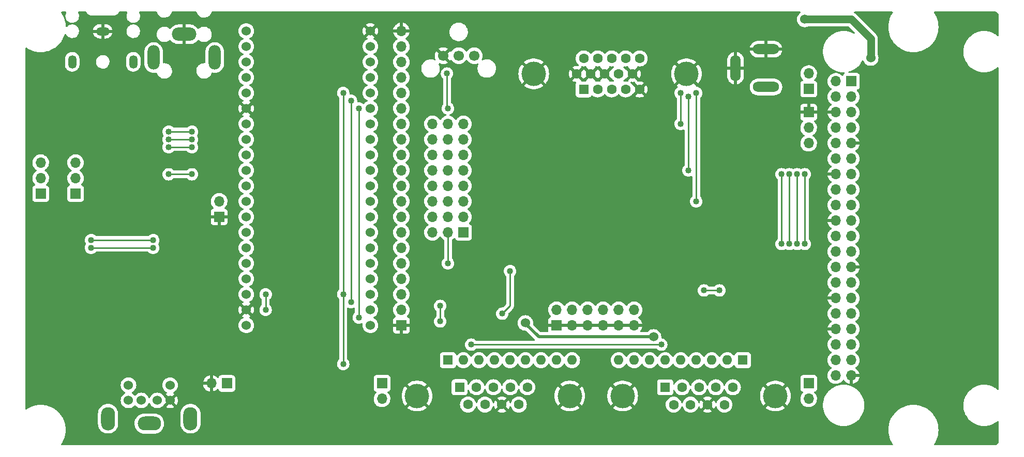
<source format=gbl>
G04 #@! TF.GenerationSoftware,KiCad,Pcbnew,6.0.10-86aedd382b~118~ubuntu18.04.1*
G04 #@! TF.CreationDate,2025-05-01T16:39:21+01:00*
G04 #@! TF.ProjectId,tangnano20k_dock,74616e67-6e61-46e6-9f32-306b5f646f63,rev?*
G04 #@! TF.SameCoordinates,Original*
G04 #@! TF.FileFunction,Copper,L2,Bot*
G04 #@! TF.FilePolarity,Positive*
%FSLAX46Y46*%
G04 Gerber Fmt 4.6, Leading zero omitted, Abs format (unit mm)*
G04 Created by KiCad (PCBNEW 6.0.10-86aedd382b~118~ubuntu18.04.1) date 2025-05-01 16:39:21*
%MOMM*%
%LPD*%
G01*
G04 APERTURE LIST*
G04 Aperture macros list*
%AMRoundRect*
0 Rectangle with rounded corners*
0 $1 Rounding radius*
0 $2 $3 $4 $5 $6 $7 $8 $9 X,Y pos of 4 corners*
0 Add a 4 corners polygon primitive as box body*
4,1,4,$2,$3,$4,$5,$6,$7,$8,$9,$2,$3,0*
0 Add four circle primitives for the rounded corners*
1,1,$1+$1,$2,$3*
1,1,$1+$1,$4,$5*
1,1,$1+$1,$6,$7*
1,1,$1+$1,$8,$9*
0 Add four rect primitives between the rounded corners*
20,1,$1+$1,$2,$3,$4,$5,0*
20,1,$1+$1,$4,$5,$6,$7,0*
20,1,$1+$1,$6,$7,$8,$9,0*
20,1,$1+$1,$8,$9,$2,$3,0*%
G04 Aperture macros list end*
G04 #@! TA.AperFunction,ComponentPad*
%ADD10O,1.350000X2.200000*%
G04 #@! TD*
G04 #@! TA.AperFunction,ComponentPad*
%ADD11O,2.200000X1.350000*%
G04 #@! TD*
G04 #@! TA.AperFunction,ComponentPad*
%ADD12R,1.700000X1.700000*%
G04 #@! TD*
G04 #@! TA.AperFunction,ComponentPad*
%ADD13O,1.700000X1.700000*%
G04 #@! TD*
G04 #@! TA.AperFunction,ComponentPad*
%ADD14C,4.000000*%
G04 #@! TD*
G04 #@! TA.AperFunction,ComponentPad*
%ADD15R,1.600000X1.600000*%
G04 #@! TD*
G04 #@! TA.AperFunction,ComponentPad*
%ADD16C,1.600000*%
G04 #@! TD*
G04 #@! TA.AperFunction,ComponentPad*
%ADD17C,1.700000*%
G04 #@! TD*
G04 #@! TA.AperFunction,ComponentPad*
%ADD18RoundRect,0.850000X1.300000X0.000000X-1.300000X0.000000X-1.300000X0.000000X1.300000X0.000000X0*%
G04 #@! TD*
G04 #@! TA.AperFunction,ComponentPad*
%ADD19RoundRect,0.850000X0.000000X1.300000X0.000000X-1.300000X0.000000X-1.300000X0.000000X1.300000X0*%
G04 #@! TD*
G04 #@! TA.AperFunction,ComponentPad*
%ADD20RoundRect,0.850000X-1.300000X0.000000X1.300000X0.000000X1.300000X0.000000X-1.300000X0.000000X0*%
G04 #@! TD*
G04 #@! TA.AperFunction,ComponentPad*
%ADD21O,1.600000X1.600000*%
G04 #@! TD*
G04 #@! TA.AperFunction,ComponentPad*
%ADD22C,1.524000*%
G04 #@! TD*
G04 #@! TA.AperFunction,ComponentPad*
%ADD23O,2.000000X4.000000*%
G04 #@! TD*
G04 #@! TA.AperFunction,ComponentPad*
%ADD24O,4.000000X2.200000*%
G04 #@! TD*
G04 #@! TA.AperFunction,ComponentPad*
%ADD25O,2.286000X3.824000*%
G04 #@! TD*
G04 #@! TA.AperFunction,ComponentPad*
%ADD26O,3.824000X2.286000*%
G04 #@! TD*
G04 #@! TA.AperFunction,ViaPad*
%ADD27C,1.524000*%
G04 #@! TD*
G04 #@! TA.AperFunction,ViaPad*
%ADD28C,1.016000*%
G04 #@! TD*
G04 #@! TA.AperFunction,Conductor*
%ADD29C,0.508000*%
G04 #@! TD*
G04 #@! TA.AperFunction,Conductor*
%ADD30C,1.270000*%
G04 #@! TD*
G04 #@! TA.AperFunction,Conductor*
%ADD31C,0.254000*%
G04 #@! TD*
G04 APERTURE END LIST*
D10*
X91995000Y-59025000D03*
D11*
X86995000Y-54025000D03*
D10*
X81995000Y-59025000D03*
D12*
X132715000Y-111755000D03*
D13*
X132715000Y-114295000D03*
D12*
X82550000Y-80640000D03*
D13*
X82550000Y-78100000D03*
X82550000Y-75560000D03*
D14*
X197110000Y-113815000D03*
X172110000Y-113815000D03*
D15*
X179070000Y-112395000D03*
D16*
X181840000Y-112395000D03*
X184610000Y-112395000D03*
X187380000Y-112395000D03*
X190150000Y-112395000D03*
X180455000Y-115235000D03*
X183225000Y-115235000D03*
X185995000Y-115235000D03*
X188765000Y-115235000D03*
D12*
X202565000Y-111755000D03*
D13*
X202565000Y-114295000D03*
D17*
X142720000Y-58025000D03*
X145260000Y-58025000D03*
X147800000Y-58025000D03*
D12*
X209550000Y-62225000D03*
D13*
X207010000Y-62225000D03*
X209550000Y-64765000D03*
X207010000Y-64765000D03*
X209550000Y-67305000D03*
X207010000Y-67305000D03*
X209550000Y-69845000D03*
X207010000Y-69845000D03*
X209550000Y-72385000D03*
X207010000Y-72385000D03*
X209550000Y-74925000D03*
X207010000Y-74925000D03*
X209550000Y-77465000D03*
X207010000Y-77465000D03*
X209550000Y-80005000D03*
X207010000Y-80005000D03*
X209550000Y-82545000D03*
X207010000Y-82545000D03*
X209550000Y-85085000D03*
X207010000Y-85085000D03*
X209550000Y-87625000D03*
X207010000Y-87625000D03*
X209550000Y-90165000D03*
X207010000Y-90165000D03*
X209550000Y-92705000D03*
X207010000Y-92705000D03*
X209550000Y-95245000D03*
X207010000Y-95245000D03*
X209550000Y-97785000D03*
X207010000Y-97785000D03*
X209550000Y-100325000D03*
X207010000Y-100325000D03*
X209550000Y-102865000D03*
X207010000Y-102865000D03*
X209550000Y-105405000D03*
X207010000Y-105405000D03*
X209550000Y-107945000D03*
X207010000Y-107945000D03*
X209550000Y-110485000D03*
X207010000Y-110485000D03*
D14*
X163455000Y-113810000D03*
X138455000Y-113810000D03*
D15*
X145415000Y-112390000D03*
D16*
X148185000Y-112390000D03*
X150955000Y-112390000D03*
X153725000Y-112390000D03*
X156495000Y-112390000D03*
X146800000Y-115230000D03*
X149570000Y-115230000D03*
X152340000Y-115230000D03*
X155110000Y-115230000D03*
D12*
X106045000Y-84450000D03*
D13*
X106045000Y-81910000D03*
D18*
X195580000Y-63160000D03*
D19*
X190580000Y-60060000D03*
D20*
X195580000Y-56960000D03*
D12*
X202565000Y-63495000D03*
D13*
X202565000Y-60955000D03*
D12*
X202565000Y-67305000D03*
D13*
X202565000Y-69845000D03*
X202565000Y-72385000D03*
D15*
X143510000Y-107950000D03*
D21*
X146050000Y-107950000D03*
X148590000Y-107950000D03*
X151130000Y-107950000D03*
X153670000Y-107950000D03*
X156210000Y-107950000D03*
X158750000Y-107950000D03*
X161290000Y-107950000D03*
X163830000Y-107950000D03*
D12*
X107315000Y-111760000D03*
D13*
X104775000Y-111760000D03*
D12*
X161290000Y-102235000D03*
D13*
X161290000Y-99695000D03*
X163830000Y-102235000D03*
X163830000Y-99695000D03*
X166370000Y-102235000D03*
X166370000Y-99695000D03*
X168910000Y-102235000D03*
X168910000Y-99695000D03*
X171450000Y-102235000D03*
X171450000Y-99695000D03*
X173990000Y-102235000D03*
X173990000Y-99695000D03*
D22*
X130810000Y-102235000D03*
X130810000Y-99695000D03*
X130810000Y-97155000D03*
X130810000Y-94615000D03*
X130810000Y-92075000D03*
X130810000Y-89535000D03*
X130810000Y-86995000D03*
X130810000Y-84455000D03*
X130810000Y-81915000D03*
X130810000Y-79375000D03*
X130810000Y-76835000D03*
X130810000Y-74295000D03*
X130810000Y-71755000D03*
X130810000Y-69215000D03*
X130810000Y-66675000D03*
X130810000Y-64135000D03*
X130810000Y-61595000D03*
X130810000Y-59055000D03*
X130810000Y-56515000D03*
X130810000Y-53975000D03*
X110490000Y-53975000D03*
X110490000Y-56515000D03*
X110490000Y-59055000D03*
X110490000Y-61595000D03*
X110490000Y-64135000D03*
X110490000Y-66675000D03*
X110490000Y-69215000D03*
X110490000Y-71755000D03*
X110490000Y-74295000D03*
X110490000Y-76835000D03*
X110490000Y-79375000D03*
X110490000Y-81915000D03*
X110490000Y-84455000D03*
X110490000Y-86995000D03*
X110490000Y-89535000D03*
X110490000Y-92075000D03*
X110490000Y-94615000D03*
X110490000Y-97155000D03*
X110490000Y-99695000D03*
X110490000Y-102235000D03*
D14*
X182550000Y-61010000D03*
X157550000Y-61010000D03*
D15*
X165735000Y-63550000D03*
D16*
X168025000Y-63550000D03*
X170315000Y-63550000D03*
X172605000Y-63550000D03*
X174895000Y-63550000D03*
X164590000Y-61010000D03*
X166880000Y-61010000D03*
X169170000Y-61010000D03*
X171460000Y-61010000D03*
X173750000Y-61010000D03*
X165735000Y-58470000D03*
X168025000Y-58470000D03*
X170315000Y-58470000D03*
X172605000Y-58470000D03*
X174895000Y-58470000D03*
D12*
X76835000Y-80645000D03*
D13*
X76835000Y-78105000D03*
X76835000Y-75565000D03*
D23*
X95330000Y-58325000D03*
X105330000Y-58325000D03*
D24*
X100330000Y-54525000D03*
D15*
X191785000Y-107950000D03*
D21*
X189245000Y-107950000D03*
X186705000Y-107950000D03*
X184165000Y-107950000D03*
X181625000Y-107950000D03*
X179085000Y-107950000D03*
X176545000Y-107950000D03*
X174005000Y-107950000D03*
X171465000Y-107950000D03*
D12*
X146050000Y-86990000D03*
D13*
X146050000Y-84450000D03*
X146050000Y-81910000D03*
X146050000Y-79370000D03*
X146050000Y-76830000D03*
X146050000Y-74290000D03*
X146050000Y-71750000D03*
X146050000Y-69210000D03*
X143510000Y-86990000D03*
X143510000Y-84450000D03*
X143510000Y-81910000D03*
X143510000Y-79370000D03*
X143510000Y-76830000D03*
X143510000Y-74290000D03*
X143510000Y-71750000D03*
X143510000Y-69210000D03*
X140970000Y-86990000D03*
X140970000Y-84450000D03*
X140970000Y-81910000D03*
X140970000Y-79370000D03*
X140970000Y-76830000D03*
X140970000Y-74290000D03*
X140970000Y-71750000D03*
X140970000Y-69210000D03*
D25*
X87865000Y-117549000D03*
X101365000Y-117549000D03*
D26*
X94615000Y-118349000D03*
D22*
X95915000Y-114549000D03*
X93315000Y-114549000D03*
X98015000Y-114549000D03*
X91215000Y-114549000D03*
X98015000Y-112049000D03*
X91215000Y-112049000D03*
D12*
X135890000Y-102230000D03*
D13*
X135890000Y-99690000D03*
X135890000Y-97150000D03*
X135890000Y-94610000D03*
X135890000Y-92070000D03*
X135890000Y-89530000D03*
X135890000Y-86990000D03*
X135890000Y-84450000D03*
X135890000Y-81910000D03*
X135890000Y-79370000D03*
X135890000Y-76830000D03*
X135890000Y-74290000D03*
X135890000Y-71750000D03*
X135890000Y-69210000D03*
X135890000Y-66670000D03*
X135890000Y-64130000D03*
X135890000Y-61590000D03*
X135890000Y-59050000D03*
X135890000Y-56510000D03*
X135890000Y-53970000D03*
D27*
X169545000Y-76542500D03*
X160655000Y-84162500D03*
X90805000Y-93848000D03*
X174625000Y-68922500D03*
X86360000Y-66035000D03*
X165735000Y-84162500D03*
X102997000Y-74925000D03*
X174625000Y-84162500D03*
X90170000Y-77470000D03*
X127000000Y-57780000D03*
X169545000Y-68922500D03*
X103797500Y-98420000D03*
X180340000Y-105410000D03*
X165735000Y-68922500D03*
X86365000Y-83185000D03*
X186690000Y-105410000D03*
X102997000Y-80010000D03*
X174625000Y-76542500D03*
X169545000Y-84162500D03*
X177800000Y-98425000D03*
X144780000Y-98425000D03*
X79629000Y-66035000D03*
X160655000Y-68922500D03*
X165735000Y-76542500D03*
X191135000Y-99185000D03*
X157734000Y-98420000D03*
X160655000Y-76542500D03*
X212725000Y-58415000D03*
X177165000Y-104135000D03*
X156184600Y-101849000D03*
X201925000Y-52070000D03*
D28*
X143510000Y-92070000D03*
X200660000Y-88895000D03*
X200660000Y-77465000D03*
X201930000Y-77465000D03*
X201930000Y-88895000D03*
X143355000Y-60955000D03*
X143510000Y-66670000D03*
X85090000Y-89535000D03*
X95250000Y-89530000D03*
X95250000Y-88260000D03*
X85090000Y-88260000D03*
X127635000Y-98420000D03*
X152400000Y-100325000D03*
X153670000Y-93340000D03*
X127635000Y-65400000D03*
X97790000Y-71755000D03*
X101600000Y-71755000D03*
X101600000Y-77470000D03*
X97790000Y-77470000D03*
X101600000Y-70485000D03*
X97790000Y-70485000D03*
X101600000Y-73025000D03*
X97790000Y-73025000D03*
X198120000Y-77465000D03*
X198120000Y-88895000D03*
X128905000Y-66670000D03*
X128905000Y-100960000D03*
X142240000Y-101595000D03*
X142240000Y-99055000D03*
X185420000Y-96515000D03*
X187960000Y-96515000D03*
X113665000Y-99695000D03*
X113670000Y-97155000D03*
X147320000Y-105405000D03*
X178435000Y-105405000D03*
X184150000Y-81910000D03*
X184150000Y-64135000D03*
X182880000Y-64765000D03*
X182880000Y-76830000D03*
X181610000Y-64135000D03*
X181610000Y-69210000D03*
X199390000Y-88895000D03*
X199390000Y-77465000D03*
X126365000Y-64130000D03*
X126365000Y-108580000D03*
X126365000Y-97150000D03*
D29*
X156184600Y-101950600D02*
X158369000Y-104135000D01*
X158369000Y-104135000D02*
X177165000Y-104135000D01*
X156184600Y-101849000D02*
X156184600Y-101950600D01*
D30*
X212725000Y-55240000D02*
X209555000Y-52070000D01*
X212725000Y-58415000D02*
X212725000Y-55240000D01*
X209555000Y-52070000D02*
X201925000Y-52070000D01*
D31*
X143510000Y-92070000D02*
X143510000Y-86990000D01*
X200660000Y-88895000D02*
X200660000Y-77465000D01*
X201930000Y-88895000D02*
X201930000Y-77465000D01*
X143355000Y-66515000D02*
X143355000Y-60955000D01*
X143510000Y-66670000D02*
X143355000Y-66515000D01*
X95245000Y-89535000D02*
X95250000Y-89530000D01*
X85090000Y-89535000D02*
X95245000Y-89535000D01*
X85090000Y-88260000D02*
X85095000Y-88265000D01*
X85095000Y-88265000D02*
X95245000Y-88265000D01*
X95245000Y-88265000D02*
X95250000Y-88260000D01*
X153670000Y-99055000D02*
X152400000Y-100325000D01*
X153670000Y-93340000D02*
X153670000Y-99055000D01*
X127635000Y-98420000D02*
X127635000Y-65400000D01*
X101600000Y-71755000D02*
X97790000Y-71755000D01*
X101600000Y-77470000D02*
X97790000Y-77470000D01*
X101600000Y-70485000D02*
X97790000Y-70485000D01*
X101600000Y-73025000D02*
X97790000Y-73025000D01*
X198120000Y-88895000D02*
X198120000Y-77465000D01*
X142240000Y-99055000D02*
X142240000Y-101595000D01*
X128905000Y-100960000D02*
X128905000Y-66670000D01*
X185420000Y-96515000D02*
X187960000Y-96515000D01*
X113665000Y-99695000D02*
X113665000Y-97160000D01*
X113665000Y-97160000D02*
X113670000Y-97155000D01*
X178435000Y-105405000D02*
X147320000Y-105405000D01*
X184150000Y-81910000D02*
X184150000Y-64135000D01*
X182880000Y-76830000D02*
X182880000Y-64765000D01*
X181610000Y-64135000D02*
X181610000Y-69210000D01*
X199390000Y-77465000D02*
X199390000Y-88895000D01*
X126365000Y-97150000D02*
X126365000Y-64130000D01*
X126365000Y-108580000D02*
X126365000Y-97150000D01*
G04 #@! TA.AperFunction,Conductor*
G36*
X80986337Y-50815002D02*
G01*
X81032830Y-50868658D01*
X81042934Y-50938932D01*
X81027280Y-50984095D01*
X80995364Y-51039264D01*
X80982527Y-51061454D01*
X80913139Y-51261271D01*
X80912278Y-51267206D01*
X80912278Y-51267208D01*
X80887409Y-51438729D01*
X80882787Y-51470604D01*
X80892567Y-51681899D01*
X80893971Y-51687724D01*
X80893971Y-51687725D01*
X80919650Y-51794275D01*
X80942125Y-51887534D01*
X80944607Y-51892992D01*
X80944608Y-51892996D01*
X80988053Y-51988546D01*
X81029674Y-52080087D01*
X81152054Y-52252611D01*
X81304850Y-52398881D01*
X81482548Y-52513620D01*
X81488114Y-52515863D01*
X81673168Y-52590442D01*
X81673171Y-52590443D01*
X81678737Y-52592686D01*
X81886337Y-52633228D01*
X81891899Y-52633500D01*
X82047846Y-52633500D01*
X82205566Y-52618452D01*
X82408534Y-52558908D01*
X82492111Y-52515863D01*
X82591249Y-52464804D01*
X82591252Y-52464802D01*
X82596580Y-52462058D01*
X82762920Y-52331396D01*
X82766852Y-52326865D01*
X82766855Y-52326862D01*
X82897621Y-52176167D01*
X82901552Y-52171637D01*
X82904552Y-52166451D01*
X82904555Y-52166447D01*
X83004467Y-51993742D01*
X83007473Y-51988546D01*
X83076861Y-51788729D01*
X83082915Y-51746977D01*
X83106352Y-51585336D01*
X83106352Y-51585333D01*
X83107213Y-51579396D01*
X83097433Y-51368101D01*
X83056217Y-51197081D01*
X83049281Y-51168299D01*
X83049280Y-51168297D01*
X83047875Y-51162466D01*
X82961798Y-50973150D01*
X82951811Y-50902861D01*
X82981412Y-50838329D01*
X83041202Y-50800045D01*
X83076499Y-50795000D01*
X84235193Y-50795000D01*
X84303314Y-50815002D01*
X84350844Y-50871876D01*
X84351594Y-50874350D01*
X84354513Y-50879811D01*
X84354515Y-50879816D01*
X84420057Y-51002435D01*
X84435955Y-51032178D01*
X84439886Y-51036968D01*
X84513992Y-51127266D01*
X84549485Y-51170515D01*
X84554270Y-51174442D01*
X84626117Y-51233405D01*
X84687822Y-51284045D01*
X84693285Y-51286965D01*
X84840192Y-51365489D01*
X84840195Y-51365490D01*
X84845650Y-51368406D01*
X85016903Y-51420355D01*
X85150677Y-51433531D01*
X85159217Y-51434668D01*
X85169835Y-51436454D01*
X85177656Y-51437770D01*
X85177658Y-51437770D01*
X85182448Y-51438576D01*
X85188724Y-51438653D01*
X85190140Y-51438670D01*
X85190143Y-51438670D01*
X85195000Y-51438729D01*
X85222624Y-51434773D01*
X85240486Y-51433500D01*
X88741750Y-51433500D01*
X88762655Y-51435246D01*
X88777656Y-51437770D01*
X88777659Y-51437770D01*
X88782448Y-51438576D01*
X88788724Y-51438653D01*
X88790141Y-51438670D01*
X88790144Y-51438670D01*
X88795000Y-51438729D01*
X88810890Y-51436453D01*
X88816394Y-51435789D01*
X88920690Y-51425517D01*
X88973097Y-51420355D01*
X89144350Y-51368406D01*
X89149805Y-51365490D01*
X89149808Y-51365489D01*
X89296715Y-51286965D01*
X89302178Y-51284045D01*
X89363883Y-51233405D01*
X89435730Y-51174442D01*
X89440515Y-51170515D01*
X89476009Y-51127266D01*
X89550114Y-51036968D01*
X89554045Y-51032178D01*
X89569943Y-51002435D01*
X89635485Y-50879816D01*
X89635487Y-50879811D01*
X89638406Y-50874350D01*
X89639173Y-50871822D01*
X89682942Y-50817504D01*
X89754807Y-50795000D01*
X90918216Y-50795000D01*
X90986337Y-50815002D01*
X91032830Y-50868658D01*
X91042934Y-50938932D01*
X91027280Y-50984095D01*
X90995364Y-51039264D01*
X90982527Y-51061454D01*
X90913139Y-51261271D01*
X90912278Y-51267206D01*
X90912278Y-51267208D01*
X90887409Y-51438729D01*
X90882787Y-51470604D01*
X90892567Y-51681899D01*
X90893971Y-51687724D01*
X90893971Y-51687725D01*
X90919650Y-51794275D01*
X90942125Y-51887534D01*
X90944607Y-51892992D01*
X90944608Y-51892996D01*
X90988053Y-51988546D01*
X91029674Y-52080087D01*
X91152054Y-52252611D01*
X91304850Y-52398881D01*
X91482548Y-52513620D01*
X91488114Y-52515863D01*
X91673168Y-52590442D01*
X91673171Y-52590443D01*
X91678737Y-52592686D01*
X91886337Y-52633228D01*
X91891899Y-52633500D01*
X92047846Y-52633500D01*
X92205566Y-52618452D01*
X92408534Y-52558908D01*
X92492111Y-52515863D01*
X92591249Y-52464804D01*
X92591252Y-52464802D01*
X92596580Y-52462058D01*
X92762920Y-52331396D01*
X92766852Y-52326865D01*
X92766855Y-52326862D01*
X92897621Y-52176167D01*
X92901552Y-52171637D01*
X92904552Y-52166451D01*
X92904555Y-52166447D01*
X93004467Y-51993742D01*
X93007473Y-51988546D01*
X93076861Y-51788729D01*
X93082915Y-51746977D01*
X93106352Y-51585336D01*
X93106352Y-51585333D01*
X93107213Y-51579396D01*
X93097433Y-51368101D01*
X93056217Y-51197081D01*
X93049281Y-51168299D01*
X93049280Y-51168297D01*
X93047875Y-51162466D01*
X92961798Y-50973150D01*
X92951811Y-50902861D01*
X92981412Y-50838329D01*
X93041202Y-50800045D01*
X93076499Y-50795000D01*
X95753201Y-50795000D01*
X95821322Y-50815002D01*
X95867815Y-50868658D01*
X95873631Y-50883950D01*
X95910082Y-51002435D01*
X95912652Y-51007415D01*
X95912654Y-51007419D01*
X95996834Y-51170515D01*
X96013118Y-51202064D01*
X96149877Y-51380292D01*
X96316036Y-51531485D01*
X96320783Y-51534463D01*
X96320786Y-51534465D01*
X96449229Y-51615036D01*
X96506344Y-51650864D01*
X96714783Y-51734656D01*
X96934767Y-51780213D01*
X96939378Y-51780479D01*
X96939379Y-51780479D01*
X96989952Y-51783395D01*
X96989956Y-51783395D01*
X96991775Y-51783500D01*
X97136999Y-51783500D01*
X97139786Y-51783251D01*
X97139792Y-51783251D01*
X97209929Y-51776991D01*
X97303762Y-51768617D01*
X97309176Y-51767136D01*
X97309181Y-51767135D01*
X97436912Y-51732191D01*
X97520451Y-51709337D01*
X97525509Y-51706925D01*
X97525513Y-51706923D01*
X97643042Y-51650864D01*
X97723218Y-51612622D01*
X97905654Y-51481529D01*
X98018105Y-51365489D01*
X98058089Y-51324229D01*
X98058091Y-51324226D01*
X98061992Y-51320201D01*
X98187290Y-51133738D01*
X98277588Y-50928033D01*
X98286339Y-50891584D01*
X98321692Y-50830015D01*
X98384719Y-50797334D01*
X98408857Y-50795000D01*
X102253201Y-50795000D01*
X102321322Y-50815002D01*
X102367815Y-50868658D01*
X102373631Y-50883950D01*
X102410082Y-51002435D01*
X102412652Y-51007415D01*
X102412654Y-51007419D01*
X102496834Y-51170515D01*
X102513118Y-51202064D01*
X102649877Y-51380292D01*
X102816036Y-51531485D01*
X102820783Y-51534463D01*
X102820786Y-51534465D01*
X102949229Y-51615036D01*
X103006344Y-51650864D01*
X103214783Y-51734656D01*
X103434767Y-51780213D01*
X103439378Y-51780479D01*
X103439379Y-51780479D01*
X103489952Y-51783395D01*
X103489956Y-51783395D01*
X103491775Y-51783500D01*
X103636999Y-51783500D01*
X103639786Y-51783251D01*
X103639792Y-51783251D01*
X103709929Y-51776991D01*
X103803762Y-51768617D01*
X103809176Y-51767136D01*
X103809181Y-51767135D01*
X103936912Y-51732191D01*
X104020451Y-51709337D01*
X104025509Y-51706925D01*
X104025513Y-51706923D01*
X104143042Y-51650864D01*
X104223218Y-51612622D01*
X104405654Y-51481529D01*
X104518105Y-51365489D01*
X104558089Y-51324229D01*
X104558091Y-51324226D01*
X104561992Y-51320201D01*
X104687290Y-51133738D01*
X104777588Y-50928033D01*
X104786339Y-50891584D01*
X104821692Y-50830015D01*
X104884719Y-50797334D01*
X104908857Y-50795000D01*
X201131219Y-50795000D01*
X201199340Y-50815002D01*
X201245833Y-50868658D01*
X201255937Y-50938932D01*
X201226443Y-51003512D01*
X201203490Y-51024213D01*
X201109730Y-51089864D01*
X201109727Y-51089866D01*
X201105219Y-51093023D01*
X200948023Y-51250219D01*
X200944866Y-51254727D01*
X200944864Y-51254730D01*
X200830152Y-51418556D01*
X200820512Y-51432324D01*
X200818189Y-51437306D01*
X200818186Y-51437311D01*
X200754727Y-51573399D01*
X200726560Y-51633804D01*
X200669022Y-51848537D01*
X200649647Y-52070000D01*
X200669022Y-52291463D01*
X200726560Y-52506196D01*
X200728882Y-52511177D01*
X200728883Y-52511178D01*
X200818186Y-52702689D01*
X200818189Y-52702694D01*
X200820512Y-52707676D01*
X200823668Y-52712183D01*
X200823669Y-52712185D01*
X200934531Y-52870512D01*
X200948023Y-52889781D01*
X201105219Y-53046977D01*
X201109727Y-53050134D01*
X201109730Y-53050136D01*
X201169013Y-53091646D01*
X201287323Y-53174488D01*
X201292305Y-53176811D01*
X201292310Y-53176814D01*
X201473445Y-53261278D01*
X201488804Y-53268440D01*
X201494112Y-53269862D01*
X201494114Y-53269863D01*
X201542638Y-53282865D01*
X201703537Y-53325978D01*
X201925000Y-53345353D01*
X202146463Y-53325978D01*
X202307362Y-53282865D01*
X202355886Y-53269863D01*
X202355888Y-53269862D01*
X202361196Y-53268440D01*
X202384932Y-53257372D01*
X202453699Y-53225305D01*
X202506949Y-53213500D01*
X209029157Y-53213500D01*
X209097278Y-53233502D01*
X209118252Y-53250405D01*
X210075481Y-54207634D01*
X210109507Y-54269946D01*
X210104442Y-54340761D01*
X210061895Y-54397597D01*
X209995375Y-54422408D01*
X209927039Y-54407877D01*
X209711650Y-54292870D01*
X209711641Y-54292866D01*
X209708643Y-54291265D01*
X209369406Y-54154892D01*
X209366132Y-54153972D01*
X209366127Y-54153970D01*
X209020702Y-54056875D01*
X209020695Y-54056873D01*
X209017424Y-54055954D01*
X209002162Y-54053400D01*
X208660181Y-53996172D01*
X208660179Y-53996172D01*
X208656816Y-53995609D01*
X208434118Y-53982769D01*
X208379249Y-53979605D01*
X208379245Y-53979605D01*
X208377426Y-53979500D01*
X208188451Y-53979500D01*
X208186778Y-53979591D01*
X208186763Y-53979591D01*
X208034971Y-53987812D01*
X207914913Y-53994314D01*
X207554096Y-54053400D01*
X207201771Y-54151109D01*
X207198609Y-54152367D01*
X207198601Y-54152370D01*
X206983508Y-54237966D01*
X206862060Y-54286296D01*
X206808452Y-54314680D01*
X206616756Y-54416178D01*
X206538935Y-54457382D01*
X206536124Y-54459285D01*
X206536121Y-54459287D01*
X206238992Y-54660458D01*
X206238983Y-54660465D01*
X206236178Y-54662364D01*
X206233588Y-54664560D01*
X206233582Y-54664565D01*
X205988352Y-54872536D01*
X205957330Y-54898845D01*
X205954989Y-54901312D01*
X205748931Y-55118452D01*
X205705652Y-55164058D01*
X205633309Y-55259022D01*
X205488840Y-55448665D01*
X205484089Y-55454901D01*
X205482332Y-55457813D01*
X205482329Y-55457818D01*
X205296995Y-55765049D01*
X205296990Y-55765058D01*
X205295233Y-55767971D01*
X205293799Y-55771061D01*
X205293796Y-55771066D01*
X205147853Y-56085474D01*
X205141293Y-56099607D01*
X205140198Y-56102842D01*
X205140196Y-56102847D01*
X205087102Y-56259707D01*
X205024069Y-56445928D01*
X205023330Y-56449259D01*
X205023330Y-56449261D01*
X204967225Y-56702336D01*
X204944934Y-56802883D01*
X204944559Y-56806280D01*
X204905842Y-57156981D01*
X204904813Y-57166298D01*
X204904807Y-57169697D01*
X204904807Y-57169698D01*
X204904642Y-57264186D01*
X204904175Y-57531920D01*
X204915557Y-57638427D01*
X204942047Y-57886301D01*
X204943027Y-57895472D01*
X205020916Y-58252701D01*
X205136930Y-58599430D01*
X205138353Y-58602523D01*
X205138353Y-58602524D01*
X205170596Y-58672625D01*
X205289711Y-58931600D01*
X205291467Y-58934534D01*
X205291468Y-58934536D01*
X205297701Y-58944951D01*
X205477473Y-59245328D01*
X205698020Y-59536943D01*
X205948770Y-59803033D01*
X205951360Y-59805245D01*
X205951361Y-59805246D01*
X206134965Y-59962058D01*
X206226791Y-60040485D01*
X206229618Y-60042413D01*
X206229620Y-60042415D01*
X206526007Y-60244597D01*
X206526012Y-60244600D01*
X206528831Y-60246523D01*
X206531841Y-60248130D01*
X206531844Y-60248132D01*
X206848350Y-60417130D01*
X206848359Y-60417134D01*
X206851357Y-60418735D01*
X207190594Y-60555108D01*
X207193868Y-60556028D01*
X207193873Y-60556030D01*
X207539298Y-60653125D01*
X207539305Y-60653127D01*
X207542576Y-60654046D01*
X207545933Y-60654608D01*
X207545934Y-60654608D01*
X207899819Y-60713828D01*
X207899821Y-60713828D01*
X207903184Y-60714391D01*
X208125882Y-60727231D01*
X208180751Y-60730395D01*
X208180755Y-60730395D01*
X208182574Y-60730500D01*
X208333777Y-60730500D01*
X208401898Y-60750502D01*
X208448391Y-60804158D01*
X208458495Y-60874432D01*
X208429001Y-60939012D01*
X208409342Y-60957326D01*
X208336739Y-61011739D01*
X208249385Y-61128295D01*
X208246233Y-61136703D01*
X208204919Y-61246907D01*
X208162277Y-61303671D01*
X208095716Y-61328371D01*
X208026367Y-61313163D01*
X207993743Y-61287476D01*
X207943151Y-61231875D01*
X207943142Y-61231866D01*
X207939670Y-61228051D01*
X207935619Y-61224852D01*
X207935615Y-61224848D01*
X207768414Y-61092800D01*
X207768410Y-61092798D01*
X207764359Y-61089598D01*
X207568789Y-60981638D01*
X207563920Y-60979914D01*
X207563916Y-60979912D01*
X207363087Y-60908795D01*
X207363083Y-60908794D01*
X207358212Y-60907069D01*
X207353119Y-60906162D01*
X207353116Y-60906161D01*
X207143373Y-60868800D01*
X207143367Y-60868799D01*
X207138284Y-60867894D01*
X207064452Y-60866992D01*
X206920081Y-60865228D01*
X206920079Y-60865228D01*
X206914911Y-60865165D01*
X206694091Y-60898955D01*
X206481756Y-60968357D01*
X206452628Y-60983520D01*
X206379497Y-61021590D01*
X206283607Y-61071507D01*
X206279474Y-61074610D01*
X206279471Y-61074612D01*
X206109721Y-61202064D01*
X206104965Y-61205635D01*
X206079274Y-61232519D01*
X205959748Y-61357596D01*
X205950629Y-61367138D01*
X205947715Y-61371410D01*
X205947714Y-61371411D01*
X205942526Y-61379016D01*
X205824743Y-61551680D01*
X205806155Y-61591724D01*
X205738086Y-61738368D01*
X205730688Y-61754305D01*
X205670989Y-61969570D01*
X205647251Y-62191695D01*
X205647548Y-62196848D01*
X205647548Y-62196851D01*
X205656699Y-62355558D01*
X205660110Y-62414715D01*
X205661247Y-62419761D01*
X205661248Y-62419767D01*
X205677619Y-62492408D01*
X205709222Y-62632639D01*
X205756664Y-62749476D01*
X205788269Y-62827309D01*
X205793266Y-62839616D01*
X205829343Y-62898489D01*
X205899364Y-63012752D01*
X205909987Y-63030088D01*
X206056250Y-63198938D01*
X206228126Y-63341632D01*
X206298595Y-63382811D01*
X206301445Y-63384476D01*
X206350169Y-63436114D01*
X206363240Y-63505897D01*
X206336509Y-63571669D01*
X206296055Y-63605027D01*
X206283607Y-63611507D01*
X206279474Y-63614610D01*
X206279471Y-63614612D01*
X206111447Y-63740768D01*
X206104965Y-63745635D01*
X205950629Y-63907138D01*
X205947720Y-63911403D01*
X205947714Y-63911411D01*
X205942526Y-63919016D01*
X205824743Y-64091680D01*
X205808110Y-64127513D01*
X205742149Y-64269615D01*
X205730688Y-64294305D01*
X205670989Y-64509570D01*
X205647251Y-64731695D01*
X205647548Y-64736848D01*
X205647548Y-64736851D01*
X205656417Y-64890669D01*
X205660110Y-64954715D01*
X205661247Y-64959761D01*
X205661248Y-64959767D01*
X205681119Y-65047939D01*
X205709222Y-65172639D01*
X205793266Y-65379616D01*
X205843361Y-65461364D01*
X205907291Y-65565688D01*
X205909987Y-65570088D01*
X206056250Y-65738938D01*
X206228126Y-65881632D01*
X206276724Y-65910030D01*
X206301955Y-65924774D01*
X206350679Y-65976412D01*
X206363750Y-66046195D01*
X206337019Y-66111967D01*
X206296562Y-66145327D01*
X206288457Y-66149546D01*
X206279738Y-66155036D01*
X206109433Y-66282905D01*
X206101726Y-66289748D01*
X205954590Y-66443717D01*
X205948104Y-66451727D01*
X205828098Y-66627649D01*
X205823000Y-66636623D01*
X205733338Y-66829783D01*
X205729775Y-66839470D01*
X205674389Y-67039183D01*
X205675912Y-67047607D01*
X205688292Y-67051000D01*
X207138000Y-67051000D01*
X207206121Y-67071002D01*
X207252614Y-67124658D01*
X207264000Y-67177000D01*
X207264000Y-67433000D01*
X207243998Y-67501121D01*
X207190342Y-67547614D01*
X207138000Y-67559000D01*
X205693225Y-67559000D01*
X205679694Y-67562973D01*
X205678257Y-67572966D01*
X205708565Y-67707446D01*
X205711645Y-67717275D01*
X205791770Y-67914603D01*
X205796413Y-67923794D01*
X205907694Y-68105388D01*
X205913777Y-68113699D01*
X206053213Y-68274667D01*
X206060580Y-68281883D01*
X206224434Y-68417916D01*
X206232881Y-68423831D01*
X206301969Y-68464203D01*
X206350693Y-68515842D01*
X206363764Y-68585625D01*
X206337033Y-68651396D01*
X206296584Y-68684752D01*
X206283607Y-68691507D01*
X206279474Y-68694610D01*
X206279471Y-68694612D01*
X206109100Y-68822530D01*
X206104965Y-68825635D01*
X205950629Y-68987138D01*
X205824743Y-69171680D01*
X205730688Y-69374305D01*
X205670989Y-69589570D01*
X205647251Y-69811695D01*
X205647548Y-69816848D01*
X205647548Y-69816851D01*
X205658725Y-70010688D01*
X205660110Y-70034715D01*
X205661247Y-70039761D01*
X205661248Y-70039767D01*
X205676592Y-70107849D01*
X205709222Y-70252639D01*
X205793266Y-70459616D01*
X205843361Y-70541364D01*
X205907291Y-70645688D01*
X205909987Y-70650088D01*
X206056250Y-70818938D01*
X206228126Y-70961632D01*
X206266473Y-70984040D01*
X206301445Y-71004476D01*
X206350169Y-71056114D01*
X206363240Y-71125897D01*
X206336509Y-71191669D01*
X206296055Y-71225027D01*
X206283607Y-71231507D01*
X206279474Y-71234610D01*
X206279471Y-71234612D01*
X206109100Y-71362530D01*
X206104965Y-71365635D01*
X205950629Y-71527138D01*
X205824743Y-71711680D01*
X205730688Y-71914305D01*
X205670989Y-72129570D01*
X205647251Y-72351695D01*
X205647548Y-72356848D01*
X205647548Y-72356851D01*
X205655140Y-72488515D01*
X205660110Y-72574715D01*
X205661247Y-72579761D01*
X205661248Y-72579767D01*
X205675449Y-72642778D01*
X205709222Y-72792639D01*
X205793266Y-72999616D01*
X205817414Y-73039022D01*
X205877153Y-73136507D01*
X205909987Y-73190088D01*
X206056250Y-73358938D01*
X206228126Y-73501632D01*
X206266473Y-73524040D01*
X206301445Y-73544476D01*
X206350169Y-73596114D01*
X206363240Y-73665897D01*
X206336509Y-73731669D01*
X206296055Y-73765027D01*
X206283607Y-73771507D01*
X206279474Y-73774610D01*
X206279471Y-73774612D01*
X206109100Y-73902530D01*
X206104965Y-73905635D01*
X206101393Y-73909373D01*
X205970644Y-74046194D01*
X205950629Y-74067138D01*
X205824743Y-74251680D01*
X205798435Y-74308357D01*
X205742157Y-74429598D01*
X205730688Y-74454305D01*
X205670989Y-74669570D01*
X205647251Y-74891695D01*
X205647548Y-74896848D01*
X205647548Y-74896851D01*
X205655140Y-75028515D01*
X205660110Y-75114715D01*
X205661247Y-75119761D01*
X205661248Y-75119767D01*
X205681119Y-75207939D01*
X205709222Y-75332639D01*
X205747461Y-75426811D01*
X205790050Y-75531695D01*
X205793266Y-75539616D01*
X205843361Y-75621364D01*
X205907291Y-75725688D01*
X205909987Y-75730088D01*
X206056250Y-75898938D01*
X206228126Y-76041632D01*
X206262737Y-76061857D01*
X206301955Y-76084774D01*
X206350679Y-76136412D01*
X206363750Y-76206195D01*
X206337019Y-76271967D01*
X206296562Y-76305327D01*
X206288457Y-76309546D01*
X206279738Y-76315036D01*
X206109433Y-76442905D01*
X206101726Y-76449748D01*
X205954590Y-76603717D01*
X205948104Y-76611727D01*
X205828098Y-76787649D01*
X205823000Y-76796623D01*
X205733338Y-76989783D01*
X205729775Y-76999470D01*
X205674389Y-77199183D01*
X205675912Y-77207607D01*
X205688292Y-77211000D01*
X207138000Y-77211000D01*
X207206121Y-77231002D01*
X207252614Y-77284658D01*
X207264000Y-77337000D01*
X207264000Y-77593000D01*
X207243998Y-77661121D01*
X207190342Y-77707614D01*
X207138000Y-77719000D01*
X205693225Y-77719000D01*
X205679694Y-77722973D01*
X205678257Y-77732966D01*
X205708565Y-77867446D01*
X205711645Y-77877275D01*
X205791770Y-78074603D01*
X205796413Y-78083794D01*
X205907694Y-78265388D01*
X205913777Y-78273699D01*
X206053213Y-78434667D01*
X206060580Y-78441883D01*
X206224434Y-78577916D01*
X206232881Y-78583831D01*
X206301969Y-78624203D01*
X206350693Y-78675842D01*
X206363764Y-78745625D01*
X206337033Y-78811396D01*
X206296584Y-78844752D01*
X206283607Y-78851507D01*
X206279474Y-78854610D01*
X206279471Y-78854612D01*
X206113413Y-78979292D01*
X206104965Y-78985635D01*
X206101393Y-78989373D01*
X206007404Y-79087727D01*
X205950629Y-79147138D01*
X205947720Y-79151403D01*
X205947714Y-79151411D01*
X205920875Y-79190756D01*
X205824743Y-79331680D01*
X205730688Y-79534305D01*
X205670989Y-79749570D01*
X205647251Y-79971695D01*
X205647548Y-79976848D01*
X205647548Y-79976851D01*
X205655140Y-80108515D01*
X205660110Y-80194715D01*
X205661247Y-80199761D01*
X205661248Y-80199767D01*
X205681119Y-80287939D01*
X205709222Y-80412639D01*
X205793266Y-80619616D01*
X205843361Y-80701364D01*
X205907291Y-80805688D01*
X205909987Y-80810088D01*
X206056250Y-80978938D01*
X206228126Y-81121632D01*
X206266473Y-81144040D01*
X206301445Y-81164476D01*
X206350169Y-81216114D01*
X206363240Y-81285897D01*
X206336509Y-81351669D01*
X206296055Y-81385027D01*
X206283607Y-81391507D01*
X206279474Y-81394610D01*
X206279471Y-81394612D01*
X206118695Y-81515326D01*
X206104965Y-81525635D01*
X205950629Y-81687138D01*
X205824743Y-81871680D01*
X205730688Y-82074305D01*
X205670989Y-82289570D01*
X205647251Y-82511695D01*
X205647548Y-82516848D01*
X205647548Y-82516851D01*
X205654938Y-82645018D01*
X205660110Y-82734715D01*
X205661247Y-82739761D01*
X205661248Y-82739767D01*
X205674179Y-82797144D01*
X205709222Y-82952639D01*
X205747461Y-83046811D01*
X205788012Y-83146676D01*
X205793266Y-83159616D01*
X205837448Y-83231715D01*
X205907291Y-83345688D01*
X205909987Y-83350088D01*
X206056250Y-83518938D01*
X206228126Y-83661632D01*
X206266473Y-83684040D01*
X206301955Y-83704774D01*
X206350679Y-83756412D01*
X206363750Y-83826195D01*
X206337019Y-83891967D01*
X206296562Y-83925327D01*
X206288457Y-83929546D01*
X206279738Y-83935036D01*
X206109433Y-84062905D01*
X206101726Y-84069748D01*
X205954590Y-84223717D01*
X205948104Y-84231727D01*
X205828098Y-84407649D01*
X205823000Y-84416623D01*
X205733338Y-84609783D01*
X205729775Y-84619470D01*
X205674389Y-84819183D01*
X205675912Y-84827607D01*
X205688292Y-84831000D01*
X207138000Y-84831000D01*
X207206121Y-84851002D01*
X207252614Y-84904658D01*
X207264000Y-84957000D01*
X207264000Y-85213000D01*
X207243998Y-85281121D01*
X207190342Y-85327614D01*
X207138000Y-85339000D01*
X205693225Y-85339000D01*
X205679694Y-85342973D01*
X205678257Y-85352966D01*
X205708565Y-85487446D01*
X205711645Y-85497275D01*
X205791770Y-85694603D01*
X205796413Y-85703794D01*
X205907694Y-85885388D01*
X205913777Y-85893699D01*
X206053213Y-86054667D01*
X206060580Y-86061883D01*
X206224434Y-86197916D01*
X206232881Y-86203831D01*
X206301969Y-86244203D01*
X206350693Y-86295842D01*
X206363764Y-86365625D01*
X206337033Y-86431396D01*
X206296584Y-86464752D01*
X206283607Y-86471507D01*
X206279474Y-86474610D01*
X206279471Y-86474612D01*
X206109100Y-86602530D01*
X206104965Y-86605635D01*
X205950629Y-86767138D01*
X205824743Y-86951680D01*
X205730688Y-87154305D01*
X205670989Y-87369570D01*
X205647251Y-87591695D01*
X205647548Y-87596848D01*
X205647548Y-87596851D01*
X205655140Y-87728515D01*
X205660110Y-87814715D01*
X205661247Y-87819761D01*
X205661248Y-87819767D01*
X205675886Y-87884717D01*
X205709222Y-88032639D01*
X205793266Y-88239616D01*
X205838367Y-88313215D01*
X205907291Y-88425688D01*
X205909987Y-88430088D01*
X206056250Y-88598938D01*
X206228126Y-88741632D01*
X206266473Y-88764040D01*
X206301445Y-88784476D01*
X206350169Y-88836114D01*
X206363240Y-88905897D01*
X206336509Y-88971669D01*
X206296055Y-89005027D01*
X206283607Y-89011507D01*
X206279474Y-89014610D01*
X206279471Y-89014612D01*
X206122298Y-89132621D01*
X206104965Y-89145635D01*
X205950629Y-89307138D01*
X205824743Y-89491680D01*
X205730688Y-89694305D01*
X205670989Y-89909570D01*
X205647251Y-90131695D01*
X205647548Y-90136848D01*
X205647548Y-90136851D01*
X205654938Y-90265018D01*
X205660110Y-90354715D01*
X205661247Y-90359761D01*
X205661248Y-90359767D01*
X205681119Y-90447939D01*
X205709222Y-90572639D01*
X205793266Y-90779616D01*
X205843361Y-90861364D01*
X205907291Y-90965688D01*
X205909987Y-90970088D01*
X206056250Y-91138938D01*
X206228126Y-91281632D01*
X206266473Y-91304040D01*
X206301445Y-91324476D01*
X206350169Y-91376114D01*
X206363240Y-91445897D01*
X206336509Y-91511669D01*
X206296055Y-91545027D01*
X206283607Y-91551507D01*
X206279474Y-91554610D01*
X206279471Y-91554612D01*
X206118695Y-91675326D01*
X206104965Y-91685635D01*
X205950629Y-91847138D01*
X205824743Y-92031680D01*
X205730688Y-92234305D01*
X205670989Y-92449570D01*
X205647251Y-92671695D01*
X205647548Y-92676848D01*
X205647548Y-92676851D01*
X205654938Y-92805018D01*
X205660110Y-92894715D01*
X205661247Y-92899761D01*
X205661248Y-92899767D01*
X205674597Y-92959000D01*
X205709222Y-93112639D01*
X205793266Y-93319616D01*
X205817414Y-93359022D01*
X205877153Y-93456507D01*
X205909987Y-93510088D01*
X206056250Y-93678938D01*
X206228126Y-93821632D01*
X206266473Y-93844040D01*
X206301445Y-93864476D01*
X206350169Y-93916114D01*
X206363240Y-93985897D01*
X206336509Y-94051669D01*
X206296055Y-94085027D01*
X206283607Y-94091507D01*
X206279474Y-94094610D01*
X206279471Y-94094612D01*
X206109100Y-94222530D01*
X206104965Y-94225635D01*
X205950629Y-94387138D01*
X205824743Y-94571680D01*
X205730688Y-94774305D01*
X205670989Y-94989570D01*
X205647251Y-95211695D01*
X205647548Y-95216848D01*
X205647548Y-95216851D01*
X205655140Y-95348515D01*
X205660110Y-95434715D01*
X205661247Y-95439761D01*
X205661248Y-95439767D01*
X205681119Y-95527939D01*
X205709222Y-95652639D01*
X205793266Y-95859616D01*
X205838367Y-95933215D01*
X205907291Y-96045688D01*
X205909987Y-96050088D01*
X206056250Y-96218938D01*
X206228126Y-96361632D01*
X206266473Y-96384040D01*
X206301955Y-96404774D01*
X206350679Y-96456412D01*
X206363750Y-96526195D01*
X206337019Y-96591967D01*
X206296562Y-96625327D01*
X206288457Y-96629546D01*
X206279738Y-96635036D01*
X206109433Y-96762905D01*
X206101726Y-96769748D01*
X205954590Y-96923717D01*
X205948104Y-96931727D01*
X205828098Y-97107649D01*
X205823000Y-97116623D01*
X205733338Y-97309783D01*
X205729775Y-97319470D01*
X205674389Y-97519183D01*
X205675912Y-97527607D01*
X205688292Y-97531000D01*
X207138000Y-97531000D01*
X207206121Y-97551002D01*
X207252614Y-97604658D01*
X207264000Y-97657000D01*
X207264000Y-97913000D01*
X207243998Y-97981121D01*
X207190342Y-98027614D01*
X207138000Y-98039000D01*
X205693225Y-98039000D01*
X205679694Y-98042973D01*
X205678257Y-98052966D01*
X205708565Y-98187446D01*
X205711645Y-98197275D01*
X205791770Y-98394603D01*
X205796413Y-98403794D01*
X205907694Y-98585388D01*
X205913777Y-98593699D01*
X206053213Y-98754667D01*
X206060580Y-98761883D01*
X206224434Y-98897916D01*
X206232881Y-98903831D01*
X206301969Y-98944203D01*
X206350693Y-98995842D01*
X206363764Y-99065625D01*
X206337033Y-99131396D01*
X206296584Y-99164752D01*
X206283607Y-99171507D01*
X206279474Y-99174610D01*
X206279471Y-99174612D01*
X206109100Y-99302530D01*
X206104965Y-99305635D01*
X206077004Y-99334894D01*
X205972065Y-99444707D01*
X205950629Y-99467138D01*
X205947720Y-99471403D01*
X205947714Y-99471411D01*
X205930527Y-99496606D01*
X205824743Y-99651680D01*
X205803073Y-99698365D01*
X205750665Y-99811269D01*
X205730688Y-99854305D01*
X205670989Y-100069570D01*
X205647251Y-100291695D01*
X205647548Y-100296848D01*
X205647548Y-100296851D01*
X205655226Y-100430018D01*
X205660110Y-100514715D01*
X205661247Y-100519761D01*
X205661248Y-100519767D01*
X205677757Y-100593022D01*
X205709222Y-100732639D01*
X205793266Y-100939616D01*
X205832739Y-101004030D01*
X205907291Y-101125688D01*
X205909987Y-101130088D01*
X206056250Y-101298938D01*
X206228126Y-101441632D01*
X206301445Y-101484476D01*
X206301955Y-101484774D01*
X206350679Y-101536412D01*
X206363750Y-101606195D01*
X206337019Y-101671967D01*
X206296562Y-101705327D01*
X206288457Y-101709546D01*
X206279738Y-101715036D01*
X206109433Y-101842905D01*
X206101726Y-101849748D01*
X205954590Y-102003717D01*
X205948104Y-102011727D01*
X205828098Y-102187649D01*
X205823000Y-102196623D01*
X205733338Y-102389783D01*
X205729775Y-102399470D01*
X205674389Y-102599183D01*
X205675912Y-102607607D01*
X205688292Y-102611000D01*
X207138000Y-102611000D01*
X207206121Y-102631002D01*
X207252614Y-102684658D01*
X207264000Y-102737000D01*
X207264000Y-102993000D01*
X207243998Y-103061121D01*
X207190342Y-103107614D01*
X207138000Y-103119000D01*
X205693225Y-103119000D01*
X205679694Y-103122973D01*
X205678257Y-103132966D01*
X205708565Y-103267446D01*
X205711645Y-103277275D01*
X205791770Y-103474603D01*
X205796413Y-103483794D01*
X205907694Y-103665388D01*
X205913777Y-103673699D01*
X206053213Y-103834667D01*
X206060580Y-103841883D01*
X206224434Y-103977916D01*
X206232881Y-103983831D01*
X206301969Y-104024203D01*
X206350693Y-104075842D01*
X206363764Y-104145625D01*
X206337033Y-104211396D01*
X206296584Y-104244752D01*
X206283607Y-104251507D01*
X206279474Y-104254610D01*
X206279471Y-104254612D01*
X206129670Y-104367086D01*
X206104965Y-104385635D01*
X205950629Y-104547138D01*
X205947720Y-104551403D01*
X205947714Y-104551411D01*
X205943079Y-104558206D01*
X205824743Y-104731680D01*
X205730688Y-104934305D01*
X205670989Y-105149570D01*
X205647251Y-105371695D01*
X205647548Y-105376848D01*
X205647548Y-105376851D01*
X205653011Y-105471590D01*
X205660110Y-105594715D01*
X205661247Y-105599761D01*
X205661248Y-105599767D01*
X205669672Y-105637146D01*
X205709222Y-105812639D01*
X205793266Y-106019616D01*
X205832823Y-106084168D01*
X205907291Y-106205688D01*
X205909987Y-106210088D01*
X206056250Y-106378938D01*
X206228126Y-106521632D01*
X206298595Y-106562811D01*
X206301445Y-106564476D01*
X206350169Y-106616114D01*
X206363240Y-106685897D01*
X206336509Y-106751669D01*
X206296055Y-106785027D01*
X206283607Y-106791507D01*
X206279474Y-106794610D01*
X206279471Y-106794612D01*
X206109100Y-106922530D01*
X206104965Y-106925635D01*
X206101393Y-106929373D01*
X205983629Y-107052606D01*
X205950629Y-107087138D01*
X205947720Y-107091403D01*
X205947714Y-107091411D01*
X205862556Y-107216249D01*
X205824743Y-107271680D01*
X205730688Y-107474305D01*
X205670989Y-107689570D01*
X205647251Y-107911695D01*
X205647548Y-107916848D01*
X205647548Y-107916851D01*
X205652823Y-108008329D01*
X205660110Y-108134715D01*
X205661247Y-108139761D01*
X205661248Y-108139767D01*
X205681119Y-108227939D01*
X205709222Y-108352639D01*
X205793266Y-108559616D01*
X205844019Y-108642438D01*
X205907291Y-108745688D01*
X205909987Y-108750088D01*
X206056250Y-108918938D01*
X206228126Y-109061632D01*
X206276414Y-109089849D01*
X206301445Y-109104476D01*
X206350169Y-109156114D01*
X206363240Y-109225897D01*
X206336509Y-109291669D01*
X206296055Y-109325027D01*
X206283607Y-109331507D01*
X206279474Y-109334610D01*
X206279471Y-109334612D01*
X206109100Y-109462530D01*
X206104965Y-109465635D01*
X205950629Y-109627138D01*
X205824743Y-109811680D01*
X205730688Y-110014305D01*
X205670989Y-110229570D01*
X205647251Y-110451695D01*
X205647548Y-110456848D01*
X205647548Y-110456851D01*
X205652421Y-110541358D01*
X205660110Y-110674715D01*
X205661247Y-110679761D01*
X205661248Y-110679767D01*
X205683366Y-110777910D01*
X205709222Y-110892639D01*
X205793266Y-111099616D01*
X205820937Y-111144771D01*
X205891938Y-111260634D01*
X205909987Y-111290088D01*
X206056250Y-111458938D01*
X206228126Y-111601632D01*
X206421000Y-111714338D01*
X206629692Y-111794030D01*
X206634760Y-111795061D01*
X206634763Y-111795062D01*
X206729862Y-111814410D01*
X206848597Y-111838567D01*
X206853772Y-111838757D01*
X206853774Y-111838757D01*
X207066673Y-111846564D01*
X207066677Y-111846564D01*
X207071837Y-111846753D01*
X207076957Y-111846097D01*
X207076959Y-111846097D01*
X207288288Y-111819025D01*
X207288289Y-111819025D01*
X207293416Y-111818368D01*
X207298366Y-111816883D01*
X207502429Y-111755661D01*
X207502434Y-111755659D01*
X207507384Y-111754174D01*
X207707994Y-111655896D01*
X207889860Y-111526173D01*
X207913509Y-111502607D01*
X207989890Y-111426492D01*
X208048096Y-111368489D01*
X208064217Y-111346055D01*
X208178453Y-111187077D01*
X208179640Y-111187930D01*
X208226960Y-111144362D01*
X208296897Y-111132145D01*
X208362338Y-111159678D01*
X208390166Y-111191511D01*
X208447694Y-111285388D01*
X208453777Y-111293699D01*
X208593213Y-111454667D01*
X208600580Y-111461883D01*
X208764434Y-111597916D01*
X208772881Y-111603831D01*
X208956756Y-111711279D01*
X208966042Y-111715729D01*
X209165001Y-111791703D01*
X209174899Y-111794579D01*
X209278250Y-111815606D01*
X209292299Y-111814410D01*
X209296000Y-111804065D01*
X209296000Y-111803517D01*
X209804000Y-111803517D01*
X209808064Y-111817359D01*
X209821478Y-111819393D01*
X209828184Y-111818534D01*
X209838262Y-111816392D01*
X210042255Y-111755191D01*
X210051842Y-111751433D01*
X210243095Y-111657739D01*
X210251945Y-111652464D01*
X210425328Y-111528792D01*
X210433200Y-111522139D01*
X210584052Y-111371812D01*
X210590730Y-111363965D01*
X210715003Y-111191020D01*
X210720313Y-111182183D01*
X210814670Y-110991267D01*
X210818469Y-110981672D01*
X210880377Y-110777910D01*
X210882555Y-110767837D01*
X210883986Y-110756962D01*
X210881775Y-110742778D01*
X210868617Y-110739000D01*
X209822115Y-110739000D01*
X209806876Y-110743475D01*
X209805671Y-110744865D01*
X209804000Y-110752548D01*
X209804000Y-111803517D01*
X209296000Y-111803517D01*
X209296000Y-110357000D01*
X209316002Y-110288879D01*
X209369658Y-110242386D01*
X209422000Y-110231000D01*
X210868344Y-110231000D01*
X210881875Y-110227027D01*
X210883180Y-110217947D01*
X210841214Y-110050875D01*
X210837894Y-110041124D01*
X210752972Y-109845814D01*
X210748105Y-109836739D01*
X210632426Y-109657926D01*
X210626136Y-109649757D01*
X210482806Y-109492240D01*
X210475273Y-109485215D01*
X210308139Y-109353222D01*
X210299556Y-109347520D01*
X210262602Y-109327120D01*
X210212631Y-109276687D01*
X210197859Y-109207245D01*
X210222975Y-109140839D01*
X210250327Y-109114232D01*
X210292198Y-109084366D01*
X210429860Y-108986173D01*
X210454634Y-108961486D01*
X210548733Y-108867715D01*
X210588096Y-108828489D01*
X210629221Y-108771258D01*
X210715435Y-108651277D01*
X210718453Y-108647077D01*
X210736157Y-108611257D01*
X210815136Y-108451453D01*
X210815137Y-108451451D01*
X210817430Y-108446811D01*
X210882370Y-108233069D01*
X210911529Y-108011590D01*
X210913156Y-107945000D01*
X210894852Y-107722361D01*
X210840431Y-107505702D01*
X210751354Y-107300840D01*
X210711906Y-107239862D01*
X210632822Y-107117617D01*
X210632820Y-107117614D01*
X210630014Y-107113277D01*
X210479670Y-106948051D01*
X210475619Y-106944852D01*
X210475615Y-106944848D01*
X210308414Y-106812800D01*
X210308410Y-106812798D01*
X210304359Y-106809598D01*
X210263053Y-106786796D01*
X210213084Y-106736364D01*
X210198312Y-106666921D01*
X210223428Y-106600516D01*
X210250780Y-106573909D01*
X210294603Y-106542650D01*
X210429860Y-106446173D01*
X210450641Y-106425465D01*
X210521840Y-106354514D01*
X210588096Y-106288489D01*
X210601245Y-106270191D01*
X210715435Y-106111277D01*
X210718453Y-106107077D01*
X210727766Y-106088235D01*
X210815136Y-105911453D01*
X210815137Y-105911451D01*
X210817430Y-105906811D01*
X210882370Y-105693069D01*
X210911529Y-105471590D01*
X210912545Y-105429996D01*
X210913074Y-105408365D01*
X210913074Y-105408361D01*
X210913156Y-105405000D01*
X210894852Y-105182361D01*
X210840431Y-104965702D01*
X210751354Y-104760840D01*
X210630014Y-104573277D01*
X210479670Y-104408051D01*
X210475619Y-104404852D01*
X210475615Y-104404848D01*
X210308414Y-104272800D01*
X210308410Y-104272798D01*
X210304359Y-104269598D01*
X210263053Y-104246796D01*
X210213084Y-104196364D01*
X210198312Y-104126921D01*
X210223428Y-104060516D01*
X210250780Y-104033909D01*
X210294603Y-104002650D01*
X210429860Y-103906173D01*
X210588096Y-103748489D01*
X210619983Y-103704114D01*
X210715435Y-103571277D01*
X210718453Y-103567077D01*
X210731995Y-103539678D01*
X210815136Y-103371453D01*
X210815137Y-103371451D01*
X210817430Y-103366811D01*
X210849900Y-103259940D01*
X210880865Y-103158023D01*
X210880865Y-103158021D01*
X210882370Y-103153069D01*
X210911529Y-102931590D01*
X210912076Y-102909197D01*
X210913074Y-102868365D01*
X210913074Y-102868361D01*
X210913156Y-102865000D01*
X210894852Y-102642361D01*
X210840431Y-102425702D01*
X210751354Y-102220840D01*
X210630014Y-102033277D01*
X210479670Y-101868051D01*
X210475619Y-101864852D01*
X210475615Y-101864848D01*
X210308414Y-101732800D01*
X210308410Y-101732798D01*
X210304359Y-101729598D01*
X210263053Y-101706796D01*
X210213084Y-101656364D01*
X210198312Y-101586921D01*
X210223428Y-101520516D01*
X210250780Y-101493909D01*
X210294603Y-101462650D01*
X210429860Y-101366173D01*
X210450641Y-101345465D01*
X210528985Y-101267394D01*
X210588096Y-101208489D01*
X210601245Y-101190191D01*
X210711639Y-101036560D01*
X210718453Y-101027077D01*
X210726046Y-101011715D01*
X210815136Y-100831453D01*
X210815137Y-100831451D01*
X210817430Y-100826811D01*
X210858209Y-100692591D01*
X210880865Y-100618023D01*
X210880865Y-100618021D01*
X210882370Y-100613069D01*
X210911529Y-100391590D01*
X210911611Y-100388240D01*
X210913074Y-100328365D01*
X210913074Y-100328361D01*
X210913156Y-100325000D01*
X210894852Y-100102361D01*
X210840431Y-99885702D01*
X210751354Y-99680840D01*
X210630014Y-99493277D01*
X210479670Y-99328051D01*
X210475619Y-99324852D01*
X210475615Y-99324848D01*
X210308414Y-99192800D01*
X210308410Y-99192798D01*
X210304359Y-99189598D01*
X210263053Y-99166796D01*
X210213084Y-99116364D01*
X210198312Y-99046921D01*
X210223428Y-98980516D01*
X210250780Y-98953909D01*
X210313265Y-98909339D01*
X210429860Y-98826173D01*
X210464387Y-98791767D01*
X210554598Y-98701870D01*
X210588096Y-98668489D01*
X210611966Y-98635271D01*
X210711639Y-98496560D01*
X210718453Y-98487077D01*
X210731995Y-98459678D01*
X210815136Y-98291453D01*
X210815137Y-98291451D01*
X210817430Y-98286811D01*
X210870119Y-98113392D01*
X210880865Y-98078023D01*
X210880865Y-98078021D01*
X210882370Y-98073069D01*
X210911529Y-97851590D01*
X210911611Y-97848240D01*
X210913074Y-97788365D01*
X210913074Y-97788361D01*
X210913156Y-97785000D01*
X210894852Y-97562361D01*
X210840431Y-97345702D01*
X210751354Y-97140840D01*
X210630014Y-96953277D01*
X210479670Y-96788051D01*
X210475619Y-96784852D01*
X210475615Y-96784848D01*
X210308414Y-96652800D01*
X210308410Y-96652798D01*
X210304359Y-96649598D01*
X210263053Y-96626796D01*
X210213084Y-96576364D01*
X210198312Y-96506921D01*
X210223428Y-96440516D01*
X210250780Y-96413909D01*
X210294603Y-96382650D01*
X210429860Y-96286173D01*
X210588096Y-96128489D01*
X210647594Y-96045689D01*
X210711639Y-95956560D01*
X210718453Y-95947077D01*
X210739320Y-95904857D01*
X210815136Y-95751453D01*
X210815137Y-95751451D01*
X210817430Y-95746811D01*
X210870119Y-95573392D01*
X210880865Y-95538023D01*
X210880865Y-95538021D01*
X210882370Y-95533069D01*
X210911529Y-95311590D01*
X210911611Y-95308240D01*
X210913074Y-95248365D01*
X210913074Y-95248361D01*
X210913156Y-95245000D01*
X210894852Y-95022361D01*
X210840431Y-94805702D01*
X210751354Y-94600840D01*
X210630014Y-94413277D01*
X210479670Y-94248051D01*
X210475619Y-94244852D01*
X210475615Y-94244848D01*
X210308414Y-94112800D01*
X210308410Y-94112798D01*
X210304359Y-94109598D01*
X210262569Y-94086529D01*
X210212598Y-94036097D01*
X210197826Y-93966654D01*
X210222942Y-93900248D01*
X210250294Y-93873641D01*
X210425328Y-93748792D01*
X210433200Y-93742139D01*
X210584052Y-93591812D01*
X210590730Y-93583965D01*
X210715003Y-93411020D01*
X210720313Y-93402183D01*
X210814670Y-93211267D01*
X210818469Y-93201672D01*
X210880377Y-92997910D01*
X210882555Y-92987837D01*
X210883986Y-92976962D01*
X210881775Y-92962778D01*
X210868617Y-92959000D01*
X209422000Y-92959000D01*
X209353879Y-92938998D01*
X209307386Y-92885342D01*
X209296000Y-92833000D01*
X209296000Y-92577000D01*
X209316002Y-92508879D01*
X209369658Y-92462386D01*
X209422000Y-92451000D01*
X210868344Y-92451000D01*
X210881875Y-92447027D01*
X210883180Y-92437947D01*
X210841214Y-92270875D01*
X210837894Y-92261124D01*
X210752972Y-92065814D01*
X210748105Y-92056739D01*
X210632426Y-91877926D01*
X210626136Y-91869757D01*
X210482806Y-91712240D01*
X210475273Y-91705215D01*
X210308139Y-91573222D01*
X210299556Y-91567520D01*
X210262602Y-91547120D01*
X210212631Y-91496687D01*
X210197859Y-91427245D01*
X210222975Y-91360839D01*
X210250327Y-91334232D01*
X210292655Y-91304040D01*
X210429860Y-91206173D01*
X210588096Y-91048489D01*
X210647594Y-90965689D01*
X210715435Y-90871277D01*
X210718453Y-90867077D01*
X210739320Y-90824857D01*
X210815136Y-90671453D01*
X210815137Y-90671451D01*
X210817430Y-90666811D01*
X210858209Y-90532591D01*
X210880865Y-90458023D01*
X210880865Y-90458021D01*
X210882370Y-90453069D01*
X210911529Y-90231590D01*
X210911611Y-90228240D01*
X210913074Y-90168365D01*
X210913074Y-90168361D01*
X210913156Y-90165000D01*
X210894852Y-89942361D01*
X210840431Y-89725702D01*
X210751354Y-89520840D01*
X210700890Y-89442834D01*
X210632822Y-89337617D01*
X210632820Y-89337614D01*
X210630014Y-89333277D01*
X210479670Y-89168051D01*
X210475619Y-89164852D01*
X210475615Y-89164848D01*
X210308414Y-89032800D01*
X210308410Y-89032798D01*
X210304359Y-89029598D01*
X210263053Y-89006796D01*
X210213084Y-88956364D01*
X210198312Y-88886921D01*
X210223428Y-88820516D01*
X210250780Y-88793909D01*
X210294603Y-88762650D01*
X210429860Y-88666173D01*
X210454634Y-88641486D01*
X210541559Y-88554864D01*
X210588096Y-88508489D01*
X210629905Y-88450306D01*
X210711639Y-88336560D01*
X210718453Y-88327077D01*
X210733227Y-88297185D01*
X210815136Y-88131453D01*
X210815137Y-88131451D01*
X210817430Y-88126811D01*
X210868102Y-87960031D01*
X210880865Y-87918023D01*
X210880865Y-87918021D01*
X210882370Y-87913069D01*
X210911529Y-87691590D01*
X210911611Y-87688240D01*
X210913074Y-87628365D01*
X210913074Y-87628361D01*
X210913156Y-87625000D01*
X210894852Y-87402361D01*
X210840431Y-87185702D01*
X210751354Y-86980840D01*
X210630014Y-86793277D01*
X210479670Y-86628051D01*
X210475619Y-86624852D01*
X210475615Y-86624848D01*
X210308414Y-86492800D01*
X210308410Y-86492798D01*
X210304359Y-86489598D01*
X210263053Y-86466796D01*
X210213084Y-86416364D01*
X210198312Y-86346921D01*
X210223428Y-86280516D01*
X210250780Y-86253909D01*
X210294603Y-86222650D01*
X210429860Y-86126173D01*
X210588096Y-85968489D01*
X210718453Y-85787077D01*
X210723563Y-85776739D01*
X210815136Y-85591453D01*
X210815137Y-85591451D01*
X210817430Y-85586811D01*
X210873473Y-85402352D01*
X210880865Y-85378023D01*
X210880865Y-85378021D01*
X210882370Y-85373069D01*
X210911529Y-85151590D01*
X210911611Y-85148240D01*
X210913074Y-85088365D01*
X210913074Y-85088361D01*
X210913156Y-85085000D01*
X210894852Y-84862361D01*
X210840431Y-84645702D01*
X210751354Y-84440840D01*
X210630014Y-84253277D01*
X210479670Y-84088051D01*
X210475619Y-84084852D01*
X210475615Y-84084848D01*
X210308414Y-83952800D01*
X210308410Y-83952798D01*
X210304359Y-83949598D01*
X210263053Y-83926796D01*
X210213084Y-83876364D01*
X210198312Y-83806921D01*
X210223428Y-83740516D01*
X210250780Y-83713909D01*
X210294603Y-83682650D01*
X210429860Y-83586173D01*
X210588096Y-83428489D01*
X210647594Y-83345689D01*
X210715435Y-83251277D01*
X210718453Y-83247077D01*
X210726046Y-83231715D01*
X210815136Y-83051453D01*
X210815137Y-83051451D01*
X210817430Y-83046811D01*
X210860307Y-82905688D01*
X210880865Y-82838023D01*
X210880865Y-82838021D01*
X210882370Y-82833069D01*
X210911529Y-82611590D01*
X210911611Y-82608240D01*
X210913074Y-82548365D01*
X210913074Y-82548361D01*
X210913156Y-82545000D01*
X210894852Y-82322361D01*
X210840431Y-82105702D01*
X210751354Y-81900840D01*
X210648405Y-81741705D01*
X210632822Y-81717617D01*
X210632820Y-81717614D01*
X210630014Y-81713277D01*
X210479670Y-81548051D01*
X210475619Y-81544852D01*
X210475615Y-81544848D01*
X210308414Y-81412800D01*
X210308410Y-81412798D01*
X210304359Y-81409598D01*
X210263053Y-81386796D01*
X210213084Y-81336364D01*
X210198312Y-81266921D01*
X210223428Y-81200516D01*
X210250780Y-81173909D01*
X210294603Y-81142650D01*
X210429860Y-81046173D01*
X210588096Y-80888489D01*
X210647594Y-80805689D01*
X210715435Y-80711277D01*
X210718453Y-80707077D01*
X210739320Y-80664857D01*
X210815136Y-80511453D01*
X210815137Y-80511451D01*
X210817430Y-80506811D01*
X210882370Y-80293069D01*
X210911529Y-80071590D01*
X210911611Y-80068240D01*
X210913074Y-80008365D01*
X210913074Y-80008361D01*
X210913156Y-80005000D01*
X210894852Y-79782361D01*
X210840431Y-79565702D01*
X210751354Y-79360840D01*
X210630014Y-79173277D01*
X210479670Y-79008051D01*
X210475619Y-79004852D01*
X210475615Y-79004848D01*
X210308414Y-78872800D01*
X210308410Y-78872798D01*
X210304359Y-78869598D01*
X210263053Y-78846796D01*
X210213084Y-78796364D01*
X210198312Y-78726921D01*
X210223428Y-78660516D01*
X210250780Y-78633909D01*
X210302725Y-78596857D01*
X210429860Y-78506173D01*
X210444892Y-78491194D01*
X210553525Y-78382939D01*
X210588096Y-78348489D01*
X210599649Y-78332412D01*
X210715435Y-78171277D01*
X210718453Y-78167077D01*
X210731995Y-78139678D01*
X210815136Y-77971453D01*
X210815137Y-77971451D01*
X210817430Y-77966811D01*
X210878445Y-77765989D01*
X210880865Y-77758023D01*
X210880865Y-77758021D01*
X210882370Y-77753069D01*
X210911529Y-77531590D01*
X210911611Y-77528240D01*
X210913074Y-77468365D01*
X210913074Y-77468361D01*
X210913156Y-77465000D01*
X210894852Y-77242361D01*
X210840431Y-77025702D01*
X210751354Y-76820840D01*
X210630014Y-76633277D01*
X210479670Y-76468051D01*
X210475619Y-76464852D01*
X210475615Y-76464848D01*
X210308414Y-76332800D01*
X210308410Y-76332798D01*
X210304359Y-76329598D01*
X210263053Y-76306796D01*
X210213084Y-76256364D01*
X210198312Y-76186921D01*
X210223428Y-76120516D01*
X210250780Y-76093909D01*
X210302725Y-76056857D01*
X210429860Y-75966173D01*
X210588096Y-75808489D01*
X210647594Y-75725689D01*
X210715435Y-75631277D01*
X210718453Y-75627077D01*
X210739320Y-75584857D01*
X210815136Y-75431453D01*
X210815137Y-75431451D01*
X210817430Y-75426811D01*
X210882370Y-75213069D01*
X210911529Y-74991590D01*
X210911611Y-74988240D01*
X210913074Y-74928365D01*
X210913074Y-74928361D01*
X210913156Y-74925000D01*
X210894852Y-74702361D01*
X210840431Y-74485702D01*
X210751354Y-74280840D01*
X210630014Y-74093277D01*
X210479670Y-73928051D01*
X210475619Y-73924852D01*
X210475615Y-73924848D01*
X210308414Y-73792800D01*
X210308410Y-73792798D01*
X210304359Y-73789598D01*
X210262569Y-73766529D01*
X210212598Y-73716097D01*
X210197826Y-73646654D01*
X210222942Y-73580248D01*
X210250294Y-73553641D01*
X210425328Y-73428792D01*
X210433200Y-73422139D01*
X210584052Y-73271812D01*
X210590730Y-73263965D01*
X210715003Y-73091020D01*
X210720313Y-73082183D01*
X210814670Y-72891267D01*
X210818469Y-72881672D01*
X210880377Y-72677910D01*
X210882555Y-72667837D01*
X210883986Y-72656962D01*
X210881775Y-72642778D01*
X210868617Y-72639000D01*
X209422000Y-72639000D01*
X209353879Y-72618998D01*
X209307386Y-72565342D01*
X209296000Y-72513000D01*
X209296000Y-72257000D01*
X209316002Y-72188879D01*
X209369658Y-72142386D01*
X209422000Y-72131000D01*
X210868344Y-72131000D01*
X210881875Y-72127027D01*
X210883180Y-72117947D01*
X210841214Y-71950875D01*
X210837894Y-71941124D01*
X210752972Y-71745814D01*
X210748105Y-71736739D01*
X210632426Y-71557926D01*
X210626136Y-71549757D01*
X210482806Y-71392240D01*
X210475273Y-71385215D01*
X210308139Y-71253222D01*
X210299556Y-71247520D01*
X210262602Y-71227120D01*
X210212631Y-71176687D01*
X210197859Y-71107245D01*
X210222975Y-71040839D01*
X210250327Y-71014232D01*
X210292655Y-70984040D01*
X210429860Y-70886173D01*
X210588096Y-70728489D01*
X210604850Y-70705174D01*
X210715435Y-70551277D01*
X210718453Y-70547077D01*
X210736780Y-70509996D01*
X210815136Y-70351453D01*
X210815137Y-70351451D01*
X210817430Y-70346811D01*
X210878445Y-70145989D01*
X210880865Y-70138023D01*
X210880865Y-70138021D01*
X210882370Y-70133069D01*
X210911529Y-69911590D01*
X210911611Y-69908240D01*
X210913074Y-69848365D01*
X210913074Y-69848361D01*
X210913156Y-69845000D01*
X210894852Y-69622361D01*
X210840431Y-69405702D01*
X210751354Y-69200840D01*
X210630014Y-69013277D01*
X210479670Y-68848051D01*
X210475619Y-68844852D01*
X210475615Y-68844848D01*
X210308414Y-68712800D01*
X210308410Y-68712798D01*
X210304359Y-68709598D01*
X210263053Y-68686796D01*
X210213084Y-68636364D01*
X210198312Y-68566921D01*
X210223428Y-68500516D01*
X210250780Y-68473909D01*
X210294603Y-68442650D01*
X210429860Y-68346173D01*
X210588096Y-68188489D01*
X210718453Y-68007077D01*
X210731995Y-67979678D01*
X210815136Y-67811453D01*
X210815137Y-67811451D01*
X210817430Y-67806811D01*
X210852557Y-67691194D01*
X210880865Y-67598023D01*
X210880865Y-67598021D01*
X210882370Y-67593069D01*
X210911529Y-67371590D01*
X210911611Y-67368240D01*
X210913074Y-67308365D01*
X210913074Y-67308361D01*
X210913156Y-67305000D01*
X210894852Y-67082361D01*
X210840431Y-66865702D01*
X210751354Y-66660840D01*
X210633022Y-66477926D01*
X210632822Y-66477617D01*
X210632820Y-66477614D01*
X210630014Y-66473277D01*
X210479670Y-66308051D01*
X210475619Y-66304852D01*
X210475615Y-66304848D01*
X210308414Y-66172800D01*
X210308410Y-66172798D01*
X210304359Y-66169598D01*
X210263053Y-66146796D01*
X210213084Y-66096364D01*
X210198312Y-66026921D01*
X210223428Y-65960516D01*
X210250780Y-65933909D01*
X210294603Y-65902650D01*
X210429860Y-65806173D01*
X210588096Y-65648489D01*
X210611966Y-65615271D01*
X210715435Y-65471277D01*
X210718453Y-65467077D01*
X210739320Y-65424857D01*
X210815136Y-65271453D01*
X210815137Y-65271451D01*
X210817430Y-65266811D01*
X210882370Y-65053069D01*
X210911529Y-64831590D01*
X210911611Y-64828240D01*
X210913074Y-64768365D01*
X210913074Y-64768361D01*
X210913156Y-64765000D01*
X210894852Y-64542361D01*
X210840431Y-64325702D01*
X210751354Y-64120840D01*
X210675801Y-64004053D01*
X210632822Y-63937617D01*
X210632820Y-63937614D01*
X210630014Y-63933277D01*
X210626532Y-63929450D01*
X210482798Y-63771488D01*
X210451746Y-63707642D01*
X210460141Y-63637143D01*
X210505317Y-63582375D01*
X210531761Y-63568706D01*
X210638297Y-63528767D01*
X210646705Y-63525615D01*
X210763261Y-63438261D01*
X210850615Y-63321705D01*
X210901745Y-63185316D01*
X210908500Y-63123134D01*
X210908500Y-61326866D01*
X210901745Y-61264684D01*
X210850615Y-61128295D01*
X210763261Y-61011739D01*
X210646705Y-60924385D01*
X210510316Y-60873255D01*
X210448134Y-60866500D01*
X209174857Y-60866500D01*
X209106736Y-60846498D01*
X209060243Y-60792842D01*
X209050139Y-60722568D01*
X209079633Y-60657988D01*
X209141185Y-60619083D01*
X209213428Y-60599048D01*
X209358229Y-60558891D01*
X209361391Y-60557633D01*
X209361399Y-60557630D01*
X209694776Y-60424963D01*
X209697940Y-60423704D01*
X209821110Y-60358489D01*
X210018053Y-60254213D01*
X210018056Y-60254211D01*
X210021065Y-60252618D01*
X210023879Y-60250713D01*
X210321008Y-60049542D01*
X210321017Y-60049535D01*
X210323822Y-60047636D01*
X210326412Y-60045440D01*
X210326418Y-60045435D01*
X210600076Y-59813355D01*
X210600077Y-59813354D01*
X210602670Y-59811155D01*
X210792499Y-59611117D01*
X210852007Y-59548409D01*
X210852008Y-59548408D01*
X210854348Y-59545942D01*
X211050292Y-59288729D01*
X211073849Y-59257806D01*
X211073851Y-59257804D01*
X211075911Y-59255099D01*
X211080166Y-59248046D01*
X211263005Y-58944951D01*
X211263010Y-58944942D01*
X211264767Y-58942029D01*
X211273032Y-58924225D01*
X211302467Y-58860811D01*
X211349291Y-58807444D01*
X211417535Y-58787863D01*
X211485530Y-58808287D01*
X211530950Y-58860611D01*
X211618186Y-59047689D01*
X211618189Y-59047694D01*
X211620512Y-59052676D01*
X211623668Y-59057183D01*
X211623669Y-59057185D01*
X211728951Y-59207543D01*
X211748023Y-59234781D01*
X211905219Y-59391977D01*
X211909727Y-59395134D01*
X211909730Y-59395136D01*
X211971039Y-59438065D01*
X212087323Y-59519488D01*
X212092305Y-59521811D01*
X212092310Y-59521814D01*
X212276115Y-59607523D01*
X212288804Y-59613440D01*
X212294112Y-59614862D01*
X212294114Y-59614863D01*
X212343788Y-59628173D01*
X212503537Y-59670978D01*
X212725000Y-59690353D01*
X212946463Y-59670978D01*
X213106212Y-59628173D01*
X213155886Y-59614863D01*
X213155888Y-59614862D01*
X213161196Y-59613440D01*
X213173885Y-59607523D01*
X213357690Y-59521814D01*
X213357695Y-59521811D01*
X213362677Y-59519488D01*
X213478961Y-59438065D01*
X213540270Y-59395136D01*
X213540273Y-59395134D01*
X213544781Y-59391977D01*
X213701977Y-59234781D01*
X213721050Y-59207543D01*
X213826331Y-59057185D01*
X213826332Y-59057183D01*
X213829488Y-59052676D01*
X213831811Y-59047694D01*
X213831814Y-59047689D01*
X213921117Y-58856178D01*
X213921118Y-58856177D01*
X213923440Y-58851196D01*
X213928051Y-58833990D01*
X213946873Y-58763743D01*
X213980978Y-58636463D01*
X214000353Y-58415000D01*
X213980978Y-58193537D01*
X213934681Y-58020757D01*
X213924863Y-57984114D01*
X213924862Y-57984112D01*
X213923440Y-57978804D01*
X213914466Y-57959558D01*
X213882868Y-57891797D01*
X213880305Y-57886301D01*
X213868500Y-57833051D01*
X213868500Y-55282805D01*
X213868770Y-55274564D01*
X213872628Y-55215705D01*
X213873006Y-55209939D01*
X213862601Y-55122027D01*
X213862261Y-55118786D01*
X213862231Y-55118452D01*
X213854169Y-55030721D01*
X213852601Y-55025161D01*
X213851939Y-55021588D01*
X213849750Y-55010585D01*
X213848982Y-55006972D01*
X213848303Y-55001235D01*
X213822062Y-54916724D01*
X213821139Y-54913605D01*
X213818338Y-54903671D01*
X213797123Y-54828451D01*
X213794565Y-54823263D01*
X213793240Y-54819812D01*
X213789099Y-54809434D01*
X213787696Y-54806047D01*
X213785982Y-54800527D01*
X213782063Y-54793077D01*
X213752445Y-54736783D01*
X213744801Y-54722254D01*
X213743305Y-54719318D01*
X213722025Y-54676167D01*
X213704171Y-54639963D01*
X213700713Y-54635332D01*
X213698750Y-54632129D01*
X213692827Y-54622742D01*
X213690818Y-54619649D01*
X213688129Y-54614537D01*
X213633344Y-54545044D01*
X213631373Y-54542474D01*
X213581884Y-54476199D01*
X213581877Y-54476192D01*
X213578427Y-54471571D01*
X213573128Y-54466672D01*
X213518027Y-54415738D01*
X213514461Y-54412308D01*
X210393849Y-51291696D01*
X210388212Y-51285678D01*
X210386780Y-51284045D01*
X210345506Y-51236981D01*
X210276018Y-51182202D01*
X210273453Y-51180124D01*
X210209900Y-51127266D01*
X210209895Y-51127262D01*
X210205460Y-51123574D01*
X210200426Y-51120755D01*
X210197416Y-51118686D01*
X210188146Y-51112492D01*
X210185001Y-51110449D01*
X210180463Y-51106872D01*
X210175355Y-51104184D01*
X210175351Y-51104182D01*
X210102184Y-51065688D01*
X210099284Y-51064113D01*
X210040040Y-51030934D01*
X209990378Y-50980196D01*
X209976032Y-50910665D01*
X210001554Y-50844414D01*
X210058843Y-50802479D01*
X210101607Y-50795000D01*
X216237549Y-50795000D01*
X216305670Y-50815002D01*
X216352163Y-50868658D01*
X216362267Y-50938932D01*
X216338441Y-50996476D01*
X216306432Y-51039264D01*
X216304835Y-51041901D01*
X216100242Y-51379723D01*
X216100237Y-51379732D01*
X216098651Y-51382351D01*
X215925342Y-51744076D01*
X215924287Y-51746975D01*
X215924286Y-51746977D01*
X215808708Y-52064525D01*
X215788157Y-52120987D01*
X215787397Y-52123949D01*
X215787394Y-52123957D01*
X215689170Y-52506517D01*
X215688408Y-52509486D01*
X215627045Y-52905864D01*
X215626874Y-52908921D01*
X215626874Y-52908922D01*
X215625808Y-52927997D01*
X215604655Y-53306339D01*
X215604784Y-53309417D01*
X215604784Y-53309421D01*
X215608544Y-53399136D01*
X215621451Y-53707087D01*
X215621879Y-53710131D01*
X215621879Y-53710133D01*
X215630029Y-53768124D01*
X215677274Y-54104284D01*
X215771589Y-54494137D01*
X215903498Y-54872927D01*
X215916614Y-54901312D01*
X216070447Y-55234239D01*
X216070452Y-55234249D01*
X216071740Y-55237036D01*
X216122896Y-55324229D01*
X216273013Y-55580098D01*
X216274710Y-55582991D01*
X216385729Y-55735795D01*
X216483664Y-55870590D01*
X216510471Y-55907487D01*
X216512500Y-55909773D01*
X216512503Y-55909776D01*
X216584753Y-55991153D01*
X216776772Y-56207429D01*
X216779017Y-56209508D01*
X216779024Y-56209515D01*
X217068818Y-56477867D01*
X217071071Y-56479953D01*
X217073515Y-56481808D01*
X217388101Y-56720592D01*
X217390559Y-56722458D01*
X217732187Y-56932629D01*
X218092693Y-57108460D01*
X218095574Y-57109531D01*
X218095580Y-57109534D01*
X218274244Y-57175978D01*
X218468637Y-57248272D01*
X218856430Y-57350731D01*
X219015481Y-57376492D01*
X219249324Y-57414367D01*
X219249331Y-57414368D01*
X219252370Y-57414860D01*
X219255450Y-57415054D01*
X219255452Y-57415054D01*
X219578442Y-57435375D01*
X219578458Y-57435376D01*
X219580437Y-57435500D01*
X219811106Y-57435500D01*
X219812632Y-57435425D01*
X219812647Y-57435425D01*
X219975874Y-57427441D01*
X220110621Y-57420851D01*
X220507418Y-57362257D01*
X220510415Y-57361510D01*
X220510419Y-57361509D01*
X220696604Y-57315088D01*
X220896604Y-57265223D01*
X220899512Y-57264188D01*
X220899517Y-57264186D01*
X221147232Y-57175978D01*
X221274463Y-57130673D01*
X221637390Y-56959893D01*
X221640019Y-56958326D01*
X221640028Y-56958321D01*
X221936415Y-56781638D01*
X221981919Y-56754512D01*
X221984379Y-56752698D01*
X221984387Y-56752693D01*
X222202539Y-56591857D01*
X222304762Y-56516492D01*
X222307045Y-56514436D01*
X222307054Y-56514429D01*
X222600540Y-56250173D01*
X222600548Y-56250165D01*
X222602837Y-56248104D01*
X222873300Y-55951909D01*
X223113568Y-55630736D01*
X223144091Y-55580336D01*
X223319758Y-55290277D01*
X223319763Y-55290268D01*
X223321349Y-55287649D01*
X223494658Y-54925924D01*
X223501558Y-54906967D01*
X223630792Y-54551901D01*
X223630793Y-54551898D01*
X223631843Y-54549013D01*
X223632850Y-54545093D01*
X223730830Y-54163483D01*
X223730831Y-54163477D01*
X223731592Y-54160514D01*
X223792955Y-53764136D01*
X223815345Y-53363661D01*
X223813549Y-53320794D01*
X223800117Y-53000319D01*
X223798549Y-52962913D01*
X223798078Y-52959558D01*
X223766731Y-52736522D01*
X223742726Y-52565716D01*
X223648411Y-52175863D01*
X223516502Y-51797073D01*
X223465976Y-51687725D01*
X223349553Y-51435761D01*
X223349548Y-51435751D01*
X223348260Y-51432964D01*
X223243691Y-51254730D01*
X223146848Y-51089664D01*
X223146845Y-51089659D01*
X223145290Y-51087009D01*
X223088626Y-51009018D01*
X223078486Y-50995061D01*
X223054627Y-50928193D01*
X223070708Y-50859042D01*
X223121622Y-50809561D01*
X223180422Y-50795000D01*
X233197690Y-50795000D01*
X233265811Y-50815002D01*
X233276972Y-50823071D01*
X233344014Y-50877360D01*
X233353805Y-50886177D01*
X233588823Y-51121195D01*
X233597640Y-51130986D01*
X233651921Y-51198018D01*
X233679246Y-51263543D01*
X233680000Y-51277310D01*
X233680000Y-54692388D01*
X233659998Y-54760509D01*
X233606342Y-54807002D01*
X233536068Y-54817106D01*
X233472170Y-54788199D01*
X233471604Y-54787715D01*
X233333209Y-54669515D01*
X233330380Y-54667585D01*
X233033993Y-54465403D01*
X233033988Y-54465400D01*
X233031169Y-54463477D01*
X232999269Y-54446444D01*
X232711650Y-54292870D01*
X232711641Y-54292866D01*
X232708643Y-54291265D01*
X232369406Y-54154892D01*
X232366132Y-54153972D01*
X232366127Y-54153970D01*
X232020702Y-54056875D01*
X232020695Y-54056873D01*
X232017424Y-54055954D01*
X232002162Y-54053400D01*
X231660181Y-53996172D01*
X231660179Y-53996172D01*
X231656816Y-53995609D01*
X231434118Y-53982769D01*
X231379249Y-53979605D01*
X231379245Y-53979605D01*
X231377426Y-53979500D01*
X231188451Y-53979500D01*
X231186778Y-53979591D01*
X231186763Y-53979591D01*
X231034971Y-53987812D01*
X230914913Y-53994314D01*
X230554096Y-54053400D01*
X230201771Y-54151109D01*
X230198609Y-54152367D01*
X230198601Y-54152370D01*
X229983508Y-54237966D01*
X229862060Y-54286296D01*
X229808452Y-54314680D01*
X229616756Y-54416178D01*
X229538935Y-54457382D01*
X229536124Y-54459285D01*
X229536121Y-54459287D01*
X229238992Y-54660458D01*
X229238983Y-54660465D01*
X229236178Y-54662364D01*
X229233588Y-54664560D01*
X229233582Y-54664565D01*
X228988352Y-54872536D01*
X228957330Y-54898845D01*
X228954989Y-54901312D01*
X228748931Y-55118452D01*
X228705652Y-55164058D01*
X228633309Y-55259022D01*
X228488840Y-55448665D01*
X228484089Y-55454901D01*
X228482332Y-55457813D01*
X228482329Y-55457818D01*
X228296995Y-55765049D01*
X228296990Y-55765058D01*
X228295233Y-55767971D01*
X228293799Y-55771061D01*
X228293796Y-55771066D01*
X228147853Y-56085474D01*
X228141293Y-56099607D01*
X228140198Y-56102842D01*
X228140196Y-56102847D01*
X228087102Y-56259707D01*
X228024069Y-56445928D01*
X228023330Y-56449259D01*
X228023330Y-56449261D01*
X227967225Y-56702336D01*
X227944934Y-56802883D01*
X227944559Y-56806280D01*
X227905842Y-57156981D01*
X227904813Y-57166298D01*
X227904807Y-57169697D01*
X227904807Y-57169698D01*
X227904642Y-57264186D01*
X227904175Y-57531920D01*
X227915557Y-57638427D01*
X227942047Y-57886301D01*
X227943027Y-57895472D01*
X228020916Y-58252701D01*
X228136930Y-58599430D01*
X228138353Y-58602523D01*
X228138353Y-58602524D01*
X228170596Y-58672625D01*
X228289711Y-58931600D01*
X228291467Y-58934534D01*
X228291468Y-58934536D01*
X228297701Y-58944951D01*
X228477473Y-59245328D01*
X228698020Y-59536943D01*
X228948770Y-59803033D01*
X228951360Y-59805245D01*
X228951361Y-59805246D01*
X229134965Y-59962058D01*
X229226791Y-60040485D01*
X229229618Y-60042413D01*
X229229620Y-60042415D01*
X229526007Y-60244597D01*
X229526012Y-60244600D01*
X229528831Y-60246523D01*
X229531841Y-60248130D01*
X229531844Y-60248132D01*
X229848350Y-60417130D01*
X229848359Y-60417134D01*
X229851357Y-60418735D01*
X230190594Y-60555108D01*
X230193868Y-60556028D01*
X230193873Y-60556030D01*
X230539298Y-60653125D01*
X230539305Y-60653127D01*
X230542576Y-60654046D01*
X230545933Y-60654608D01*
X230545934Y-60654608D01*
X230899819Y-60713828D01*
X230899821Y-60713828D01*
X230903184Y-60714391D01*
X231125882Y-60727231D01*
X231180751Y-60730395D01*
X231180755Y-60730395D01*
X231182574Y-60730500D01*
X231371549Y-60730500D01*
X231373222Y-60730409D01*
X231373237Y-60730409D01*
X231543072Y-60721211D01*
X231645087Y-60715686D01*
X232005904Y-60656600D01*
X232358229Y-60558891D01*
X232361391Y-60557633D01*
X232361399Y-60557630D01*
X232694776Y-60424963D01*
X232697940Y-60423704D01*
X232821110Y-60358489D01*
X233018053Y-60254213D01*
X233018056Y-60254211D01*
X233021065Y-60252618D01*
X233023879Y-60250713D01*
X233321008Y-60049542D01*
X233321017Y-60049535D01*
X233323822Y-60047636D01*
X233326412Y-60045440D01*
X233326418Y-60045435D01*
X233454118Y-59937137D01*
X233472504Y-59921544D01*
X233537395Y-59892739D01*
X233607558Y-59903589D01*
X233660716Y-59950650D01*
X233680000Y-60017640D01*
X233680000Y-112692388D01*
X233659998Y-112760509D01*
X233606342Y-112807002D01*
X233536068Y-112817106D01*
X233472170Y-112788199D01*
X233405177Y-112730981D01*
X233333209Y-112669515D01*
X233311516Y-112654717D01*
X233033993Y-112465403D01*
X233033988Y-112465400D01*
X233031169Y-112463477D01*
X233016767Y-112455787D01*
X232711650Y-112292870D01*
X232711641Y-112292866D01*
X232708643Y-112291265D01*
X232369406Y-112154892D01*
X232366132Y-112153972D01*
X232366127Y-112153970D01*
X232020702Y-112056875D01*
X232020695Y-112056873D01*
X232017424Y-112055954D01*
X232002162Y-112053400D01*
X231660181Y-111996172D01*
X231660179Y-111996172D01*
X231656816Y-111995609D01*
X231434118Y-111982769D01*
X231379249Y-111979605D01*
X231379245Y-111979605D01*
X231377426Y-111979500D01*
X231188451Y-111979500D01*
X231186778Y-111979591D01*
X231186763Y-111979591D01*
X231016928Y-111988789D01*
X230914913Y-111994314D01*
X230554096Y-112053400D01*
X230201771Y-112151109D01*
X230198609Y-112152367D01*
X230198601Y-112152370D01*
X229980382Y-112239210D01*
X229862060Y-112286296D01*
X229859044Y-112287893D01*
X229646414Y-112400475D01*
X229538935Y-112457382D01*
X229536124Y-112459285D01*
X229536121Y-112459287D01*
X229238992Y-112660458D01*
X229238983Y-112660465D01*
X229236178Y-112662364D01*
X229233588Y-112664560D01*
X229233582Y-112664565D01*
X228977985Y-112881328D01*
X228957330Y-112898845D01*
X228930172Y-112927464D01*
X228715683Y-113153488D01*
X228705652Y-113164058D01*
X228598612Y-113304568D01*
X228487372Y-113450592D01*
X228484089Y-113454901D01*
X228482332Y-113457813D01*
X228482329Y-113457818D01*
X228296995Y-113765049D01*
X228296990Y-113765058D01*
X228295233Y-113767971D01*
X228293799Y-113771061D01*
X228293796Y-113771066D01*
X228171474Y-114034588D01*
X228141293Y-114099607D01*
X228140198Y-114102842D01*
X228140196Y-114102847D01*
X228076291Y-114291646D01*
X228024069Y-114445928D01*
X228023330Y-114449259D01*
X228023330Y-114449261D01*
X227953336Y-114764984D01*
X227944934Y-114802883D01*
X227944559Y-114806280D01*
X227907341Y-115143401D01*
X227904813Y-115166298D01*
X227904807Y-115169697D01*
X227904807Y-115169698D01*
X227904588Y-115295129D01*
X227904175Y-115531920D01*
X227914482Y-115628368D01*
X227942577Y-115891257D01*
X227943027Y-115895472D01*
X228020916Y-116252701D01*
X228136930Y-116599430D01*
X228138353Y-116602523D01*
X228138353Y-116602524D01*
X228190137Y-116715111D01*
X228289711Y-116931600D01*
X228291467Y-116934534D01*
X228291468Y-116934536D01*
X228296430Y-116942827D01*
X228477473Y-117245328D01*
X228698020Y-117536943D01*
X228948770Y-117803033D01*
X228951360Y-117805245D01*
X228951361Y-117805246D01*
X228983280Y-117832507D01*
X229226791Y-118040485D01*
X229229618Y-118042413D01*
X229229620Y-118042415D01*
X229526007Y-118244597D01*
X229526012Y-118244600D01*
X229528831Y-118246523D01*
X229531841Y-118248130D01*
X229531844Y-118248132D01*
X229848350Y-118417130D01*
X229848359Y-118417134D01*
X229851357Y-118418735D01*
X230190594Y-118555108D01*
X230193868Y-118556028D01*
X230193873Y-118556030D01*
X230539298Y-118653125D01*
X230539305Y-118653127D01*
X230542576Y-118654046D01*
X230545933Y-118654608D01*
X230545934Y-118654608D01*
X230899819Y-118713828D01*
X230899821Y-118713828D01*
X230903184Y-118714391D01*
X231125882Y-118727231D01*
X231180751Y-118730395D01*
X231180755Y-118730395D01*
X231182574Y-118730500D01*
X231371549Y-118730500D01*
X231373222Y-118730409D01*
X231373237Y-118730409D01*
X231543072Y-118721211D01*
X231645087Y-118715686D01*
X232005904Y-118656600D01*
X232358229Y-118558891D01*
X232361391Y-118557633D01*
X232361399Y-118557630D01*
X232694776Y-118424963D01*
X232697940Y-118423704D01*
X233021065Y-118252618D01*
X233027691Y-118248132D01*
X233321008Y-118049542D01*
X233321017Y-118049535D01*
X233323822Y-118047636D01*
X233326412Y-118045440D01*
X233326418Y-118045435D01*
X233472504Y-117921544D01*
X233537395Y-117892739D01*
X233607558Y-117903589D01*
X233660716Y-117950650D01*
X233680000Y-118017640D01*
X233680000Y-121432690D01*
X233659998Y-121500811D01*
X233651929Y-121511972D01*
X233597640Y-121579014D01*
X233588823Y-121588805D01*
X233353805Y-121823823D01*
X233344014Y-121832640D01*
X233276982Y-121886921D01*
X233211457Y-121914246D01*
X233197690Y-121915000D01*
X223182451Y-121915000D01*
X223114330Y-121894998D01*
X223067837Y-121841342D01*
X223057733Y-121771068D01*
X223081559Y-121713523D01*
X223113568Y-121670736D01*
X223163187Y-121588805D01*
X223319758Y-121330277D01*
X223319763Y-121330268D01*
X223321349Y-121327649D01*
X223494658Y-120965924D01*
X223495714Y-120963023D01*
X223630792Y-120591901D01*
X223630793Y-120591898D01*
X223631843Y-120589013D01*
X223639682Y-120558484D01*
X223730830Y-120203483D01*
X223730831Y-120203477D01*
X223731592Y-120200514D01*
X223792955Y-119804136D01*
X223815345Y-119403661D01*
X223814407Y-119381267D01*
X223802840Y-119105307D01*
X223798549Y-119002913D01*
X223790106Y-118942835D01*
X223749389Y-118653125D01*
X223742726Y-118605716D01*
X223648411Y-118215863D01*
X223516502Y-117837073D01*
X223483635Y-117765942D01*
X223349553Y-117475761D01*
X223349548Y-117475751D01*
X223348260Y-117472964D01*
X223220440Y-117255099D01*
X223146848Y-117129664D01*
X223146845Y-117129659D01*
X223145290Y-117127009D01*
X223013017Y-116944951D01*
X222911332Y-116804994D01*
X222911327Y-116804988D01*
X222909529Y-116802513D01*
X222643228Y-116502571D01*
X222640983Y-116500492D01*
X222640976Y-116500485D01*
X222351182Y-116232133D01*
X222351179Y-116232130D01*
X222348929Y-116230047D01*
X222153740Y-116081890D01*
X222031893Y-115989403D01*
X222031891Y-115989401D01*
X222029441Y-115987542D01*
X221687813Y-115777371D01*
X221327307Y-115601540D01*
X221324426Y-115600469D01*
X221324420Y-115600466D01*
X221034819Y-115492765D01*
X220951363Y-115461728D01*
X220563570Y-115359269D01*
X220398474Y-115332529D01*
X220170676Y-115295633D01*
X220170669Y-115295632D01*
X220167630Y-115295140D01*
X220164550Y-115294946D01*
X220164548Y-115294946D01*
X219841558Y-115274625D01*
X219841542Y-115274624D01*
X219839563Y-115274500D01*
X219608894Y-115274500D01*
X219607368Y-115274575D01*
X219607353Y-115274575D01*
X219444126Y-115282559D01*
X219309379Y-115289149D01*
X218912582Y-115347743D01*
X218909585Y-115348490D01*
X218909581Y-115348491D01*
X218846295Y-115364270D01*
X218523396Y-115444777D01*
X218520488Y-115445812D01*
X218520483Y-115445814D01*
X218341937Y-115509392D01*
X218145537Y-115579327D01*
X217782610Y-115750107D01*
X217779981Y-115751674D01*
X217779972Y-115751679D01*
X217537863Y-115896006D01*
X217438081Y-115955488D01*
X217435621Y-115957302D01*
X217435613Y-115957307D01*
X217296512Y-116059861D01*
X217115238Y-116193508D01*
X217112955Y-116195564D01*
X217112946Y-116195571D01*
X216819460Y-116459827D01*
X216819452Y-116459835D01*
X216817163Y-116461896D01*
X216546700Y-116758091D01*
X216306432Y-117079264D01*
X216304835Y-117081901D01*
X216100242Y-117419723D01*
X216100237Y-117419732D01*
X216098651Y-117422351D01*
X215925342Y-117784076D01*
X215924287Y-117786975D01*
X215924286Y-117786977D01*
X215829414Y-118047636D01*
X215788157Y-118160987D01*
X215787397Y-118163949D01*
X215787394Y-118163957D01*
X215721113Y-118422107D01*
X215688408Y-118549486D01*
X215627045Y-118945864D01*
X215604655Y-119346339D01*
X215621451Y-119747087D01*
X215621879Y-119750131D01*
X215621879Y-119750133D01*
X215632044Y-119822460D01*
X215677274Y-120144284D01*
X215771589Y-120534137D01*
X215903498Y-120912927D01*
X215904791Y-120915725D01*
X216070447Y-121274239D01*
X216070452Y-121274249D01*
X216071740Y-121277036D01*
X216101434Y-121327649D01*
X216248904Y-121579005D01*
X216274710Y-121622991D01*
X216295612Y-121651760D01*
X216341514Y-121714939D01*
X216365373Y-121781807D01*
X216349292Y-121850958D01*
X216298378Y-121900439D01*
X216239578Y-121915000D01*
X80307451Y-121915000D01*
X80239330Y-121894998D01*
X80192837Y-121841342D01*
X80182733Y-121771068D01*
X80206559Y-121713523D01*
X80238568Y-121670736D01*
X80288187Y-121588805D01*
X80444758Y-121330277D01*
X80444763Y-121330268D01*
X80446349Y-121327649D01*
X80619658Y-120965924D01*
X80620714Y-120963023D01*
X80755792Y-120591901D01*
X80755793Y-120591898D01*
X80756843Y-120589013D01*
X80764682Y-120558484D01*
X80855830Y-120203483D01*
X80855831Y-120203477D01*
X80856592Y-120200514D01*
X80917955Y-119804136D01*
X80940345Y-119403661D01*
X80939407Y-119381267D01*
X80927840Y-119105307D01*
X80923549Y-119002913D01*
X80915106Y-118942835D01*
X80874389Y-118653125D01*
X80867726Y-118605716D01*
X80813819Y-118382889D01*
X86213500Y-118382889D01*
X86213693Y-118385338D01*
X86213693Y-118385345D01*
X86216712Y-118423704D01*
X86228789Y-118577150D01*
X86229943Y-118581957D01*
X86229944Y-118581963D01*
X86261602Y-118713828D01*
X86289473Y-118829920D01*
X86291366Y-118834491D01*
X86291367Y-118834493D01*
X86362405Y-119005993D01*
X86388952Y-119070084D01*
X86524777Y-119291729D01*
X86527994Y-119295496D01*
X86527995Y-119295497D01*
X86620376Y-119403661D01*
X86693602Y-119489398D01*
X86891271Y-119658223D01*
X87112916Y-119794048D01*
X87117486Y-119795941D01*
X87117488Y-119795942D01*
X87192329Y-119826942D01*
X87353080Y-119893527D01*
X87439543Y-119914285D01*
X87601037Y-119953056D01*
X87601043Y-119953057D01*
X87605850Y-119954211D01*
X87865000Y-119974607D01*
X88124150Y-119954211D01*
X88128957Y-119953057D01*
X88128963Y-119953056D01*
X88290457Y-119914285D01*
X88376920Y-119893527D01*
X88537671Y-119826942D01*
X88612512Y-119795942D01*
X88612514Y-119795941D01*
X88617084Y-119794048D01*
X88838729Y-119658223D01*
X89036398Y-119489398D01*
X89109624Y-119403661D01*
X89202005Y-119295497D01*
X89202006Y-119295496D01*
X89205223Y-119291729D01*
X89341048Y-119070084D01*
X89367596Y-119005993D01*
X89438633Y-118834493D01*
X89438634Y-118834491D01*
X89440527Y-118829920D01*
X89468398Y-118713828D01*
X89500056Y-118581963D01*
X89500057Y-118581957D01*
X89501211Y-118577150D01*
X89513288Y-118423704D01*
X89516307Y-118385345D01*
X89516307Y-118385338D01*
X89516500Y-118382889D01*
X89516500Y-118349000D01*
X92189393Y-118349000D01*
X92209789Y-118608150D01*
X92210943Y-118612957D01*
X92210944Y-118612963D01*
X92235606Y-118715686D01*
X92270473Y-118860920D01*
X92272366Y-118865491D01*
X92272367Y-118865493D01*
X92358861Y-119074307D01*
X92369952Y-119101084D01*
X92505777Y-119322729D01*
X92508994Y-119326496D01*
X92508995Y-119326497D01*
X92555773Y-119381267D01*
X92674602Y-119520398D01*
X92678364Y-119523611D01*
X92835975Y-119658223D01*
X92872271Y-119689223D01*
X93093916Y-119825048D01*
X93098486Y-119826941D01*
X93098488Y-119826942D01*
X93329507Y-119922633D01*
X93334080Y-119924527D01*
X93420543Y-119945285D01*
X93582037Y-119984056D01*
X93582043Y-119984057D01*
X93586850Y-119985211D01*
X93689303Y-119993274D01*
X93778655Y-120000307D01*
X93778662Y-120000307D01*
X93781111Y-120000500D01*
X95448889Y-120000500D01*
X95451338Y-120000307D01*
X95451345Y-120000307D01*
X95540697Y-119993274D01*
X95643150Y-119985211D01*
X95647957Y-119984057D01*
X95647963Y-119984056D01*
X95809457Y-119945285D01*
X95895920Y-119924527D01*
X95900493Y-119922633D01*
X96131512Y-119826942D01*
X96131514Y-119826941D01*
X96136084Y-119825048D01*
X96357729Y-119689223D01*
X96394026Y-119658223D01*
X96551636Y-119523611D01*
X96555398Y-119520398D01*
X96674227Y-119381267D01*
X96721005Y-119326497D01*
X96721006Y-119326496D01*
X96724223Y-119322729D01*
X96860048Y-119101084D01*
X96871140Y-119074307D01*
X96957633Y-118865493D01*
X96957634Y-118865491D01*
X96959527Y-118860920D01*
X96994394Y-118715686D01*
X97019056Y-118612963D01*
X97019057Y-118612957D01*
X97020211Y-118608150D01*
X97037940Y-118382889D01*
X99713500Y-118382889D01*
X99713693Y-118385338D01*
X99713693Y-118385345D01*
X99716712Y-118423704D01*
X99728789Y-118577150D01*
X99729943Y-118581957D01*
X99729944Y-118581963D01*
X99761602Y-118713828D01*
X99789473Y-118829920D01*
X99791366Y-118834491D01*
X99791367Y-118834493D01*
X99862405Y-119005993D01*
X99888952Y-119070084D01*
X100024777Y-119291729D01*
X100027994Y-119295496D01*
X100027995Y-119295497D01*
X100120376Y-119403661D01*
X100193602Y-119489398D01*
X100391271Y-119658223D01*
X100612916Y-119794048D01*
X100617486Y-119795941D01*
X100617488Y-119795942D01*
X100692329Y-119826942D01*
X100853080Y-119893527D01*
X100939543Y-119914285D01*
X101101037Y-119953056D01*
X101101043Y-119953057D01*
X101105850Y-119954211D01*
X101365000Y-119974607D01*
X101624150Y-119954211D01*
X101628957Y-119953057D01*
X101628963Y-119953056D01*
X101790457Y-119914285D01*
X101876920Y-119893527D01*
X102037671Y-119826942D01*
X102112512Y-119795942D01*
X102112514Y-119795941D01*
X102117084Y-119794048D01*
X102338729Y-119658223D01*
X102536398Y-119489398D01*
X102609624Y-119403661D01*
X102702005Y-119295497D01*
X102702006Y-119295496D01*
X102705223Y-119291729D01*
X102841048Y-119070084D01*
X102867596Y-119005993D01*
X102938633Y-118834493D01*
X102938634Y-118834491D01*
X102940527Y-118829920D01*
X102968398Y-118713828D01*
X103000056Y-118581963D01*
X103000057Y-118581957D01*
X103001211Y-118577150D01*
X103013288Y-118423704D01*
X103016307Y-118385345D01*
X103016307Y-118385338D01*
X103016500Y-118382889D01*
X103016500Y-116715111D01*
X103001211Y-116520850D01*
X102997374Y-116504865D01*
X102956131Y-116333077D01*
X102940527Y-116268080D01*
X102937486Y-116260739D01*
X102842942Y-116032488D01*
X102842941Y-116032486D01*
X102841048Y-116027916D01*
X102705223Y-115806271D01*
X102671970Y-115767336D01*
X102662277Y-115755987D01*
X136873721Y-115755987D01*
X136882548Y-115767605D01*
X137105281Y-115929430D01*
X137111961Y-115933670D01*
X137381572Y-116081890D01*
X137388707Y-116085247D01*
X137674770Y-116198508D01*
X137682296Y-116200953D01*
X137980279Y-116277462D01*
X137988050Y-116278945D01*
X138293278Y-116317503D01*
X138301169Y-116318000D01*
X138608831Y-116318000D01*
X138616722Y-116317503D01*
X138921950Y-116278945D01*
X138929721Y-116277462D01*
X139227704Y-116200953D01*
X139235230Y-116198508D01*
X139521293Y-116085247D01*
X139528428Y-116081890D01*
X139798039Y-115933670D01*
X139804719Y-115929430D01*
X140027823Y-115767336D01*
X140036246Y-115756413D01*
X140029342Y-115743552D01*
X138467812Y-114182022D01*
X138453868Y-114174408D01*
X138452035Y-114174539D01*
X138445420Y-114178790D01*
X136880334Y-115743876D01*
X136873721Y-115755987D01*
X102662277Y-115755987D01*
X102545956Y-115619793D01*
X102536398Y-115608602D01*
X102372245Y-115468402D01*
X102342497Y-115442995D01*
X102342496Y-115442994D01*
X102338729Y-115439777D01*
X102117084Y-115303952D01*
X102112514Y-115302059D01*
X102112512Y-115302058D01*
X101881493Y-115206367D01*
X101881491Y-115206366D01*
X101876920Y-115204473D01*
X101752922Y-115174704D01*
X101628963Y-115144944D01*
X101628957Y-115144943D01*
X101624150Y-115143789D01*
X101365000Y-115123393D01*
X101105850Y-115143789D01*
X101101043Y-115144943D01*
X101101037Y-115144944D01*
X100977078Y-115174704D01*
X100853080Y-115204473D01*
X100848509Y-115206366D01*
X100848507Y-115206367D01*
X100617488Y-115302058D01*
X100617486Y-115302059D01*
X100612916Y-115303952D01*
X100391271Y-115439777D01*
X100387504Y-115442994D01*
X100387503Y-115442995D01*
X100357755Y-115468402D01*
X100193602Y-115608602D01*
X100184044Y-115619793D01*
X100058031Y-115767336D01*
X100024777Y-115806271D01*
X99888952Y-116027916D01*
X99887059Y-116032486D01*
X99887058Y-116032488D01*
X99792514Y-116260739D01*
X99789473Y-116268080D01*
X99773869Y-116333077D01*
X99732627Y-116504865D01*
X99728789Y-116520850D01*
X99713500Y-116715111D01*
X99713500Y-118382889D01*
X97037940Y-118382889D01*
X97040607Y-118349000D01*
X97020211Y-118089850D01*
X97010077Y-118047636D01*
X96960682Y-117841892D01*
X96959527Y-117837080D01*
X96860048Y-117596916D01*
X96724223Y-117375271D01*
X96555398Y-117177602D01*
X96357729Y-117008777D01*
X96136084Y-116872952D01*
X96131514Y-116871059D01*
X96131512Y-116871058D01*
X95900493Y-116775367D01*
X95900491Y-116775366D01*
X95895920Y-116773473D01*
X95809457Y-116752715D01*
X95647963Y-116713944D01*
X95647957Y-116713943D01*
X95643150Y-116712789D01*
X95540697Y-116704726D01*
X95451345Y-116697693D01*
X95451338Y-116697693D01*
X95448889Y-116697500D01*
X93781111Y-116697500D01*
X93778662Y-116697693D01*
X93778655Y-116697693D01*
X93689303Y-116704726D01*
X93586850Y-116712789D01*
X93582043Y-116713943D01*
X93582037Y-116713944D01*
X93420543Y-116752715D01*
X93334080Y-116773473D01*
X93329509Y-116775366D01*
X93329507Y-116775367D01*
X93098488Y-116871058D01*
X93098486Y-116871059D01*
X93093916Y-116872952D01*
X92872271Y-117008777D01*
X92674602Y-117177602D01*
X92505777Y-117375271D01*
X92369952Y-117596916D01*
X92270473Y-117837080D01*
X92269318Y-117841892D01*
X92219924Y-118047636D01*
X92209789Y-118089850D01*
X92189393Y-118349000D01*
X89516500Y-118349000D01*
X89516500Y-116715111D01*
X89501211Y-116520850D01*
X89497374Y-116504865D01*
X89456131Y-116333077D01*
X89440527Y-116268080D01*
X89437486Y-116260739D01*
X89342942Y-116032488D01*
X89342941Y-116032486D01*
X89341048Y-116027916D01*
X89205223Y-115806271D01*
X89171970Y-115767336D01*
X89045956Y-115619793D01*
X89036398Y-115608602D01*
X88872245Y-115468402D01*
X88842497Y-115442995D01*
X88842496Y-115442994D01*
X88838729Y-115439777D01*
X88617084Y-115303952D01*
X88612514Y-115302059D01*
X88612512Y-115302058D01*
X88381493Y-115206367D01*
X88381491Y-115206366D01*
X88376920Y-115204473D01*
X88252922Y-115174704D01*
X88128963Y-115144944D01*
X88128957Y-115144943D01*
X88124150Y-115143789D01*
X87865000Y-115123393D01*
X87605850Y-115143789D01*
X87601043Y-115144943D01*
X87601037Y-115144944D01*
X87477078Y-115174704D01*
X87353080Y-115204473D01*
X87348509Y-115206366D01*
X87348507Y-115206367D01*
X87117488Y-115302058D01*
X87117486Y-115302059D01*
X87112916Y-115303952D01*
X86891271Y-115439777D01*
X86887504Y-115442994D01*
X86887503Y-115442995D01*
X86857755Y-115468402D01*
X86693602Y-115608602D01*
X86684044Y-115619793D01*
X86558031Y-115767336D01*
X86524777Y-115806271D01*
X86388952Y-116027916D01*
X86387059Y-116032486D01*
X86387058Y-116032488D01*
X86292514Y-116260739D01*
X86289473Y-116268080D01*
X86273869Y-116333077D01*
X86232627Y-116504865D01*
X86228789Y-116520850D01*
X86213500Y-116715111D01*
X86213500Y-118382889D01*
X80813819Y-118382889D01*
X80773411Y-118215863D01*
X80641502Y-117837073D01*
X80608635Y-117765942D01*
X80474553Y-117475761D01*
X80474548Y-117475751D01*
X80473260Y-117472964D01*
X80345440Y-117255099D01*
X80271848Y-117129664D01*
X80271845Y-117129659D01*
X80270290Y-117127009D01*
X80138017Y-116944951D01*
X80036332Y-116804994D01*
X80036327Y-116804988D01*
X80034529Y-116802513D01*
X79768228Y-116502571D01*
X79765983Y-116500492D01*
X79765976Y-116500485D01*
X79476182Y-116232133D01*
X79476179Y-116232130D01*
X79473929Y-116230047D01*
X79278740Y-116081890D01*
X79156893Y-115989403D01*
X79156891Y-115989401D01*
X79154441Y-115987542D01*
X78812813Y-115777371D01*
X78452307Y-115601540D01*
X78449426Y-115600469D01*
X78449420Y-115600466D01*
X78159819Y-115492765D01*
X78076363Y-115461728D01*
X77688570Y-115359269D01*
X77523474Y-115332529D01*
X77295676Y-115295633D01*
X77295669Y-115295632D01*
X77292630Y-115295140D01*
X77289550Y-115294946D01*
X77289548Y-115294946D01*
X76966558Y-115274625D01*
X76966542Y-115274624D01*
X76964563Y-115274500D01*
X76733894Y-115274500D01*
X76732368Y-115274575D01*
X76732353Y-115274575D01*
X76569126Y-115282559D01*
X76434379Y-115289149D01*
X76037582Y-115347743D01*
X76034585Y-115348490D01*
X76034581Y-115348491D01*
X75971295Y-115364270D01*
X75648396Y-115444777D01*
X75645488Y-115445812D01*
X75645483Y-115445814D01*
X75466937Y-115509392D01*
X75270537Y-115579327D01*
X74907610Y-115750107D01*
X74904981Y-115751674D01*
X74904972Y-115751679D01*
X74662863Y-115896006D01*
X74563081Y-115955488D01*
X74560621Y-115957302D01*
X74560613Y-115957307D01*
X74495771Y-116005113D01*
X74429071Y-116029437D01*
X74359809Y-116013840D01*
X74309975Y-115963272D01*
X74295000Y-115903696D01*
X74295000Y-114549000D01*
X89939647Y-114549000D01*
X89959022Y-114770463D01*
X89960445Y-114775773D01*
X89960445Y-114775774D01*
X90009543Y-114959007D01*
X90016560Y-114985196D01*
X90018882Y-114990177D01*
X90018883Y-114990178D01*
X90108186Y-115181689D01*
X90108189Y-115181694D01*
X90110512Y-115186676D01*
X90113668Y-115191183D01*
X90113669Y-115191185D01*
X90231912Y-115360053D01*
X90238023Y-115368781D01*
X90395219Y-115525977D01*
X90399727Y-115529134D01*
X90399730Y-115529136D01*
X90459491Y-115570981D01*
X90577323Y-115653488D01*
X90582305Y-115655811D01*
X90582310Y-115655814D01*
X90643277Y-115684243D01*
X90778804Y-115747440D01*
X90784112Y-115748862D01*
X90784114Y-115748863D01*
X90849949Y-115766503D01*
X90993537Y-115804978D01*
X91215000Y-115824353D01*
X91436463Y-115804978D01*
X91580051Y-115766503D01*
X91645886Y-115748863D01*
X91645888Y-115748862D01*
X91651196Y-115747440D01*
X91786723Y-115684243D01*
X91847690Y-115655814D01*
X91847695Y-115655811D01*
X91852677Y-115653488D01*
X91970509Y-115570981D01*
X92030270Y-115529136D01*
X92030273Y-115529134D01*
X92034781Y-115525977D01*
X92175905Y-115384853D01*
X92238217Y-115350827D01*
X92309032Y-115355892D01*
X92354095Y-115384853D01*
X92495219Y-115525977D01*
X92499727Y-115529134D01*
X92499730Y-115529136D01*
X92559491Y-115570981D01*
X92677323Y-115653488D01*
X92682305Y-115655811D01*
X92682310Y-115655814D01*
X92743277Y-115684243D01*
X92878804Y-115747440D01*
X92884112Y-115748862D01*
X92884114Y-115748863D01*
X92949949Y-115766503D01*
X93093537Y-115804978D01*
X93315000Y-115824353D01*
X93536463Y-115804978D01*
X93680051Y-115766503D01*
X93745886Y-115748863D01*
X93745888Y-115748862D01*
X93751196Y-115747440D01*
X93886723Y-115684243D01*
X93947690Y-115655814D01*
X93947695Y-115655811D01*
X93952677Y-115653488D01*
X94070509Y-115570981D01*
X94130270Y-115529136D01*
X94130273Y-115529134D01*
X94134781Y-115525977D01*
X94291977Y-115368781D01*
X94298089Y-115360053D01*
X94416331Y-115191185D01*
X94416332Y-115191183D01*
X94419488Y-115186676D01*
X94421811Y-115181694D01*
X94421814Y-115181689D01*
X94500805Y-115012292D01*
X94547723Y-114959007D01*
X94616000Y-114939546D01*
X94683960Y-114960088D01*
X94729195Y-115012292D01*
X94808186Y-115181689D01*
X94808189Y-115181694D01*
X94810512Y-115186676D01*
X94813668Y-115191183D01*
X94813669Y-115191185D01*
X94931912Y-115360053D01*
X94938023Y-115368781D01*
X95095219Y-115525977D01*
X95099727Y-115529134D01*
X95099730Y-115529136D01*
X95159491Y-115570981D01*
X95277323Y-115653488D01*
X95282305Y-115655811D01*
X95282310Y-115655814D01*
X95343277Y-115684243D01*
X95478804Y-115747440D01*
X95484112Y-115748862D01*
X95484114Y-115748863D01*
X95549949Y-115766503D01*
X95693537Y-115804978D01*
X95915000Y-115824353D01*
X96136463Y-115804978D01*
X96280051Y-115766503D01*
X96345886Y-115748863D01*
X96345888Y-115748862D01*
X96351196Y-115747440D01*
X96486723Y-115684243D01*
X96547690Y-115655814D01*
X96547695Y-115655811D01*
X96552677Y-115653488D01*
X96617959Y-115607777D01*
X97320777Y-115607777D01*
X97330074Y-115619793D01*
X97373069Y-115649898D01*
X97382555Y-115655376D01*
X97573993Y-115744645D01*
X97584285Y-115748391D01*
X97788309Y-115803059D01*
X97799104Y-115804962D01*
X98009525Y-115823372D01*
X98020475Y-115823372D01*
X98230896Y-115804962D01*
X98241691Y-115803059D01*
X98445715Y-115748391D01*
X98456007Y-115744645D01*
X98647445Y-115655376D01*
X98656931Y-115649898D01*
X98700764Y-115619207D01*
X98709139Y-115608729D01*
X98702071Y-115595281D01*
X98027812Y-114921022D01*
X98013868Y-114913408D01*
X98012035Y-114913539D01*
X98005420Y-114917790D01*
X97327207Y-115596003D01*
X97320777Y-115607777D01*
X96617959Y-115607777D01*
X96670509Y-115570981D01*
X96730270Y-115529136D01*
X96730273Y-115529134D01*
X96734781Y-115525977D01*
X96891977Y-115368781D01*
X96898089Y-115360053D01*
X97016377Y-115191119D01*
X97030495Y-115174295D01*
X97642978Y-114561812D01*
X97649356Y-114550132D01*
X98379408Y-114550132D01*
X98379539Y-114551965D01*
X98383790Y-114558580D01*
X99062003Y-115236793D01*
X99073777Y-115243223D01*
X99085793Y-115233926D01*
X99115897Y-115190932D01*
X99121377Y-115181441D01*
X99210645Y-114990007D01*
X99214391Y-114979715D01*
X99269059Y-114775691D01*
X99270962Y-114764896D01*
X99289372Y-114554475D01*
X99289372Y-114543525D01*
X99270962Y-114333104D01*
X99269059Y-114322309D01*
X99252818Y-114261695D01*
X131352251Y-114261695D01*
X131352548Y-114266848D01*
X131352548Y-114266851D01*
X131362304Y-114436046D01*
X131365110Y-114484715D01*
X131366247Y-114489761D01*
X131366248Y-114489767D01*
X131386243Y-114578489D01*
X131414222Y-114702639D01*
X131452461Y-114796811D01*
X131478611Y-114861210D01*
X131498266Y-114909616D01*
X131614987Y-115100088D01*
X131761250Y-115268938D01*
X131933126Y-115411632D01*
X132126000Y-115524338D01*
X132130825Y-115526180D01*
X132130826Y-115526181D01*
X132161693Y-115537968D01*
X132334692Y-115604030D01*
X132339760Y-115605061D01*
X132339763Y-115605062D01*
X132412169Y-115619793D01*
X132553597Y-115648567D01*
X132558772Y-115648757D01*
X132558774Y-115648757D01*
X132771673Y-115656564D01*
X132771677Y-115656564D01*
X132776837Y-115656753D01*
X132781957Y-115656097D01*
X132781959Y-115656097D01*
X132993288Y-115629025D01*
X132993289Y-115629025D01*
X132998416Y-115628368D01*
X133063876Y-115608729D01*
X133207429Y-115565661D01*
X133207434Y-115565659D01*
X133212384Y-115564174D01*
X133412994Y-115465896D01*
X133594860Y-115336173D01*
X133629095Y-115302058D01*
X133695251Y-115236132D01*
X133753096Y-115178489D01*
X133777201Y-115144944D01*
X133880435Y-115001277D01*
X133883453Y-114997077D01*
X133891088Y-114981630D01*
X133980136Y-114801453D01*
X133980137Y-114801451D01*
X133982430Y-114796811D01*
X134047370Y-114583069D01*
X134076529Y-114361590D01*
X134078156Y-114295000D01*
X134059852Y-114072361D01*
X134005431Y-113855702D01*
X133987280Y-113813958D01*
X135942290Y-113813958D01*
X135961607Y-114120994D01*
X135962600Y-114128855D01*
X136020246Y-114431046D01*
X136022217Y-114438723D01*
X136117284Y-114731309D01*
X136120199Y-114738672D01*
X136251189Y-115017041D01*
X136255001Y-115023974D01*
X136419851Y-115283736D01*
X136424495Y-115290129D01*
X136499497Y-115380790D01*
X136512014Y-115389245D01*
X136522752Y-115383038D01*
X138082978Y-113822812D01*
X138089356Y-113811132D01*
X138819408Y-113811132D01*
X138819539Y-113812965D01*
X138823790Y-113819580D01*
X140386145Y-115381935D01*
X140399407Y-115389177D01*
X140409512Y-115381988D01*
X140485505Y-115290129D01*
X140490149Y-115283736D01*
X140524251Y-115230000D01*
X145486502Y-115230000D01*
X145506457Y-115458087D01*
X145507881Y-115463400D01*
X145507881Y-115463402D01*
X145557220Y-115647534D01*
X145565716Y-115679243D01*
X145568039Y-115684224D01*
X145568039Y-115684225D01*
X145660151Y-115881762D01*
X145660154Y-115881767D01*
X145662477Y-115886749D01*
X145793802Y-116074300D01*
X145955700Y-116236198D01*
X145960208Y-116239355D01*
X145960211Y-116239357D01*
X146038389Y-116294098D01*
X146143251Y-116367523D01*
X146148233Y-116369846D01*
X146148238Y-116369849D01*
X146341199Y-116459827D01*
X146350757Y-116464284D01*
X146356065Y-116465706D01*
X146356067Y-116465707D01*
X146566598Y-116522119D01*
X146566600Y-116522119D01*
X146571913Y-116523543D01*
X146800000Y-116543498D01*
X147028087Y-116523543D01*
X147033400Y-116522119D01*
X147033402Y-116522119D01*
X147243933Y-116465707D01*
X147243935Y-116465706D01*
X147249243Y-116464284D01*
X147258801Y-116459827D01*
X147451762Y-116369849D01*
X147451767Y-116369846D01*
X147456749Y-116367523D01*
X147561611Y-116294098D01*
X147639789Y-116239357D01*
X147639792Y-116239355D01*
X147644300Y-116236198D01*
X147806198Y-116074300D01*
X147937523Y-115886749D01*
X147939846Y-115881767D01*
X147939849Y-115881762D01*
X148031961Y-115684225D01*
X148031961Y-115684224D01*
X148034284Y-115679243D01*
X148042781Y-115647534D01*
X148063293Y-115570981D01*
X148100245Y-115510358D01*
X148164106Y-115479337D01*
X148234600Y-115487765D01*
X148289347Y-115532968D01*
X148306707Y-115570981D01*
X148327220Y-115647534D01*
X148335716Y-115679243D01*
X148338039Y-115684224D01*
X148338039Y-115684225D01*
X148430151Y-115881762D01*
X148430154Y-115881767D01*
X148432477Y-115886749D01*
X148563802Y-116074300D01*
X148725700Y-116236198D01*
X148730208Y-116239355D01*
X148730211Y-116239357D01*
X148808389Y-116294098D01*
X148913251Y-116367523D01*
X148918233Y-116369846D01*
X148918238Y-116369849D01*
X149111199Y-116459827D01*
X149120757Y-116464284D01*
X149126065Y-116465706D01*
X149126067Y-116465707D01*
X149336598Y-116522119D01*
X149336600Y-116522119D01*
X149341913Y-116523543D01*
X149570000Y-116543498D01*
X149798087Y-116523543D01*
X149803400Y-116522119D01*
X149803402Y-116522119D01*
X150013933Y-116465707D01*
X150013935Y-116465706D01*
X150019243Y-116464284D01*
X150028801Y-116459827D01*
X150221762Y-116369849D01*
X150221767Y-116369846D01*
X150226749Y-116367523D01*
X150300243Y-116316062D01*
X151618493Y-116316062D01*
X151627789Y-116328077D01*
X151678994Y-116363931D01*
X151688489Y-116369414D01*
X151885947Y-116461490D01*
X151896239Y-116465236D01*
X152106688Y-116521625D01*
X152117481Y-116523528D01*
X152334525Y-116542517D01*
X152345475Y-116542517D01*
X152562519Y-116523528D01*
X152573312Y-116521625D01*
X152783761Y-116465236D01*
X152794053Y-116461490D01*
X152991511Y-116369414D01*
X153001006Y-116363931D01*
X153053048Y-116327491D01*
X153061424Y-116317012D01*
X153054356Y-116303566D01*
X152352812Y-115602022D01*
X152338868Y-115594408D01*
X152337035Y-115594539D01*
X152330420Y-115598790D01*
X151624923Y-116304287D01*
X151618493Y-116316062D01*
X150300243Y-116316062D01*
X150331611Y-116294098D01*
X150409789Y-116239357D01*
X150409792Y-116239355D01*
X150414300Y-116236198D01*
X150576198Y-116074300D01*
X150707523Y-115886749D01*
X150709846Y-115881767D01*
X150709849Y-115881762D01*
X150801961Y-115684225D01*
X150801961Y-115684224D01*
X150804284Y-115679243D01*
X150833552Y-115570014D01*
X150870504Y-115509392D01*
X150934365Y-115478370D01*
X151004859Y-115486799D01*
X151059606Y-115532002D01*
X151076966Y-115570015D01*
X151104764Y-115673761D01*
X151108510Y-115684053D01*
X151200586Y-115881511D01*
X151206069Y-115891006D01*
X151242509Y-115943048D01*
X151252988Y-115951424D01*
X151266434Y-115944356D01*
X151967978Y-115242812D01*
X151974356Y-115231132D01*
X152704408Y-115231132D01*
X152704539Y-115232965D01*
X152708790Y-115239580D01*
X153414287Y-115945077D01*
X153426062Y-115951507D01*
X153438077Y-115942211D01*
X153473931Y-115891006D01*
X153479414Y-115881511D01*
X153571490Y-115684053D01*
X153575236Y-115673761D01*
X153603034Y-115570015D01*
X153639985Y-115509392D01*
X153703846Y-115478371D01*
X153774340Y-115486799D01*
X153829088Y-115532002D01*
X153846448Y-115570014D01*
X153875716Y-115679243D01*
X153878039Y-115684224D01*
X153878039Y-115684225D01*
X153970151Y-115881762D01*
X153970154Y-115881767D01*
X153972477Y-115886749D01*
X154103802Y-116074300D01*
X154265700Y-116236198D01*
X154270208Y-116239355D01*
X154270211Y-116239357D01*
X154348389Y-116294098D01*
X154453251Y-116367523D01*
X154458233Y-116369846D01*
X154458238Y-116369849D01*
X154651199Y-116459827D01*
X154660757Y-116464284D01*
X154666065Y-116465706D01*
X154666067Y-116465707D01*
X154876598Y-116522119D01*
X154876600Y-116522119D01*
X154881913Y-116523543D01*
X155110000Y-116543498D01*
X155338087Y-116523543D01*
X155343400Y-116522119D01*
X155343402Y-116522119D01*
X155553933Y-116465707D01*
X155553935Y-116465706D01*
X155559243Y-116464284D01*
X155568801Y-116459827D01*
X155761762Y-116369849D01*
X155761767Y-116369846D01*
X155766749Y-116367523D01*
X155871611Y-116294098D01*
X155949789Y-116239357D01*
X155949792Y-116239355D01*
X155954300Y-116236198D01*
X156116198Y-116074300D01*
X156247523Y-115886749D01*
X156249846Y-115881767D01*
X156249849Y-115881762D01*
X156308498Y-115755987D01*
X161873721Y-115755987D01*
X161882548Y-115767605D01*
X162105281Y-115929430D01*
X162111961Y-115933670D01*
X162381572Y-116081890D01*
X162388707Y-116085247D01*
X162674770Y-116198508D01*
X162682296Y-116200953D01*
X162980279Y-116277462D01*
X162988050Y-116278945D01*
X163293278Y-116317503D01*
X163301169Y-116318000D01*
X163608831Y-116318000D01*
X163616722Y-116317503D01*
X163921950Y-116278945D01*
X163929721Y-116277462D01*
X164227704Y-116200953D01*
X164235230Y-116198508D01*
X164521293Y-116085247D01*
X164528428Y-116081890D01*
X164798039Y-115933670D01*
X164804719Y-115929430D01*
X165027823Y-115767336D01*
X165032719Y-115760987D01*
X170528721Y-115760987D01*
X170537548Y-115772605D01*
X170760281Y-115934430D01*
X170766961Y-115938670D01*
X171036572Y-116086890D01*
X171043707Y-116090247D01*
X171329770Y-116203508D01*
X171337296Y-116205953D01*
X171635279Y-116282462D01*
X171643050Y-116283945D01*
X171948278Y-116322503D01*
X171956169Y-116323000D01*
X172263831Y-116323000D01*
X172271722Y-116322503D01*
X172576950Y-116283945D01*
X172584721Y-116282462D01*
X172882704Y-116205953D01*
X172890230Y-116203508D01*
X173176293Y-116090247D01*
X173183428Y-116086890D01*
X173453039Y-115938670D01*
X173459719Y-115934430D01*
X173682823Y-115772336D01*
X173691246Y-115761413D01*
X173684342Y-115748552D01*
X172122812Y-114187022D01*
X172108868Y-114179408D01*
X172107035Y-114179539D01*
X172100420Y-114183790D01*
X170535334Y-115748876D01*
X170528721Y-115760987D01*
X165032719Y-115760987D01*
X165036246Y-115756413D01*
X165029342Y-115743552D01*
X163467812Y-114182022D01*
X163453868Y-114174408D01*
X163452035Y-114174539D01*
X163445420Y-114178790D01*
X161880334Y-115743876D01*
X161873721Y-115755987D01*
X156308498Y-115755987D01*
X156341961Y-115684225D01*
X156341961Y-115684224D01*
X156344284Y-115679243D01*
X156352781Y-115647534D01*
X156402119Y-115463402D01*
X156402119Y-115463400D01*
X156403543Y-115458087D01*
X156423498Y-115230000D01*
X156403543Y-115001913D01*
X156397595Y-114979715D01*
X156345707Y-114786067D01*
X156345706Y-114786064D01*
X156344284Y-114780757D01*
X156302485Y-114691119D01*
X156249849Y-114578238D01*
X156249846Y-114578233D01*
X156247523Y-114573251D01*
X156116198Y-114385700D01*
X155954300Y-114223802D01*
X155949792Y-114220645D01*
X155949789Y-114220643D01*
X155871252Y-114165651D01*
X155766749Y-114092477D01*
X155761767Y-114090154D01*
X155761762Y-114090151D01*
X155564225Y-113998039D01*
X155564224Y-113998039D01*
X155559243Y-113995716D01*
X155553935Y-113994294D01*
X155553933Y-113994293D01*
X155343402Y-113937881D01*
X155343400Y-113937881D01*
X155338087Y-113936457D01*
X155110000Y-113916502D01*
X154881913Y-113936457D01*
X154876600Y-113937881D01*
X154876598Y-113937881D01*
X154666067Y-113994293D01*
X154666065Y-113994294D01*
X154660757Y-113995716D01*
X154655776Y-113998039D01*
X154655775Y-113998039D01*
X154458238Y-114090151D01*
X154458233Y-114090154D01*
X154453251Y-114092477D01*
X154348748Y-114165651D01*
X154270211Y-114220643D01*
X154270208Y-114220645D01*
X154265700Y-114223802D01*
X154103802Y-114385700D01*
X153972477Y-114573251D01*
X153970154Y-114578233D01*
X153970151Y-114578238D01*
X153917515Y-114691119D01*
X153875716Y-114780757D01*
X153870171Y-114801453D01*
X153846448Y-114889986D01*
X153809496Y-114950608D01*
X153745635Y-114981630D01*
X153675141Y-114973201D01*
X153620394Y-114927998D01*
X153603034Y-114889985D01*
X153575236Y-114786239D01*
X153571490Y-114775947D01*
X153479414Y-114578489D01*
X153473931Y-114568994D01*
X153437491Y-114516952D01*
X153427012Y-114508576D01*
X153413566Y-114515644D01*
X152712022Y-115217188D01*
X152704408Y-115231132D01*
X151974356Y-115231132D01*
X151975592Y-115228868D01*
X151975461Y-115227035D01*
X151971210Y-115220420D01*
X151265713Y-114514923D01*
X151253938Y-114508493D01*
X151241923Y-114517789D01*
X151206069Y-114568994D01*
X151200586Y-114578489D01*
X151108510Y-114775947D01*
X151104764Y-114786239D01*
X151076966Y-114889985D01*
X151040015Y-114950608D01*
X150976154Y-114981629D01*
X150905660Y-114973201D01*
X150850912Y-114927998D01*
X150833552Y-114889986D01*
X150809830Y-114801453D01*
X150804284Y-114780757D01*
X150762485Y-114691119D01*
X150709849Y-114578238D01*
X150709846Y-114578233D01*
X150707523Y-114573251D01*
X150576198Y-114385700D01*
X150414300Y-114223802D01*
X150409792Y-114220645D01*
X150409789Y-114220643D01*
X150331252Y-114165651D01*
X150298886Y-114142988D01*
X151618576Y-114142988D01*
X151625644Y-114156434D01*
X152327188Y-114857978D01*
X152341132Y-114865592D01*
X152342965Y-114865461D01*
X152349580Y-114861210D01*
X153055077Y-114155713D01*
X153061507Y-114143938D01*
X153052211Y-114131923D01*
X153001006Y-114096069D01*
X152991511Y-114090586D01*
X152794053Y-113998510D01*
X152783761Y-113994764D01*
X152573312Y-113938375D01*
X152562519Y-113936472D01*
X152345475Y-113917483D01*
X152334525Y-113917483D01*
X152117481Y-113936472D01*
X152106688Y-113938375D01*
X151896239Y-113994764D01*
X151885947Y-113998510D01*
X151688489Y-114090586D01*
X151678994Y-114096069D01*
X151626952Y-114132509D01*
X151618576Y-114142988D01*
X150298886Y-114142988D01*
X150226749Y-114092477D01*
X150221767Y-114090154D01*
X150221762Y-114090151D01*
X150024225Y-113998039D01*
X150024224Y-113998039D01*
X150019243Y-113995716D01*
X150013935Y-113994294D01*
X150013933Y-113994293D01*
X149803402Y-113937881D01*
X149803400Y-113937881D01*
X149798087Y-113936457D01*
X149570000Y-113916502D01*
X149341913Y-113936457D01*
X149336600Y-113937881D01*
X149336598Y-113937881D01*
X149126067Y-113994293D01*
X149126065Y-113994294D01*
X149120757Y-113995716D01*
X149115776Y-113998039D01*
X149115775Y-113998039D01*
X148918238Y-114090151D01*
X148918233Y-114090154D01*
X148913251Y-114092477D01*
X148808748Y-114165651D01*
X148730211Y-114220643D01*
X148730208Y-114220645D01*
X148725700Y-114223802D01*
X148563802Y-114385700D01*
X148432477Y-114573251D01*
X148430154Y-114578233D01*
X148430151Y-114578238D01*
X148377515Y-114691119D01*
X148335716Y-114780757D01*
X148334294Y-114786064D01*
X148334293Y-114786067D01*
X148306707Y-114889019D01*
X148269755Y-114949642D01*
X148205894Y-114980663D01*
X148135400Y-114972235D01*
X148080653Y-114927032D01*
X148063293Y-114889019D01*
X148035707Y-114786067D01*
X148035706Y-114786064D01*
X148034284Y-114780757D01*
X147992485Y-114691119D01*
X147939849Y-114578238D01*
X147939846Y-114578233D01*
X147937523Y-114573251D01*
X147806198Y-114385700D01*
X147644300Y-114223802D01*
X147639792Y-114220645D01*
X147639789Y-114220643D01*
X147561252Y-114165651D01*
X147456749Y-114092477D01*
X147451767Y-114090154D01*
X147451762Y-114090151D01*
X147254225Y-113998039D01*
X147254224Y-113998039D01*
X147249243Y-113995716D01*
X147243935Y-113994294D01*
X147243933Y-113994293D01*
X147033402Y-113937881D01*
X147033400Y-113937881D01*
X147028087Y-113936457D01*
X146800000Y-113916502D01*
X146571913Y-113936457D01*
X146566600Y-113937881D01*
X146566598Y-113937881D01*
X146356067Y-113994293D01*
X146356065Y-113994294D01*
X146350757Y-113995716D01*
X146345776Y-113998039D01*
X146345775Y-113998039D01*
X146148238Y-114090151D01*
X146148233Y-114090154D01*
X146143251Y-114092477D01*
X146038748Y-114165651D01*
X145960211Y-114220643D01*
X145960208Y-114220645D01*
X145955700Y-114223802D01*
X145793802Y-114385700D01*
X145662477Y-114573251D01*
X145660154Y-114578233D01*
X145660151Y-114578238D01*
X145607515Y-114691119D01*
X145565716Y-114780757D01*
X145564294Y-114786064D01*
X145564293Y-114786067D01*
X145512405Y-114979715D01*
X145506457Y-115001913D01*
X145486502Y-115230000D01*
X140524251Y-115230000D01*
X140654999Y-115023974D01*
X140658811Y-115017041D01*
X140789801Y-114738672D01*
X140792716Y-114731309D01*
X140887783Y-114438723D01*
X140889754Y-114431046D01*
X140947400Y-114128855D01*
X140948393Y-114120994D01*
X140967710Y-113813958D01*
X160942290Y-113813958D01*
X160961607Y-114120994D01*
X160962600Y-114128855D01*
X161020246Y-114431046D01*
X161022217Y-114438723D01*
X161117284Y-114731309D01*
X161120199Y-114738672D01*
X161251189Y-115017041D01*
X161255001Y-115023974D01*
X161419851Y-115283736D01*
X161424495Y-115290129D01*
X161499497Y-115380790D01*
X161512014Y-115389245D01*
X161522752Y-115383038D01*
X163082978Y-113822812D01*
X163089356Y-113811132D01*
X163819408Y-113811132D01*
X163819539Y-113812965D01*
X163823790Y-113819580D01*
X165386145Y-115381935D01*
X165399407Y-115389177D01*
X165409512Y-115381988D01*
X165485505Y-115290129D01*
X165490149Y-115283736D01*
X165654999Y-115023974D01*
X165658811Y-115017041D01*
X165789801Y-114738672D01*
X165792716Y-114731309D01*
X165887783Y-114438723D01*
X165889754Y-114431046D01*
X165947400Y-114128855D01*
X165948393Y-114120994D01*
X165967395Y-113818958D01*
X169597290Y-113818958D01*
X169616607Y-114125994D01*
X169617600Y-114133855D01*
X169675246Y-114436046D01*
X169677217Y-114443723D01*
X169772284Y-114736309D01*
X169775199Y-114743672D01*
X169906189Y-115022041D01*
X169910001Y-115028974D01*
X170074851Y-115288736D01*
X170079495Y-115295129D01*
X170154497Y-115385790D01*
X170167014Y-115394245D01*
X170177752Y-115388038D01*
X171737978Y-113827812D01*
X171744356Y-113816132D01*
X172474408Y-113816132D01*
X172474539Y-113817965D01*
X172478790Y-113824580D01*
X174041145Y-115386935D01*
X174054407Y-115394177D01*
X174064512Y-115386988D01*
X174140505Y-115295129D01*
X174145149Y-115288736D01*
X174179251Y-115235000D01*
X179141502Y-115235000D01*
X179161457Y-115463087D01*
X179162881Y-115468400D01*
X179162881Y-115468402D01*
X179211157Y-115648567D01*
X179220716Y-115684243D01*
X179223039Y-115689224D01*
X179223039Y-115689225D01*
X179315151Y-115886762D01*
X179315154Y-115886767D01*
X179317477Y-115891749D01*
X179448802Y-116079300D01*
X179610700Y-116241198D01*
X179615208Y-116244355D01*
X179615211Y-116244357D01*
X179662490Y-116277462D01*
X179798251Y-116372523D01*
X179803233Y-116374846D01*
X179803238Y-116374849D01*
X179994807Y-116464178D01*
X180005757Y-116469284D01*
X180011065Y-116470706D01*
X180011067Y-116470707D01*
X180221598Y-116527119D01*
X180221600Y-116527119D01*
X180226913Y-116528543D01*
X180455000Y-116548498D01*
X180683087Y-116528543D01*
X180688400Y-116527119D01*
X180688402Y-116527119D01*
X180898933Y-116470707D01*
X180898935Y-116470706D01*
X180904243Y-116469284D01*
X180915193Y-116464178D01*
X181106762Y-116374849D01*
X181106767Y-116374846D01*
X181111749Y-116372523D01*
X181247510Y-116277462D01*
X181294789Y-116244357D01*
X181294792Y-116244355D01*
X181299300Y-116241198D01*
X181461198Y-116079300D01*
X181592523Y-115891749D01*
X181594846Y-115886767D01*
X181594849Y-115886762D01*
X181686961Y-115689225D01*
X181686961Y-115689224D01*
X181689284Y-115684243D01*
X181698844Y-115648567D01*
X181718293Y-115575981D01*
X181755245Y-115515358D01*
X181819106Y-115484337D01*
X181889600Y-115492765D01*
X181944347Y-115537968D01*
X181961707Y-115575981D01*
X181981157Y-115648567D01*
X181990716Y-115684243D01*
X181993039Y-115689224D01*
X181993039Y-115689225D01*
X182085151Y-115886762D01*
X182085154Y-115886767D01*
X182087477Y-115891749D01*
X182218802Y-116079300D01*
X182380700Y-116241198D01*
X182385208Y-116244355D01*
X182385211Y-116244357D01*
X182432490Y-116277462D01*
X182568251Y-116372523D01*
X182573233Y-116374846D01*
X182573238Y-116374849D01*
X182764807Y-116464178D01*
X182775757Y-116469284D01*
X182781065Y-116470706D01*
X182781067Y-116470707D01*
X182991598Y-116527119D01*
X182991600Y-116527119D01*
X182996913Y-116528543D01*
X183225000Y-116548498D01*
X183453087Y-116528543D01*
X183458400Y-116527119D01*
X183458402Y-116527119D01*
X183668933Y-116470707D01*
X183668935Y-116470706D01*
X183674243Y-116469284D01*
X183685193Y-116464178D01*
X183876762Y-116374849D01*
X183876767Y-116374846D01*
X183881749Y-116372523D01*
X183955243Y-116321062D01*
X185273493Y-116321062D01*
X185282789Y-116333077D01*
X185333994Y-116368931D01*
X185343489Y-116374414D01*
X185540947Y-116466490D01*
X185551239Y-116470236D01*
X185761688Y-116526625D01*
X185772481Y-116528528D01*
X185989525Y-116547517D01*
X186000475Y-116547517D01*
X186217519Y-116528528D01*
X186228312Y-116526625D01*
X186438761Y-116470236D01*
X186449053Y-116466490D01*
X186646511Y-116374414D01*
X186656006Y-116368931D01*
X186708048Y-116332491D01*
X186716424Y-116322012D01*
X186709356Y-116308566D01*
X186007812Y-115607022D01*
X185993868Y-115599408D01*
X185992035Y-115599539D01*
X185985420Y-115603790D01*
X185279923Y-116309287D01*
X185273493Y-116321062D01*
X183955243Y-116321062D01*
X184017510Y-116277462D01*
X184064789Y-116244357D01*
X184064792Y-116244355D01*
X184069300Y-116241198D01*
X184231198Y-116079300D01*
X184362523Y-115891749D01*
X184364846Y-115886767D01*
X184364849Y-115886762D01*
X184456961Y-115689225D01*
X184456961Y-115689224D01*
X184459284Y-115684243D01*
X184488552Y-115575014D01*
X184525504Y-115514392D01*
X184589365Y-115483370D01*
X184659859Y-115491799D01*
X184714606Y-115537002D01*
X184731966Y-115575015D01*
X184759764Y-115678761D01*
X184763510Y-115689053D01*
X184855586Y-115886511D01*
X184861069Y-115896006D01*
X184897509Y-115948048D01*
X184907988Y-115956424D01*
X184921434Y-115949356D01*
X185622978Y-115247812D01*
X185629356Y-115236132D01*
X186359408Y-115236132D01*
X186359539Y-115237965D01*
X186363790Y-115244580D01*
X187069287Y-115950077D01*
X187081062Y-115956507D01*
X187093077Y-115947211D01*
X187128931Y-115896006D01*
X187134414Y-115886511D01*
X187226490Y-115689053D01*
X187230236Y-115678761D01*
X187258034Y-115575015D01*
X187294985Y-115514392D01*
X187358846Y-115483371D01*
X187429340Y-115491799D01*
X187484088Y-115537002D01*
X187501448Y-115575014D01*
X187530716Y-115684243D01*
X187533039Y-115689224D01*
X187533039Y-115689225D01*
X187625151Y-115886762D01*
X187625154Y-115886767D01*
X187627477Y-115891749D01*
X187758802Y-116079300D01*
X187920700Y-116241198D01*
X187925208Y-116244355D01*
X187925211Y-116244357D01*
X187972490Y-116277462D01*
X188108251Y-116372523D01*
X188113233Y-116374846D01*
X188113238Y-116374849D01*
X188304807Y-116464178D01*
X188315757Y-116469284D01*
X188321065Y-116470706D01*
X188321067Y-116470707D01*
X188531598Y-116527119D01*
X188531600Y-116527119D01*
X188536913Y-116528543D01*
X188765000Y-116548498D01*
X188993087Y-116528543D01*
X188998400Y-116527119D01*
X188998402Y-116527119D01*
X189208933Y-116470707D01*
X189208935Y-116470706D01*
X189214243Y-116469284D01*
X189225193Y-116464178D01*
X189416762Y-116374849D01*
X189416767Y-116374846D01*
X189421749Y-116372523D01*
X189557510Y-116277462D01*
X189604789Y-116244357D01*
X189604792Y-116244355D01*
X189609300Y-116241198D01*
X189771198Y-116079300D01*
X189902523Y-115891749D01*
X189904846Y-115886767D01*
X189904849Y-115886762D01*
X189963498Y-115760987D01*
X195528721Y-115760987D01*
X195537548Y-115772605D01*
X195760281Y-115934430D01*
X195766961Y-115938670D01*
X196036572Y-116086890D01*
X196043707Y-116090247D01*
X196329770Y-116203508D01*
X196337296Y-116205953D01*
X196635279Y-116282462D01*
X196643050Y-116283945D01*
X196948278Y-116322503D01*
X196956169Y-116323000D01*
X197263831Y-116323000D01*
X197271722Y-116322503D01*
X197576950Y-116283945D01*
X197584721Y-116282462D01*
X197882704Y-116205953D01*
X197890230Y-116203508D01*
X198176293Y-116090247D01*
X198183428Y-116086890D01*
X198453039Y-115938670D01*
X198459719Y-115934430D01*
X198682823Y-115772336D01*
X198691246Y-115761413D01*
X198684342Y-115748552D01*
X197122812Y-114187022D01*
X197108868Y-114179408D01*
X197107035Y-114179539D01*
X197100420Y-114183790D01*
X195535334Y-115748876D01*
X195528721Y-115760987D01*
X189963498Y-115760987D01*
X189996961Y-115689225D01*
X189996961Y-115689224D01*
X189999284Y-115684243D01*
X190008844Y-115648567D01*
X190057119Y-115468402D01*
X190057119Y-115468400D01*
X190058543Y-115463087D01*
X190078498Y-115235000D01*
X190058543Y-115006913D01*
X190057033Y-115001277D01*
X190000707Y-114791067D01*
X190000706Y-114791064D01*
X189999284Y-114785757D01*
X189996961Y-114780775D01*
X189904849Y-114583238D01*
X189904846Y-114583233D01*
X189902523Y-114578251D01*
X189771198Y-114390700D01*
X189609300Y-114228802D01*
X189604792Y-114225645D01*
X189604789Y-114225643D01*
X189478920Y-114137509D01*
X189421749Y-114097477D01*
X189416767Y-114095154D01*
X189416762Y-114095151D01*
X189219225Y-114003039D01*
X189219224Y-114003039D01*
X189214243Y-114000716D01*
X189208935Y-113999294D01*
X189208933Y-113999293D01*
X188998402Y-113942881D01*
X188998400Y-113942881D01*
X188993087Y-113941457D01*
X188765000Y-113921502D01*
X188536913Y-113941457D01*
X188531600Y-113942881D01*
X188531598Y-113942881D01*
X188321067Y-113999293D01*
X188321065Y-113999294D01*
X188315757Y-114000716D01*
X188310776Y-114003039D01*
X188310775Y-114003039D01*
X188113238Y-114095151D01*
X188113233Y-114095154D01*
X188108251Y-114097477D01*
X188051080Y-114137509D01*
X187925211Y-114225643D01*
X187925208Y-114225645D01*
X187920700Y-114228802D01*
X187758802Y-114390700D01*
X187627477Y-114578251D01*
X187625154Y-114583233D01*
X187625151Y-114583238D01*
X187533039Y-114780775D01*
X187530716Y-114785757D01*
X187527022Y-114799545D01*
X187501448Y-114894986D01*
X187464496Y-114955608D01*
X187400635Y-114986630D01*
X187330141Y-114978201D01*
X187275394Y-114932998D01*
X187258034Y-114894985D01*
X187230236Y-114791239D01*
X187226490Y-114780947D01*
X187134414Y-114583489D01*
X187128931Y-114573994D01*
X187092491Y-114521952D01*
X187082012Y-114513576D01*
X187068566Y-114520644D01*
X186367022Y-115222188D01*
X186359408Y-115236132D01*
X185629356Y-115236132D01*
X185630592Y-115233868D01*
X185630461Y-115232035D01*
X185626210Y-115225420D01*
X184920713Y-114519923D01*
X184908938Y-114513493D01*
X184896923Y-114522789D01*
X184861069Y-114573994D01*
X184855586Y-114583489D01*
X184763510Y-114780947D01*
X184759764Y-114791239D01*
X184731966Y-114894985D01*
X184695015Y-114955608D01*
X184631154Y-114986629D01*
X184560660Y-114978201D01*
X184505912Y-114932998D01*
X184488552Y-114894986D01*
X184462979Y-114799545D01*
X184459284Y-114785757D01*
X184456961Y-114780775D01*
X184364849Y-114583238D01*
X184364846Y-114583233D01*
X184362523Y-114578251D01*
X184231198Y-114390700D01*
X184069300Y-114228802D01*
X184064792Y-114225645D01*
X184064789Y-114225643D01*
X183953886Y-114147988D01*
X185273576Y-114147988D01*
X185280644Y-114161434D01*
X185982188Y-114862978D01*
X185996132Y-114870592D01*
X185997965Y-114870461D01*
X186004580Y-114866210D01*
X186710077Y-114160713D01*
X186716507Y-114148938D01*
X186707211Y-114136923D01*
X186656006Y-114101069D01*
X186646511Y-114095586D01*
X186449053Y-114003510D01*
X186438761Y-113999764D01*
X186228312Y-113943375D01*
X186217519Y-113941472D01*
X186000475Y-113922483D01*
X185989525Y-113922483D01*
X185772481Y-113941472D01*
X185761688Y-113943375D01*
X185551239Y-113999764D01*
X185540947Y-114003510D01*
X185343489Y-114095586D01*
X185333994Y-114101069D01*
X185281952Y-114137509D01*
X185273576Y-114147988D01*
X183953886Y-114147988D01*
X183938920Y-114137509D01*
X183881749Y-114097477D01*
X183876767Y-114095154D01*
X183876762Y-114095151D01*
X183679225Y-114003039D01*
X183679224Y-114003039D01*
X183674243Y-114000716D01*
X183668935Y-113999294D01*
X183668933Y-113999293D01*
X183458402Y-113942881D01*
X183458400Y-113942881D01*
X183453087Y-113941457D01*
X183225000Y-113921502D01*
X182996913Y-113941457D01*
X182991600Y-113942881D01*
X182991598Y-113942881D01*
X182781067Y-113999293D01*
X182781065Y-113999294D01*
X182775757Y-114000716D01*
X182770776Y-114003039D01*
X182770775Y-114003039D01*
X182573238Y-114095151D01*
X182573233Y-114095154D01*
X182568251Y-114097477D01*
X182511080Y-114137509D01*
X182385211Y-114225643D01*
X182385208Y-114225645D01*
X182380700Y-114228802D01*
X182218802Y-114390700D01*
X182087477Y-114578251D01*
X182085154Y-114583233D01*
X182085151Y-114583238D01*
X181993039Y-114780775D01*
X181990716Y-114785757D01*
X181989294Y-114791064D01*
X181989293Y-114791067D01*
X181961707Y-114894019D01*
X181924755Y-114954642D01*
X181860894Y-114985663D01*
X181790400Y-114977235D01*
X181735653Y-114932032D01*
X181718293Y-114894019D01*
X181690707Y-114791067D01*
X181690706Y-114791064D01*
X181689284Y-114785757D01*
X181686961Y-114780775D01*
X181594849Y-114583238D01*
X181594846Y-114583233D01*
X181592523Y-114578251D01*
X181461198Y-114390700D01*
X181299300Y-114228802D01*
X181294792Y-114225645D01*
X181294789Y-114225643D01*
X181168920Y-114137509D01*
X181111749Y-114097477D01*
X181106767Y-114095154D01*
X181106762Y-114095151D01*
X180909225Y-114003039D01*
X180909224Y-114003039D01*
X180904243Y-114000716D01*
X180898935Y-113999294D01*
X180898933Y-113999293D01*
X180688402Y-113942881D01*
X180688400Y-113942881D01*
X180683087Y-113941457D01*
X180455000Y-113921502D01*
X180226913Y-113941457D01*
X180221600Y-113942881D01*
X180221598Y-113942881D01*
X180011067Y-113999293D01*
X180011065Y-113999294D01*
X180005757Y-114000716D01*
X180000776Y-114003039D01*
X180000775Y-114003039D01*
X179803238Y-114095151D01*
X179803233Y-114095154D01*
X179798251Y-114097477D01*
X179741080Y-114137509D01*
X179615211Y-114225643D01*
X179615208Y-114225645D01*
X179610700Y-114228802D01*
X179448802Y-114390700D01*
X179317477Y-114578251D01*
X179315154Y-114583233D01*
X179315151Y-114583238D01*
X179223039Y-114780775D01*
X179220716Y-114785757D01*
X179219294Y-114791064D01*
X179219293Y-114791067D01*
X179162967Y-115001277D01*
X179161457Y-115006913D01*
X179141502Y-115235000D01*
X174179251Y-115235000D01*
X174309999Y-115028974D01*
X174313811Y-115022041D01*
X174444801Y-114743672D01*
X174447716Y-114736309D01*
X174542783Y-114443723D01*
X174544754Y-114436046D01*
X174602400Y-114133855D01*
X174603393Y-114125994D01*
X174622710Y-113818958D01*
X194597290Y-113818958D01*
X194616607Y-114125994D01*
X194617600Y-114133855D01*
X194675246Y-114436046D01*
X194677217Y-114443723D01*
X194772284Y-114736309D01*
X194775199Y-114743672D01*
X194906189Y-115022041D01*
X194910001Y-115028974D01*
X195074851Y-115288736D01*
X195079495Y-115295129D01*
X195154497Y-115385790D01*
X195167014Y-115394245D01*
X195177752Y-115388038D01*
X196737978Y-113827812D01*
X196744356Y-113816132D01*
X197474408Y-113816132D01*
X197474539Y-113817965D01*
X197478790Y-113824580D01*
X199041145Y-115386935D01*
X199054407Y-115394177D01*
X199064512Y-115386988D01*
X199140505Y-115295129D01*
X199145149Y-115288736D01*
X199309999Y-115028974D01*
X199313811Y-115022041D01*
X199444801Y-114743672D01*
X199447716Y-114736309D01*
X199542783Y-114443723D01*
X199544754Y-114436046D01*
X199578013Y-114261695D01*
X201202251Y-114261695D01*
X201202548Y-114266848D01*
X201202548Y-114266851D01*
X201212304Y-114436046D01*
X201215110Y-114484715D01*
X201216247Y-114489761D01*
X201216248Y-114489767D01*
X201236243Y-114578489D01*
X201264222Y-114702639D01*
X201302461Y-114796811D01*
X201328611Y-114861210D01*
X201348266Y-114909616D01*
X201464987Y-115100088D01*
X201611250Y-115268938D01*
X201783126Y-115411632D01*
X201976000Y-115524338D01*
X201980825Y-115526180D01*
X201980826Y-115526181D01*
X202011693Y-115537968D01*
X202184692Y-115604030D01*
X202189760Y-115605061D01*
X202189763Y-115605062D01*
X202262169Y-115619793D01*
X202403597Y-115648567D01*
X202408772Y-115648757D01*
X202408774Y-115648757D01*
X202621673Y-115656564D01*
X202621677Y-115656564D01*
X202626837Y-115656753D01*
X202631957Y-115656097D01*
X202631959Y-115656097D01*
X202843288Y-115629025D01*
X202843289Y-115629025D01*
X202848416Y-115628368D01*
X202913876Y-115608729D01*
X203057429Y-115565661D01*
X203057434Y-115565659D01*
X203062384Y-115564174D01*
X203128222Y-115531920D01*
X204904175Y-115531920D01*
X204914482Y-115628368D01*
X204942577Y-115891257D01*
X204943027Y-115895472D01*
X205020916Y-116252701D01*
X205136930Y-116599430D01*
X205138353Y-116602523D01*
X205138353Y-116602524D01*
X205190137Y-116715111D01*
X205289711Y-116931600D01*
X205291467Y-116934534D01*
X205291468Y-116934536D01*
X205296430Y-116942827D01*
X205477473Y-117245328D01*
X205698020Y-117536943D01*
X205948770Y-117803033D01*
X205951360Y-117805245D01*
X205951361Y-117805246D01*
X205983280Y-117832507D01*
X206226791Y-118040485D01*
X206229618Y-118042413D01*
X206229620Y-118042415D01*
X206526007Y-118244597D01*
X206526012Y-118244600D01*
X206528831Y-118246523D01*
X206531841Y-118248130D01*
X206531844Y-118248132D01*
X206848350Y-118417130D01*
X206848359Y-118417134D01*
X206851357Y-118418735D01*
X207190594Y-118555108D01*
X207193868Y-118556028D01*
X207193873Y-118556030D01*
X207539298Y-118653125D01*
X207539305Y-118653127D01*
X207542576Y-118654046D01*
X207545933Y-118654608D01*
X207545934Y-118654608D01*
X207899819Y-118713828D01*
X207899821Y-118713828D01*
X207903184Y-118714391D01*
X208125882Y-118727231D01*
X208180751Y-118730395D01*
X208180755Y-118730395D01*
X208182574Y-118730500D01*
X208371549Y-118730500D01*
X208373222Y-118730409D01*
X208373237Y-118730409D01*
X208543072Y-118721211D01*
X208645087Y-118715686D01*
X209005904Y-118656600D01*
X209358229Y-118558891D01*
X209361391Y-118557633D01*
X209361399Y-118557630D01*
X209694776Y-118424963D01*
X209697940Y-118423704D01*
X210021065Y-118252618D01*
X210027691Y-118248132D01*
X210321008Y-118049542D01*
X210321017Y-118049535D01*
X210323822Y-118047636D01*
X210326412Y-118045440D01*
X210326418Y-118045435D01*
X210600076Y-117813355D01*
X210600077Y-117813354D01*
X210602670Y-117811155D01*
X210854348Y-117545942D01*
X211075911Y-117255099D01*
X211080166Y-117248046D01*
X211263005Y-116944951D01*
X211263010Y-116944942D01*
X211264767Y-116942029D01*
X211271051Y-116928493D01*
X211417270Y-116613489D01*
X211417271Y-116613487D01*
X211418707Y-116610393D01*
X211423511Y-116596202D01*
X211534836Y-116267307D01*
X211535931Y-116264072D01*
X211539192Y-116249365D01*
X211614326Y-115910455D01*
X211615066Y-115907117D01*
X211624256Y-115823874D01*
X211654814Y-115547084D01*
X211654814Y-115547077D01*
X211655187Y-115543702D01*
X211655214Y-115528523D01*
X211655641Y-115283736D01*
X211655825Y-115178080D01*
X211639356Y-115023974D01*
X211617335Y-114817911D01*
X211617334Y-114817903D01*
X211616973Y-114814528D01*
X211539084Y-114457299D01*
X211423070Y-114110570D01*
X211270289Y-113778400D01*
X211264048Y-113767971D01*
X211189713Y-113643767D01*
X211082527Y-113464672D01*
X210861980Y-113173057D01*
X210611230Y-112906967D01*
X210599145Y-112896645D01*
X210335813Y-112671739D01*
X210333209Y-112669515D01*
X210311516Y-112654717D01*
X210033993Y-112465403D01*
X210033988Y-112465400D01*
X210031169Y-112463477D01*
X210016767Y-112455787D01*
X209711650Y-112292870D01*
X209711641Y-112292866D01*
X209708643Y-112291265D01*
X209369406Y-112154892D01*
X209366132Y-112153972D01*
X209366127Y-112153970D01*
X209020702Y-112056875D01*
X209020695Y-112056873D01*
X209017424Y-112055954D01*
X209002162Y-112053400D01*
X208660181Y-111996172D01*
X208660179Y-111996172D01*
X208656816Y-111995609D01*
X208434118Y-111982769D01*
X208379249Y-111979605D01*
X208379245Y-111979605D01*
X208377426Y-111979500D01*
X208188451Y-111979500D01*
X208186778Y-111979591D01*
X208186763Y-111979591D01*
X208016928Y-111988789D01*
X207914913Y-111994314D01*
X207554096Y-112053400D01*
X207201771Y-112151109D01*
X207198609Y-112152367D01*
X207198601Y-112152370D01*
X206980382Y-112239210D01*
X206862060Y-112286296D01*
X206859044Y-112287893D01*
X206646414Y-112400475D01*
X206538935Y-112457382D01*
X206536124Y-112459285D01*
X206536121Y-112459287D01*
X206238992Y-112660458D01*
X206238983Y-112660465D01*
X206236178Y-112662364D01*
X206233588Y-112664560D01*
X206233582Y-112664565D01*
X205977985Y-112881328D01*
X205957330Y-112898845D01*
X205930172Y-112927464D01*
X205715683Y-113153488D01*
X205705652Y-113164058D01*
X205598612Y-113304568D01*
X205487372Y-113450592D01*
X205484089Y-113454901D01*
X205482332Y-113457813D01*
X205482329Y-113457818D01*
X205296995Y-113765049D01*
X205296990Y-113765058D01*
X205295233Y-113767971D01*
X205293799Y-113771061D01*
X205293796Y-113771066D01*
X205171474Y-114034588D01*
X205141293Y-114099607D01*
X205140198Y-114102842D01*
X205140196Y-114102847D01*
X205076291Y-114291646D01*
X205024069Y-114445928D01*
X205023330Y-114449259D01*
X205023330Y-114449261D01*
X204953336Y-114764984D01*
X204944934Y-114802883D01*
X204944559Y-114806280D01*
X204907341Y-115143401D01*
X204904813Y-115166298D01*
X204904807Y-115169697D01*
X204904807Y-115169698D01*
X204904588Y-115295129D01*
X204904175Y-115531920D01*
X203128222Y-115531920D01*
X203262994Y-115465896D01*
X203444860Y-115336173D01*
X203479095Y-115302058D01*
X203545251Y-115236132D01*
X203603096Y-115178489D01*
X203627201Y-115144944D01*
X203730435Y-115001277D01*
X203733453Y-114997077D01*
X203741088Y-114981630D01*
X203830136Y-114801453D01*
X203830137Y-114801451D01*
X203832430Y-114796811D01*
X203897370Y-114583069D01*
X203926529Y-114361590D01*
X203928156Y-114295000D01*
X203909852Y-114072361D01*
X203855431Y-113855702D01*
X203766354Y-113650840D01*
X203689811Y-113532523D01*
X203647822Y-113467617D01*
X203647820Y-113467614D01*
X203645014Y-113463277D01*
X203640047Y-113457818D01*
X203497798Y-113301488D01*
X203466746Y-113237642D01*
X203475141Y-113167143D01*
X203520317Y-113112375D01*
X203546761Y-113098706D01*
X203653297Y-113058767D01*
X203661705Y-113055615D01*
X203778261Y-112968261D01*
X203865615Y-112851705D01*
X203916745Y-112715316D01*
X203923500Y-112653134D01*
X203923500Y-110856866D01*
X203916745Y-110794684D01*
X203865615Y-110658295D01*
X203778261Y-110541739D01*
X203661705Y-110454385D01*
X203525316Y-110403255D01*
X203463134Y-110396500D01*
X201666866Y-110396500D01*
X201604684Y-110403255D01*
X201468295Y-110454385D01*
X201351739Y-110541739D01*
X201264385Y-110658295D01*
X201213255Y-110794684D01*
X201206500Y-110856866D01*
X201206500Y-112653134D01*
X201213255Y-112715316D01*
X201264385Y-112851705D01*
X201351739Y-112968261D01*
X201468295Y-113055615D01*
X201476704Y-113058767D01*
X201476705Y-113058768D01*
X201585451Y-113099535D01*
X201642216Y-113142176D01*
X201666916Y-113208738D01*
X201651709Y-113278087D01*
X201632316Y-113304568D01*
X201613409Y-113324353D01*
X201509300Y-113433297D01*
X201505629Y-113437138D01*
X201502715Y-113441410D01*
X201502714Y-113441411D01*
X201422745Y-113558642D01*
X201379743Y-113621680D01*
X201341987Y-113703019D01*
X201289482Y-113816132D01*
X201285688Y-113824305D01*
X201225989Y-114039570D01*
X201202251Y-114261695D01*
X199578013Y-114261695D01*
X199602400Y-114133855D01*
X199603393Y-114125994D01*
X199622710Y-113818958D01*
X199622710Y-113811042D01*
X199603393Y-113504006D01*
X199602400Y-113496145D01*
X199544754Y-113193954D01*
X199542783Y-113186277D01*
X199447716Y-112893691D01*
X199444801Y-112886328D01*
X199313811Y-112607959D01*
X199309999Y-112601026D01*
X199145149Y-112341264D01*
X199140505Y-112334871D01*
X199065503Y-112244210D01*
X199052986Y-112235755D01*
X199042248Y-112241962D01*
X197482022Y-113802188D01*
X197474408Y-113816132D01*
X196744356Y-113816132D01*
X196745592Y-113813868D01*
X196745461Y-113812035D01*
X196741210Y-113805420D01*
X195178855Y-112243065D01*
X195165593Y-112235823D01*
X195155488Y-112243012D01*
X195079495Y-112334871D01*
X195074851Y-112341264D01*
X194910001Y-112601026D01*
X194906189Y-112607959D01*
X194775199Y-112886328D01*
X194772284Y-112893691D01*
X194677217Y-113186277D01*
X194675246Y-113193954D01*
X194617600Y-113496145D01*
X194616607Y-113504006D01*
X194597290Y-113811042D01*
X194597290Y-113818958D01*
X174622710Y-113818958D01*
X174622710Y-113811042D01*
X174603393Y-113504006D01*
X174602400Y-113496145D01*
X174554136Y-113243134D01*
X177761500Y-113243134D01*
X177768255Y-113305316D01*
X177819385Y-113441705D01*
X177906739Y-113558261D01*
X178023295Y-113645615D01*
X178159684Y-113696745D01*
X178221866Y-113703500D01*
X179918134Y-113703500D01*
X179980316Y-113696745D01*
X180116705Y-113645615D01*
X180233261Y-113558261D01*
X180320615Y-113441705D01*
X180371745Y-113305316D01*
X180378500Y-113243134D01*
X180378500Y-112925327D01*
X180398502Y-112857206D01*
X180452158Y-112810713D01*
X180522432Y-112800609D01*
X180587012Y-112830103D01*
X180618695Y-112872077D01*
X180700151Y-113046762D01*
X180700154Y-113046767D01*
X180702477Y-113051749D01*
X180744487Y-113111745D01*
X180828496Y-113231722D01*
X180833802Y-113239300D01*
X180995700Y-113401198D01*
X181000208Y-113404355D01*
X181000211Y-113404357D01*
X181078389Y-113459098D01*
X181183251Y-113532523D01*
X181188233Y-113534846D01*
X181188238Y-113534849D01*
X181385775Y-113626961D01*
X181390757Y-113629284D01*
X181396065Y-113630706D01*
X181396067Y-113630707D01*
X181606598Y-113687119D01*
X181606600Y-113687119D01*
X181611913Y-113688543D01*
X181840000Y-113708498D01*
X182068087Y-113688543D01*
X182073400Y-113687119D01*
X182073402Y-113687119D01*
X182283933Y-113630707D01*
X182283935Y-113630706D01*
X182289243Y-113629284D01*
X182294225Y-113626961D01*
X182491762Y-113534849D01*
X182491767Y-113534846D01*
X182496749Y-113532523D01*
X182601611Y-113459098D01*
X182679789Y-113404357D01*
X182679792Y-113404355D01*
X182684300Y-113401198D01*
X182846198Y-113239300D01*
X182851505Y-113231722D01*
X182935513Y-113111745D01*
X182977523Y-113051749D01*
X182979846Y-113046767D01*
X182979849Y-113046762D01*
X183071961Y-112849225D01*
X183071961Y-112849224D01*
X183074284Y-112844243D01*
X183081556Y-112817106D01*
X183103293Y-112735981D01*
X183140245Y-112675358D01*
X183204106Y-112644337D01*
X183274600Y-112652765D01*
X183329347Y-112697968D01*
X183346707Y-112735981D01*
X183368445Y-112817106D01*
X183375716Y-112844243D01*
X183378039Y-112849224D01*
X183378039Y-112849225D01*
X183470151Y-113046762D01*
X183470154Y-113046767D01*
X183472477Y-113051749D01*
X183514487Y-113111745D01*
X183598496Y-113231722D01*
X183603802Y-113239300D01*
X183765700Y-113401198D01*
X183770208Y-113404355D01*
X183770211Y-113404357D01*
X183848389Y-113459098D01*
X183953251Y-113532523D01*
X183958233Y-113534846D01*
X183958238Y-113534849D01*
X184155775Y-113626961D01*
X184160757Y-113629284D01*
X184166065Y-113630706D01*
X184166067Y-113630707D01*
X184376598Y-113687119D01*
X184376600Y-113687119D01*
X184381913Y-113688543D01*
X184610000Y-113708498D01*
X184838087Y-113688543D01*
X184843400Y-113687119D01*
X184843402Y-113687119D01*
X185053933Y-113630707D01*
X185053935Y-113630706D01*
X185059243Y-113629284D01*
X185064225Y-113626961D01*
X185261762Y-113534849D01*
X185261767Y-113534846D01*
X185266749Y-113532523D01*
X185371611Y-113459098D01*
X185449789Y-113404357D01*
X185449792Y-113404355D01*
X185454300Y-113401198D01*
X185616198Y-113239300D01*
X185621505Y-113231722D01*
X185705513Y-113111745D01*
X185747523Y-113051749D01*
X185749846Y-113046767D01*
X185749849Y-113046762D01*
X185841961Y-112849225D01*
X185841961Y-112849224D01*
X185844284Y-112844243D01*
X185851556Y-112817106D01*
X185873293Y-112735981D01*
X185910245Y-112675358D01*
X185974106Y-112644337D01*
X186044600Y-112652765D01*
X186099347Y-112697968D01*
X186116707Y-112735981D01*
X186138445Y-112817106D01*
X186145716Y-112844243D01*
X186148039Y-112849224D01*
X186148039Y-112849225D01*
X186240151Y-113046762D01*
X186240154Y-113046767D01*
X186242477Y-113051749D01*
X186284487Y-113111745D01*
X186368496Y-113231722D01*
X186373802Y-113239300D01*
X186535700Y-113401198D01*
X186540208Y-113404355D01*
X186540211Y-113404357D01*
X186618389Y-113459098D01*
X186723251Y-113532523D01*
X186728233Y-113534846D01*
X186728238Y-113534849D01*
X186925775Y-113626961D01*
X186930757Y-113629284D01*
X186936065Y-113630706D01*
X186936067Y-113630707D01*
X187146598Y-113687119D01*
X187146600Y-113687119D01*
X187151913Y-113688543D01*
X187380000Y-113708498D01*
X187608087Y-113688543D01*
X187613400Y-113687119D01*
X187613402Y-113687119D01*
X187823933Y-113630707D01*
X187823935Y-113630706D01*
X187829243Y-113629284D01*
X187834225Y-113626961D01*
X188031762Y-113534849D01*
X188031767Y-113534846D01*
X188036749Y-113532523D01*
X188141611Y-113459098D01*
X188219789Y-113404357D01*
X188219792Y-113404355D01*
X188224300Y-113401198D01*
X188386198Y-113239300D01*
X188391505Y-113231722D01*
X188475513Y-113111745D01*
X188517523Y-113051749D01*
X188519846Y-113046767D01*
X188519849Y-113046762D01*
X188611961Y-112849225D01*
X188611961Y-112849224D01*
X188614284Y-112844243D01*
X188621556Y-112817106D01*
X188643293Y-112735981D01*
X188680245Y-112675358D01*
X188744106Y-112644337D01*
X188814600Y-112652765D01*
X188869347Y-112697968D01*
X188886707Y-112735981D01*
X188908445Y-112817106D01*
X188915716Y-112844243D01*
X188918039Y-112849224D01*
X188918039Y-112849225D01*
X189010151Y-113046762D01*
X189010154Y-113046767D01*
X189012477Y-113051749D01*
X189054487Y-113111745D01*
X189138496Y-113231722D01*
X189143802Y-113239300D01*
X189305700Y-113401198D01*
X189310208Y-113404355D01*
X189310211Y-113404357D01*
X189388389Y-113459098D01*
X189493251Y-113532523D01*
X189498233Y-113534846D01*
X189498238Y-113534849D01*
X189695775Y-113626961D01*
X189700757Y-113629284D01*
X189706065Y-113630706D01*
X189706067Y-113630707D01*
X189916598Y-113687119D01*
X189916600Y-113687119D01*
X189921913Y-113688543D01*
X190150000Y-113708498D01*
X190378087Y-113688543D01*
X190383400Y-113687119D01*
X190383402Y-113687119D01*
X190593933Y-113630707D01*
X190593935Y-113630706D01*
X190599243Y-113629284D01*
X190604225Y-113626961D01*
X190801762Y-113534849D01*
X190801767Y-113534846D01*
X190806749Y-113532523D01*
X190911611Y-113459098D01*
X190989789Y-113404357D01*
X190989792Y-113404355D01*
X190994300Y-113401198D01*
X191156198Y-113239300D01*
X191161505Y-113231722D01*
X191245513Y-113111745D01*
X191287523Y-113051749D01*
X191289846Y-113046767D01*
X191289849Y-113046762D01*
X191381961Y-112849225D01*
X191381961Y-112849224D01*
X191384284Y-112844243D01*
X191391556Y-112817106D01*
X191442119Y-112628402D01*
X191442119Y-112628400D01*
X191443543Y-112623087D01*
X191463498Y-112395000D01*
X191443543Y-112166913D01*
X191414058Y-112056875D01*
X191385707Y-111951067D01*
X191385706Y-111951065D01*
X191384284Y-111945757D01*
X191381961Y-111940775D01*
X191348300Y-111868587D01*
X195528754Y-111868587D01*
X195535658Y-111881448D01*
X197097188Y-113442978D01*
X197111132Y-113450592D01*
X197112965Y-113450461D01*
X197119580Y-113446210D01*
X198684666Y-111881124D01*
X198691279Y-111869013D01*
X198682452Y-111857395D01*
X198459719Y-111695570D01*
X198453039Y-111691330D01*
X198183428Y-111543110D01*
X198176293Y-111539753D01*
X197890230Y-111426492D01*
X197882704Y-111424047D01*
X197584721Y-111347538D01*
X197576950Y-111346055D01*
X197271722Y-111307497D01*
X197263831Y-111307000D01*
X196956169Y-111307000D01*
X196948278Y-111307497D01*
X196643050Y-111346055D01*
X196635279Y-111347538D01*
X196337296Y-111424047D01*
X196329770Y-111426492D01*
X196043707Y-111539753D01*
X196036572Y-111543110D01*
X195766961Y-111691330D01*
X195760281Y-111695570D01*
X195537177Y-111857664D01*
X195528754Y-111868587D01*
X191348300Y-111868587D01*
X191289849Y-111743238D01*
X191289846Y-111743233D01*
X191287523Y-111738251D01*
X191156198Y-111550700D01*
X190994300Y-111388802D01*
X190989792Y-111385645D01*
X190989789Y-111385643D01*
X190859580Y-111294470D01*
X190806749Y-111257477D01*
X190801767Y-111255154D01*
X190801762Y-111255151D01*
X190604225Y-111163039D01*
X190604224Y-111163039D01*
X190599243Y-111160716D01*
X190593935Y-111159294D01*
X190593933Y-111159293D01*
X190383402Y-111102881D01*
X190383400Y-111102881D01*
X190378087Y-111101457D01*
X190150000Y-111081502D01*
X189921913Y-111101457D01*
X189916600Y-111102881D01*
X189916598Y-111102881D01*
X189706067Y-111159293D01*
X189706065Y-111159294D01*
X189700757Y-111160716D01*
X189695776Y-111163039D01*
X189695775Y-111163039D01*
X189498238Y-111255151D01*
X189498233Y-111255154D01*
X189493251Y-111257477D01*
X189440420Y-111294470D01*
X189310211Y-111385643D01*
X189310208Y-111385645D01*
X189305700Y-111388802D01*
X189143802Y-111550700D01*
X189012477Y-111738251D01*
X189010154Y-111743233D01*
X189010151Y-111743238D01*
X188918039Y-111940775D01*
X188915716Y-111945757D01*
X188914294Y-111951065D01*
X188914293Y-111951067D01*
X188886707Y-112054019D01*
X188849755Y-112114642D01*
X188785894Y-112145663D01*
X188715400Y-112137235D01*
X188660653Y-112092032D01*
X188643293Y-112054019D01*
X188615707Y-111951067D01*
X188615706Y-111951065D01*
X188614284Y-111945757D01*
X188611961Y-111940775D01*
X188519849Y-111743238D01*
X188519846Y-111743233D01*
X188517523Y-111738251D01*
X188386198Y-111550700D01*
X188224300Y-111388802D01*
X188219792Y-111385645D01*
X188219789Y-111385643D01*
X188089580Y-111294470D01*
X188036749Y-111257477D01*
X188031767Y-111255154D01*
X188031762Y-111255151D01*
X187834225Y-111163039D01*
X187834224Y-111163039D01*
X187829243Y-111160716D01*
X187823935Y-111159294D01*
X187823933Y-111159293D01*
X187613402Y-111102881D01*
X187613400Y-111102881D01*
X187608087Y-111101457D01*
X187380000Y-111081502D01*
X187151913Y-111101457D01*
X187146600Y-111102881D01*
X187146598Y-111102881D01*
X186936067Y-111159293D01*
X186936065Y-111159294D01*
X186930757Y-111160716D01*
X186925776Y-111163039D01*
X186925775Y-111163039D01*
X186728238Y-111255151D01*
X186728233Y-111255154D01*
X186723251Y-111257477D01*
X186670420Y-111294470D01*
X186540211Y-111385643D01*
X186540208Y-111385645D01*
X186535700Y-111388802D01*
X186373802Y-111550700D01*
X186242477Y-111738251D01*
X186240154Y-111743233D01*
X186240151Y-111743238D01*
X186148039Y-111940775D01*
X186145716Y-111945757D01*
X186144294Y-111951065D01*
X186144293Y-111951067D01*
X186116707Y-112054019D01*
X186079755Y-112114642D01*
X186015894Y-112145663D01*
X185945400Y-112137235D01*
X185890653Y-112092032D01*
X185873293Y-112054019D01*
X185845707Y-111951067D01*
X185845706Y-111951065D01*
X185844284Y-111945757D01*
X185841961Y-111940775D01*
X185749849Y-111743238D01*
X185749846Y-111743233D01*
X185747523Y-111738251D01*
X185616198Y-111550700D01*
X185454300Y-111388802D01*
X185449792Y-111385645D01*
X185449789Y-111385643D01*
X185319580Y-111294470D01*
X185266749Y-111257477D01*
X185261767Y-111255154D01*
X185261762Y-111255151D01*
X185064225Y-111163039D01*
X185064224Y-111163039D01*
X185059243Y-111160716D01*
X185053935Y-111159294D01*
X185053933Y-111159293D01*
X184843402Y-111102881D01*
X184843400Y-111102881D01*
X184838087Y-111101457D01*
X184610000Y-111081502D01*
X184381913Y-111101457D01*
X184376600Y-111102881D01*
X184376598Y-111102881D01*
X184166067Y-111159293D01*
X184166065Y-111159294D01*
X184160757Y-111160716D01*
X184155776Y-111163039D01*
X184155775Y-111163039D01*
X183958238Y-111255151D01*
X183958233Y-111255154D01*
X183953251Y-111257477D01*
X183900420Y-111294470D01*
X183770211Y-111385643D01*
X183770208Y-111385645D01*
X183765700Y-111388802D01*
X183603802Y-111550700D01*
X183472477Y-111738251D01*
X183470154Y-111743233D01*
X183470151Y-111743238D01*
X183378039Y-111940775D01*
X183375716Y-111945757D01*
X183374294Y-111951065D01*
X183374293Y-111951067D01*
X183346707Y-112054019D01*
X183309755Y-112114642D01*
X183245894Y-112145663D01*
X183175400Y-112137235D01*
X183120653Y-112092032D01*
X183103293Y-112054019D01*
X183075707Y-111951067D01*
X183075706Y-111951065D01*
X183074284Y-111945757D01*
X183071961Y-111940775D01*
X182979849Y-111743238D01*
X182979846Y-111743233D01*
X182977523Y-111738251D01*
X182846198Y-111550700D01*
X182684300Y-111388802D01*
X182679792Y-111385645D01*
X182679789Y-111385643D01*
X182549580Y-111294470D01*
X182496749Y-111257477D01*
X182491767Y-111255154D01*
X182491762Y-111255151D01*
X182294225Y-111163039D01*
X182294224Y-111163039D01*
X182289243Y-111160716D01*
X182283935Y-111159294D01*
X182283933Y-111159293D01*
X182073402Y-111102881D01*
X182073400Y-111102881D01*
X182068087Y-111101457D01*
X181840000Y-111081502D01*
X181611913Y-111101457D01*
X181606600Y-111102881D01*
X181606598Y-111102881D01*
X181396067Y-111159293D01*
X181396065Y-111159294D01*
X181390757Y-111160716D01*
X181385776Y-111163039D01*
X181385775Y-111163039D01*
X181188238Y-111255151D01*
X181188233Y-111255154D01*
X181183251Y-111257477D01*
X181130420Y-111294470D01*
X181000211Y-111385643D01*
X181000208Y-111385645D01*
X180995700Y-111388802D01*
X180833802Y-111550700D01*
X180702477Y-111738251D01*
X180700154Y-111743233D01*
X180700151Y-111743238D01*
X180618695Y-111917923D01*
X180571778Y-111971208D01*
X180503501Y-111990669D01*
X180435541Y-111970127D01*
X180389475Y-111916105D01*
X180378500Y-111864673D01*
X180378500Y-111546866D01*
X180371745Y-111484684D01*
X180320615Y-111348295D01*
X180233261Y-111231739D01*
X180116705Y-111144385D01*
X179980316Y-111093255D01*
X179918134Y-111086500D01*
X178221866Y-111086500D01*
X178159684Y-111093255D01*
X178023295Y-111144385D01*
X177906739Y-111231739D01*
X177819385Y-111348295D01*
X177768255Y-111484684D01*
X177761500Y-111546866D01*
X177761500Y-113243134D01*
X174554136Y-113243134D01*
X174544754Y-113193954D01*
X174542783Y-113186277D01*
X174447716Y-112893691D01*
X174444801Y-112886328D01*
X174313811Y-112607959D01*
X174309999Y-112601026D01*
X174145149Y-112341264D01*
X174140505Y-112334871D01*
X174065503Y-112244210D01*
X174052986Y-112235755D01*
X174042248Y-112241962D01*
X172482022Y-113802188D01*
X172474408Y-113816132D01*
X171744356Y-113816132D01*
X171745592Y-113813868D01*
X171745461Y-113812035D01*
X171741210Y-113805420D01*
X170178855Y-112243065D01*
X170165593Y-112235823D01*
X170155488Y-112243012D01*
X170079495Y-112334871D01*
X170074851Y-112341264D01*
X169910001Y-112601026D01*
X169906189Y-112607959D01*
X169775199Y-112886328D01*
X169772284Y-112893691D01*
X169677217Y-113186277D01*
X169675246Y-113193954D01*
X169617600Y-113496145D01*
X169616607Y-113504006D01*
X169597290Y-113811042D01*
X169597290Y-113818958D01*
X165967395Y-113818958D01*
X165967710Y-113813958D01*
X165967710Y-113806042D01*
X165948393Y-113499006D01*
X165947400Y-113491145D01*
X165889754Y-113188954D01*
X165887783Y-113181277D01*
X165792716Y-112888691D01*
X165789801Y-112881328D01*
X165658811Y-112602959D01*
X165654999Y-112596026D01*
X165490149Y-112336264D01*
X165485505Y-112329871D01*
X165410503Y-112239210D01*
X165397986Y-112230755D01*
X165387248Y-112236962D01*
X163827022Y-113797188D01*
X163819408Y-113811132D01*
X163089356Y-113811132D01*
X163090592Y-113808868D01*
X163090461Y-113807035D01*
X163086210Y-113800420D01*
X161523855Y-112238065D01*
X161510593Y-112230823D01*
X161500488Y-112238012D01*
X161424495Y-112329871D01*
X161419851Y-112336264D01*
X161255001Y-112596026D01*
X161251189Y-112602959D01*
X161120199Y-112881328D01*
X161117284Y-112888691D01*
X161022217Y-113181277D01*
X161020246Y-113188954D01*
X160962600Y-113491145D01*
X160961607Y-113499006D01*
X160942290Y-113806042D01*
X160942290Y-113813958D01*
X140967710Y-113813958D01*
X140967710Y-113806042D01*
X140948393Y-113499006D01*
X140947400Y-113491145D01*
X140899136Y-113238134D01*
X144106500Y-113238134D01*
X144113255Y-113300316D01*
X144164385Y-113436705D01*
X144251739Y-113553261D01*
X144368295Y-113640615D01*
X144504684Y-113691745D01*
X144566866Y-113698500D01*
X146263134Y-113698500D01*
X146325316Y-113691745D01*
X146461705Y-113640615D01*
X146578261Y-113553261D01*
X146665615Y-113436705D01*
X146716745Y-113300316D01*
X146723500Y-113238134D01*
X146723500Y-112920327D01*
X146743502Y-112852206D01*
X146797158Y-112805713D01*
X146867432Y-112795609D01*
X146932012Y-112825103D01*
X146963695Y-112867077D01*
X147045151Y-113041762D01*
X147045154Y-113041767D01*
X147047477Y-113046749D01*
X147178802Y-113234300D01*
X147340700Y-113396198D01*
X147345208Y-113399355D01*
X147345211Y-113399357D01*
X147408812Y-113443891D01*
X147528251Y-113527523D01*
X147533233Y-113529846D01*
X147533238Y-113529849D01*
X147730775Y-113621961D01*
X147735757Y-113624284D01*
X147741065Y-113625706D01*
X147741067Y-113625707D01*
X147951598Y-113682119D01*
X147951600Y-113682119D01*
X147956913Y-113683543D01*
X148185000Y-113703498D01*
X148413087Y-113683543D01*
X148418400Y-113682119D01*
X148418402Y-113682119D01*
X148628933Y-113625707D01*
X148628935Y-113625706D01*
X148634243Y-113624284D01*
X148639225Y-113621961D01*
X148836762Y-113529849D01*
X148836767Y-113529846D01*
X148841749Y-113527523D01*
X148961188Y-113443891D01*
X149024789Y-113399357D01*
X149024792Y-113399355D01*
X149029300Y-113396198D01*
X149191198Y-113234300D01*
X149322523Y-113046749D01*
X149324846Y-113041767D01*
X149324849Y-113041762D01*
X149416961Y-112844225D01*
X149416961Y-112844224D01*
X149419284Y-112839243D01*
X149428269Y-112805713D01*
X149448293Y-112730981D01*
X149485245Y-112670358D01*
X149549106Y-112639337D01*
X149619600Y-112647765D01*
X149674347Y-112692968D01*
X149691707Y-112730981D01*
X149711732Y-112805713D01*
X149720716Y-112839243D01*
X149723039Y-112844224D01*
X149723039Y-112844225D01*
X149815151Y-113041762D01*
X149815154Y-113041767D01*
X149817477Y-113046749D01*
X149948802Y-113234300D01*
X150110700Y-113396198D01*
X150115208Y-113399355D01*
X150115211Y-113399357D01*
X150178812Y-113443891D01*
X150298251Y-113527523D01*
X150303233Y-113529846D01*
X150303238Y-113529849D01*
X150500775Y-113621961D01*
X150505757Y-113624284D01*
X150511065Y-113625706D01*
X150511067Y-113625707D01*
X150721598Y-113682119D01*
X150721600Y-113682119D01*
X150726913Y-113683543D01*
X150955000Y-113703498D01*
X151183087Y-113683543D01*
X151188400Y-113682119D01*
X151188402Y-113682119D01*
X151398933Y-113625707D01*
X151398935Y-113625706D01*
X151404243Y-113624284D01*
X151409225Y-113621961D01*
X151606762Y-113529849D01*
X151606767Y-113529846D01*
X151611749Y-113527523D01*
X151731188Y-113443891D01*
X151794789Y-113399357D01*
X151794792Y-113399355D01*
X151799300Y-113396198D01*
X151961198Y-113234300D01*
X152092523Y-113046749D01*
X152094846Y-113041767D01*
X152094849Y-113041762D01*
X152186961Y-112844225D01*
X152186961Y-112844224D01*
X152189284Y-112839243D01*
X152198269Y-112805713D01*
X152218293Y-112730981D01*
X152255245Y-112670358D01*
X152319106Y-112639337D01*
X152389600Y-112647765D01*
X152444347Y-112692968D01*
X152461707Y-112730981D01*
X152481732Y-112805713D01*
X152490716Y-112839243D01*
X152493039Y-112844224D01*
X152493039Y-112844225D01*
X152585151Y-113041762D01*
X152585154Y-113041767D01*
X152587477Y-113046749D01*
X152718802Y-113234300D01*
X152880700Y-113396198D01*
X152885208Y-113399355D01*
X152885211Y-113399357D01*
X152948812Y-113443891D01*
X153068251Y-113527523D01*
X153073233Y-113529846D01*
X153073238Y-113529849D01*
X153270775Y-113621961D01*
X153275757Y-113624284D01*
X153281065Y-113625706D01*
X153281067Y-113625707D01*
X153491598Y-113682119D01*
X153491600Y-113682119D01*
X153496913Y-113683543D01*
X153725000Y-113703498D01*
X153953087Y-113683543D01*
X153958400Y-113682119D01*
X153958402Y-113682119D01*
X154168933Y-113625707D01*
X154168935Y-113625706D01*
X154174243Y-113624284D01*
X154179225Y-113621961D01*
X154376762Y-113529849D01*
X154376767Y-113529846D01*
X154381749Y-113527523D01*
X154501188Y-113443891D01*
X154564789Y-113399357D01*
X154564792Y-113399355D01*
X154569300Y-113396198D01*
X154731198Y-113234300D01*
X154862523Y-113046749D01*
X154864846Y-113041767D01*
X154864849Y-113041762D01*
X154956961Y-112844225D01*
X154956961Y-112844224D01*
X154959284Y-112839243D01*
X154968269Y-112805713D01*
X154988293Y-112730981D01*
X155025245Y-112670358D01*
X155089106Y-112639337D01*
X155159600Y-112647765D01*
X155214347Y-112692968D01*
X155231707Y-112730981D01*
X155251732Y-112805713D01*
X155260716Y-112839243D01*
X155263039Y-112844224D01*
X155263039Y-112844225D01*
X155355151Y-113041762D01*
X155355154Y-113041767D01*
X155357477Y-113046749D01*
X155488802Y-113234300D01*
X155650700Y-113396198D01*
X155655208Y-113399355D01*
X155655211Y-113399357D01*
X155718812Y-113443891D01*
X155838251Y-113527523D01*
X155843233Y-113529846D01*
X155843238Y-113529849D01*
X156040775Y-113621961D01*
X156045757Y-113624284D01*
X156051065Y-113625706D01*
X156051067Y-113625707D01*
X156261598Y-113682119D01*
X156261600Y-113682119D01*
X156266913Y-113683543D01*
X156495000Y-113703498D01*
X156723087Y-113683543D01*
X156728400Y-113682119D01*
X156728402Y-113682119D01*
X156938933Y-113625707D01*
X156938935Y-113625706D01*
X156944243Y-113624284D01*
X156949225Y-113621961D01*
X157146762Y-113529849D01*
X157146767Y-113529846D01*
X157151749Y-113527523D01*
X157271188Y-113443891D01*
X157334789Y-113399357D01*
X157334792Y-113399355D01*
X157339300Y-113396198D01*
X157501198Y-113234300D01*
X157632523Y-113046749D01*
X157634846Y-113041767D01*
X157634849Y-113041762D01*
X157726961Y-112844225D01*
X157726961Y-112844224D01*
X157729284Y-112839243D01*
X157738269Y-112805713D01*
X157787119Y-112623402D01*
X157787119Y-112623400D01*
X157788543Y-112618087D01*
X157808498Y-112390000D01*
X157788543Y-112161913D01*
X157785648Y-112151109D01*
X157730707Y-111946067D01*
X157730706Y-111946065D01*
X157729284Y-111940757D01*
X157726961Y-111935775D01*
X157693300Y-111863587D01*
X161873754Y-111863587D01*
X161880658Y-111876448D01*
X163442188Y-113437978D01*
X163456132Y-113445592D01*
X163457965Y-113445461D01*
X163464580Y-113441210D01*
X165029666Y-111876124D01*
X165033781Y-111868587D01*
X170528754Y-111868587D01*
X170535658Y-111881448D01*
X172097188Y-113442978D01*
X172111132Y-113450592D01*
X172112965Y-113450461D01*
X172119580Y-113446210D01*
X173684666Y-111881124D01*
X173691279Y-111869013D01*
X173682452Y-111857395D01*
X173459719Y-111695570D01*
X173453039Y-111691330D01*
X173183428Y-111543110D01*
X173176293Y-111539753D01*
X172890230Y-111426492D01*
X172882704Y-111424047D01*
X172584721Y-111347538D01*
X172576950Y-111346055D01*
X172271722Y-111307497D01*
X172263831Y-111307000D01*
X171956169Y-111307000D01*
X171948278Y-111307497D01*
X171643050Y-111346055D01*
X171635279Y-111347538D01*
X171337296Y-111424047D01*
X171329770Y-111426492D01*
X171043707Y-111539753D01*
X171036572Y-111543110D01*
X170766961Y-111691330D01*
X170760281Y-111695570D01*
X170537177Y-111857664D01*
X170528754Y-111868587D01*
X165033781Y-111868587D01*
X165036279Y-111864013D01*
X165027452Y-111852395D01*
X164804719Y-111690570D01*
X164798039Y-111686330D01*
X164528428Y-111538110D01*
X164521293Y-111534753D01*
X164235230Y-111421492D01*
X164227704Y-111419047D01*
X163929721Y-111342538D01*
X163921950Y-111341055D01*
X163616722Y-111302497D01*
X163608831Y-111302000D01*
X163301169Y-111302000D01*
X163293278Y-111302497D01*
X162988050Y-111341055D01*
X162980279Y-111342538D01*
X162682296Y-111419047D01*
X162674770Y-111421492D01*
X162388707Y-111534753D01*
X162381572Y-111538110D01*
X162111961Y-111686330D01*
X162105281Y-111690570D01*
X161882177Y-111852664D01*
X161873754Y-111863587D01*
X157693300Y-111863587D01*
X157634849Y-111738238D01*
X157634846Y-111738233D01*
X157632523Y-111733251D01*
X157548185Y-111612804D01*
X157504357Y-111550211D01*
X157504355Y-111550208D01*
X157501198Y-111545700D01*
X157339300Y-111383802D01*
X157334792Y-111380645D01*
X157334789Y-111380643D01*
X157211721Y-111294470D01*
X157151749Y-111252477D01*
X157146767Y-111250154D01*
X157146762Y-111250151D01*
X156949225Y-111158039D01*
X156949224Y-111158039D01*
X156944243Y-111155716D01*
X156938935Y-111154294D01*
X156938933Y-111154293D01*
X156728402Y-111097881D01*
X156728400Y-111097881D01*
X156723087Y-111096457D01*
X156495000Y-111076502D01*
X156266913Y-111096457D01*
X156261600Y-111097881D01*
X156261598Y-111097881D01*
X156051067Y-111154293D01*
X156051065Y-111154294D01*
X156045757Y-111155716D01*
X156040776Y-111158039D01*
X156040775Y-111158039D01*
X155843238Y-111250151D01*
X155843233Y-111250154D01*
X155838251Y-111252477D01*
X155778279Y-111294470D01*
X155655211Y-111380643D01*
X155655208Y-111380645D01*
X155650700Y-111383802D01*
X155488802Y-111545700D01*
X155485645Y-111550208D01*
X155485643Y-111550211D01*
X155441815Y-111612804D01*
X155357477Y-111733251D01*
X155355154Y-111738233D01*
X155355151Y-111738238D01*
X155263039Y-111935775D01*
X155260716Y-111940757D01*
X155259294Y-111946065D01*
X155259293Y-111946067D01*
X155231707Y-112049019D01*
X155194755Y-112109642D01*
X155130894Y-112140663D01*
X155060400Y-112132235D01*
X155005653Y-112087032D01*
X154988293Y-112049019D01*
X154960707Y-111946067D01*
X154960706Y-111946065D01*
X154959284Y-111940757D01*
X154956961Y-111935775D01*
X154864849Y-111738238D01*
X154864846Y-111738233D01*
X154862523Y-111733251D01*
X154778185Y-111612804D01*
X154734357Y-111550211D01*
X154734355Y-111550208D01*
X154731198Y-111545700D01*
X154569300Y-111383802D01*
X154564792Y-111380645D01*
X154564789Y-111380643D01*
X154441721Y-111294470D01*
X154381749Y-111252477D01*
X154376767Y-111250154D01*
X154376762Y-111250151D01*
X154179225Y-111158039D01*
X154179224Y-111158039D01*
X154174243Y-111155716D01*
X154168935Y-111154294D01*
X154168933Y-111154293D01*
X153958402Y-111097881D01*
X153958400Y-111097881D01*
X153953087Y-111096457D01*
X153725000Y-111076502D01*
X153496913Y-111096457D01*
X153491600Y-111097881D01*
X153491598Y-111097881D01*
X153281067Y-111154293D01*
X153281065Y-111154294D01*
X153275757Y-111155716D01*
X153270776Y-111158039D01*
X153270775Y-111158039D01*
X153073238Y-111250151D01*
X153073233Y-111250154D01*
X153068251Y-111252477D01*
X153008279Y-111294470D01*
X152885211Y-111380643D01*
X152885208Y-111380645D01*
X152880700Y-111383802D01*
X152718802Y-111545700D01*
X152715645Y-111550208D01*
X152715643Y-111550211D01*
X152671815Y-111612804D01*
X152587477Y-111733251D01*
X152585154Y-111738233D01*
X152585151Y-111738238D01*
X152493039Y-111935775D01*
X152490716Y-111940757D01*
X152489294Y-111946065D01*
X152489293Y-111946067D01*
X152461707Y-112049019D01*
X152424755Y-112109642D01*
X152360894Y-112140663D01*
X152290400Y-112132235D01*
X152235653Y-112087032D01*
X152218293Y-112049019D01*
X152190707Y-111946067D01*
X152190706Y-111946065D01*
X152189284Y-111940757D01*
X152186961Y-111935775D01*
X152094849Y-111738238D01*
X152094846Y-111738233D01*
X152092523Y-111733251D01*
X152008185Y-111612804D01*
X151964357Y-111550211D01*
X151964355Y-111550208D01*
X151961198Y-111545700D01*
X151799300Y-111383802D01*
X151794792Y-111380645D01*
X151794789Y-111380643D01*
X151671721Y-111294470D01*
X151611749Y-111252477D01*
X151606767Y-111250154D01*
X151606762Y-111250151D01*
X151409225Y-111158039D01*
X151409224Y-111158039D01*
X151404243Y-111155716D01*
X151398935Y-111154294D01*
X151398933Y-111154293D01*
X151188402Y-111097881D01*
X151188400Y-111097881D01*
X151183087Y-111096457D01*
X150955000Y-111076502D01*
X150726913Y-111096457D01*
X150721600Y-111097881D01*
X150721598Y-111097881D01*
X150511067Y-111154293D01*
X150511065Y-111154294D01*
X150505757Y-111155716D01*
X150500776Y-111158039D01*
X150500775Y-111158039D01*
X150303238Y-111250151D01*
X150303233Y-111250154D01*
X150298251Y-111252477D01*
X150238279Y-111294470D01*
X150115211Y-111380643D01*
X150115208Y-111380645D01*
X150110700Y-111383802D01*
X149948802Y-111545700D01*
X149945645Y-111550208D01*
X149945643Y-111550211D01*
X149901815Y-111612804D01*
X149817477Y-111733251D01*
X149815154Y-111738233D01*
X149815151Y-111738238D01*
X149723039Y-111935775D01*
X149720716Y-111940757D01*
X149719294Y-111946065D01*
X149719293Y-111946067D01*
X149691707Y-112049019D01*
X149654755Y-112109642D01*
X149590894Y-112140663D01*
X149520400Y-112132235D01*
X149465653Y-112087032D01*
X149448293Y-112049019D01*
X149420707Y-111946067D01*
X149420706Y-111946065D01*
X149419284Y-111940757D01*
X149416961Y-111935775D01*
X149324849Y-111738238D01*
X149324846Y-111738233D01*
X149322523Y-111733251D01*
X149238185Y-111612804D01*
X149194357Y-111550211D01*
X149194355Y-111550208D01*
X149191198Y-111545700D01*
X149029300Y-111383802D01*
X149024792Y-111380645D01*
X149024789Y-111380643D01*
X148901721Y-111294470D01*
X148841749Y-111252477D01*
X148836767Y-111250154D01*
X148836762Y-111250151D01*
X148639225Y-111158039D01*
X148639224Y-111158039D01*
X148634243Y-111155716D01*
X148628935Y-111154294D01*
X148628933Y-111154293D01*
X148418402Y-111097881D01*
X148418400Y-111097881D01*
X148413087Y-111096457D01*
X148185000Y-111076502D01*
X147956913Y-111096457D01*
X147951600Y-111097881D01*
X147951598Y-111097881D01*
X147741067Y-111154293D01*
X147741065Y-111154294D01*
X147735757Y-111155716D01*
X147730776Y-111158039D01*
X147730775Y-111158039D01*
X147533238Y-111250151D01*
X147533233Y-111250154D01*
X147528251Y-111252477D01*
X147468279Y-111294470D01*
X147345211Y-111380643D01*
X147345208Y-111380645D01*
X147340700Y-111383802D01*
X147178802Y-111545700D01*
X147175645Y-111550208D01*
X147175643Y-111550211D01*
X147131815Y-111612804D01*
X147047477Y-111733251D01*
X147045154Y-111738233D01*
X147045151Y-111738238D01*
X146963695Y-111912923D01*
X146916778Y-111966208D01*
X146848501Y-111985669D01*
X146780541Y-111965127D01*
X146734475Y-111911105D01*
X146723500Y-111859673D01*
X146723500Y-111541866D01*
X146716745Y-111479684D01*
X146665615Y-111343295D01*
X146578261Y-111226739D01*
X146461705Y-111139385D01*
X146325316Y-111088255D01*
X146263134Y-111081500D01*
X144566866Y-111081500D01*
X144504684Y-111088255D01*
X144368295Y-111139385D01*
X144251739Y-111226739D01*
X144164385Y-111343295D01*
X144113255Y-111479684D01*
X144106500Y-111541866D01*
X144106500Y-113238134D01*
X140899136Y-113238134D01*
X140889754Y-113188954D01*
X140887783Y-113181277D01*
X140792716Y-112888691D01*
X140789801Y-112881328D01*
X140658811Y-112602959D01*
X140654999Y-112596026D01*
X140490149Y-112336264D01*
X140485505Y-112329871D01*
X140410503Y-112239210D01*
X140397986Y-112230755D01*
X140387248Y-112236962D01*
X138827022Y-113797188D01*
X138819408Y-113811132D01*
X138089356Y-113811132D01*
X138090592Y-113808868D01*
X138090461Y-113807035D01*
X138086210Y-113800420D01*
X136523855Y-112238065D01*
X136510593Y-112230823D01*
X136500488Y-112238012D01*
X136424495Y-112329871D01*
X136419851Y-112336264D01*
X136255001Y-112596026D01*
X136251189Y-112602959D01*
X136120199Y-112881328D01*
X136117284Y-112888691D01*
X136022217Y-113181277D01*
X136020246Y-113188954D01*
X135962600Y-113491145D01*
X135961607Y-113499006D01*
X135942290Y-113806042D01*
X135942290Y-113813958D01*
X133987280Y-113813958D01*
X133916354Y-113650840D01*
X133839811Y-113532523D01*
X133797822Y-113467617D01*
X133797820Y-113467614D01*
X133795014Y-113463277D01*
X133790047Y-113457818D01*
X133647798Y-113301488D01*
X133616746Y-113237642D01*
X133625141Y-113167143D01*
X133670317Y-113112375D01*
X133696761Y-113098706D01*
X133803297Y-113058767D01*
X133811705Y-113055615D01*
X133928261Y-112968261D01*
X134015615Y-112851705D01*
X134066745Y-112715316D01*
X134073500Y-112653134D01*
X134073500Y-111863587D01*
X136873754Y-111863587D01*
X136880658Y-111876448D01*
X138442188Y-113437978D01*
X138456132Y-113445592D01*
X138457965Y-113445461D01*
X138464580Y-113441210D01*
X140029666Y-111876124D01*
X140036279Y-111864013D01*
X140027452Y-111852395D01*
X139804719Y-111690570D01*
X139798039Y-111686330D01*
X139528428Y-111538110D01*
X139521293Y-111534753D01*
X139235230Y-111421492D01*
X139227704Y-111419047D01*
X138929721Y-111342538D01*
X138921950Y-111341055D01*
X138616722Y-111302497D01*
X138608831Y-111302000D01*
X138301169Y-111302000D01*
X138293278Y-111302497D01*
X137988050Y-111341055D01*
X137980279Y-111342538D01*
X137682296Y-111419047D01*
X137674770Y-111421492D01*
X137388707Y-111534753D01*
X137381572Y-111538110D01*
X137111961Y-111686330D01*
X137105281Y-111690570D01*
X136882177Y-111852664D01*
X136873754Y-111863587D01*
X134073500Y-111863587D01*
X134073500Y-110856866D01*
X134066745Y-110794684D01*
X134015615Y-110658295D01*
X133928261Y-110541739D01*
X133811705Y-110454385D01*
X133675316Y-110403255D01*
X133613134Y-110396500D01*
X131816866Y-110396500D01*
X131754684Y-110403255D01*
X131618295Y-110454385D01*
X131501739Y-110541739D01*
X131414385Y-110658295D01*
X131363255Y-110794684D01*
X131356500Y-110856866D01*
X131356500Y-112653134D01*
X131363255Y-112715316D01*
X131414385Y-112851705D01*
X131501739Y-112968261D01*
X131618295Y-113055615D01*
X131626704Y-113058767D01*
X131626705Y-113058768D01*
X131735451Y-113099535D01*
X131792216Y-113142176D01*
X131816916Y-113208738D01*
X131801709Y-113278087D01*
X131782316Y-113304568D01*
X131763409Y-113324353D01*
X131659300Y-113433297D01*
X131655629Y-113437138D01*
X131652715Y-113441410D01*
X131652714Y-113441411D01*
X131572745Y-113558642D01*
X131529743Y-113621680D01*
X131491987Y-113703019D01*
X131439482Y-113816132D01*
X131435688Y-113824305D01*
X131375989Y-114039570D01*
X131352251Y-114261695D01*
X99252818Y-114261695D01*
X99214391Y-114118285D01*
X99210645Y-114107993D01*
X99121377Y-113916559D01*
X99115897Y-113907068D01*
X99085206Y-113863235D01*
X99074729Y-113854860D01*
X99061282Y-113861928D01*
X98387022Y-114536188D01*
X98379408Y-114550132D01*
X97649356Y-114550132D01*
X97650592Y-114547868D01*
X97650461Y-114546035D01*
X97646210Y-114539420D01*
X97030495Y-113923705D01*
X97016377Y-113906881D01*
X96895136Y-113733730D01*
X96895134Y-113733727D01*
X96891977Y-113729219D01*
X96734781Y-113572023D01*
X96730273Y-113568866D01*
X96730270Y-113568864D01*
X96637643Y-113504006D01*
X96552677Y-113444512D01*
X96547695Y-113442189D01*
X96547690Y-113442186D01*
X96356178Y-113352883D01*
X96356177Y-113352882D01*
X96351196Y-113350560D01*
X96345888Y-113349138D01*
X96345886Y-113349137D01*
X96253391Y-113324353D01*
X96136463Y-113293022D01*
X95915000Y-113273647D01*
X95693537Y-113293022D01*
X95576609Y-113324353D01*
X95484114Y-113349137D01*
X95484112Y-113349138D01*
X95478804Y-113350560D01*
X95473823Y-113352882D01*
X95473822Y-113352883D01*
X95282311Y-113442186D01*
X95282306Y-113442189D01*
X95277324Y-113444512D01*
X95272817Y-113447668D01*
X95272815Y-113447669D01*
X95099730Y-113568864D01*
X95099727Y-113568866D01*
X95095219Y-113572023D01*
X94938023Y-113729219D01*
X94934866Y-113733727D01*
X94934864Y-113733730D01*
X94865000Y-113833507D01*
X94810512Y-113911324D01*
X94808189Y-113916306D01*
X94808186Y-113916311D01*
X94729195Y-114085708D01*
X94682277Y-114138993D01*
X94614000Y-114158454D01*
X94546040Y-114137912D01*
X94500805Y-114085708D01*
X94421814Y-113916311D01*
X94421811Y-113916306D01*
X94419488Y-113911324D01*
X94365000Y-113833507D01*
X94295136Y-113733730D01*
X94295134Y-113733727D01*
X94291977Y-113729219D01*
X94134781Y-113572023D01*
X94130273Y-113568866D01*
X94130270Y-113568864D01*
X94037643Y-113504006D01*
X93952677Y-113444512D01*
X93947695Y-113442189D01*
X93947690Y-113442186D01*
X93756178Y-113352883D01*
X93756177Y-113352882D01*
X93751196Y-113350560D01*
X93745888Y-113349138D01*
X93745886Y-113349137D01*
X93653391Y-113324353D01*
X93536463Y-113293022D01*
X93315000Y-113273647D01*
X93093537Y-113293022D01*
X92976609Y-113324353D01*
X92884114Y-113349137D01*
X92884112Y-113349138D01*
X92878804Y-113350560D01*
X92873823Y-113352882D01*
X92873822Y-113352883D01*
X92682311Y-113442186D01*
X92682306Y-113442189D01*
X92677324Y-113444512D01*
X92672817Y-113447668D01*
X92672815Y-113447669D01*
X92499730Y-113568864D01*
X92499727Y-113568866D01*
X92495219Y-113572023D01*
X92354095Y-113713147D01*
X92291783Y-113747173D01*
X92220968Y-113742108D01*
X92175905Y-113713147D01*
X92034781Y-113572023D01*
X92030273Y-113568866D01*
X92030270Y-113568864D01*
X91937643Y-113504006D01*
X91852677Y-113444512D01*
X91847695Y-113442189D01*
X91847690Y-113442186D01*
X91785517Y-113413195D01*
X91732232Y-113366278D01*
X91712771Y-113298001D01*
X91733313Y-113230041D01*
X91785517Y-113184805D01*
X91847690Y-113155814D01*
X91847695Y-113155811D01*
X91852677Y-113153488D01*
X91972511Y-113069579D01*
X92030270Y-113029136D01*
X92030273Y-113029134D01*
X92034781Y-113025977D01*
X92191977Y-112868781D01*
X92205671Y-112849225D01*
X92316331Y-112691185D01*
X92316332Y-112691183D01*
X92319488Y-112686676D01*
X92321811Y-112681694D01*
X92321814Y-112681689D01*
X92411117Y-112490178D01*
X92411118Y-112490177D01*
X92413440Y-112485196D01*
X92470978Y-112270463D01*
X92490353Y-112049000D01*
X96739647Y-112049000D01*
X96759022Y-112270463D01*
X96816560Y-112485196D01*
X96818882Y-112490177D01*
X96818883Y-112490178D01*
X96908186Y-112681689D01*
X96908189Y-112681694D01*
X96910512Y-112686676D01*
X96913668Y-112691183D01*
X96913669Y-112691185D01*
X97024330Y-112849225D01*
X97038023Y-112868781D01*
X97195219Y-113025977D01*
X97199727Y-113029134D01*
X97199730Y-113029136D01*
X97257489Y-113069579D01*
X97377323Y-113153488D01*
X97436917Y-113181277D01*
X97445075Y-113185081D01*
X97498360Y-113231998D01*
X97517821Y-113300275D01*
X97497279Y-113368235D01*
X97445075Y-113413471D01*
X97382559Y-113442623D01*
X97373068Y-113448103D01*
X97329235Y-113478794D01*
X97320860Y-113489271D01*
X97327928Y-113502718D01*
X98002188Y-114176978D01*
X98016132Y-114184592D01*
X98017965Y-114184461D01*
X98024580Y-114180210D01*
X98702793Y-113501997D01*
X98709223Y-113490223D01*
X98699926Y-113478207D01*
X98656931Y-113448102D01*
X98647445Y-113442624D01*
X98584926Y-113413471D01*
X98531641Y-113366553D01*
X98512180Y-113298276D01*
X98532722Y-113230316D01*
X98584926Y-113185081D01*
X98647690Y-113155814D01*
X98647695Y-113155811D01*
X98652677Y-113153488D01*
X98772511Y-113069579D01*
X98830270Y-113029136D01*
X98830273Y-113029134D01*
X98834781Y-113025977D01*
X98991977Y-112868781D01*
X99005671Y-112849225D01*
X99116331Y-112691185D01*
X99116332Y-112691183D01*
X99119488Y-112686676D01*
X99121811Y-112681694D01*
X99121814Y-112681689D01*
X99211117Y-112490178D01*
X99211118Y-112490177D01*
X99213440Y-112485196D01*
X99270978Y-112270463D01*
X99290353Y-112049000D01*
X99288513Y-112027966D01*
X103443257Y-112027966D01*
X103473565Y-112162446D01*
X103476645Y-112172275D01*
X103556770Y-112369603D01*
X103561413Y-112378794D01*
X103672694Y-112560388D01*
X103678777Y-112568699D01*
X103818213Y-112729667D01*
X103825580Y-112736883D01*
X103989434Y-112872916D01*
X103997881Y-112878831D01*
X104181756Y-112986279D01*
X104191042Y-112990729D01*
X104390001Y-113066703D01*
X104399899Y-113069579D01*
X104503250Y-113090606D01*
X104517299Y-113089410D01*
X104521000Y-113079065D01*
X104521000Y-113078517D01*
X105029000Y-113078517D01*
X105033064Y-113092359D01*
X105046478Y-113094393D01*
X105053184Y-113093534D01*
X105063262Y-113091392D01*
X105267255Y-113030191D01*
X105276842Y-113026433D01*
X105468095Y-112932739D01*
X105476945Y-112927464D01*
X105650328Y-112803792D01*
X105658193Y-112797145D01*
X105762897Y-112692805D01*
X105825268Y-112658889D01*
X105896075Y-112664077D01*
X105952837Y-112706723D01*
X105969819Y-112737826D01*
X105994549Y-112803792D01*
X106014385Y-112856705D01*
X106101739Y-112973261D01*
X106218295Y-113060615D01*
X106354684Y-113111745D01*
X106416866Y-113118500D01*
X108213134Y-113118500D01*
X108275316Y-113111745D01*
X108411705Y-113060615D01*
X108528261Y-112973261D01*
X108615615Y-112856705D01*
X108666745Y-112720316D01*
X108672854Y-112664077D01*
X108673131Y-112661531D01*
X108673500Y-112658134D01*
X108673500Y-110861866D01*
X108666745Y-110799684D01*
X108615615Y-110663295D01*
X108528261Y-110546739D01*
X108411705Y-110459385D01*
X108275316Y-110408255D01*
X108213134Y-110401500D01*
X106416866Y-110401500D01*
X106354684Y-110408255D01*
X106218295Y-110459385D01*
X106101739Y-110546739D01*
X106014385Y-110663295D01*
X106011233Y-110671703D01*
X106011232Y-110671705D01*
X105969722Y-110782433D01*
X105927081Y-110839198D01*
X105860519Y-110863898D01*
X105791170Y-110848691D01*
X105758546Y-110823004D01*
X105707799Y-110767234D01*
X105700273Y-110760215D01*
X105533139Y-110628222D01*
X105524552Y-110622517D01*
X105338117Y-110519599D01*
X105328705Y-110515369D01*
X105127959Y-110444280D01*
X105117988Y-110441646D01*
X105046837Y-110428972D01*
X105033540Y-110430432D01*
X105029000Y-110444989D01*
X105029000Y-113078517D01*
X104521000Y-113078517D01*
X104521000Y-112032115D01*
X104516525Y-112016876D01*
X104515135Y-112015671D01*
X104507452Y-112014000D01*
X103458225Y-112014000D01*
X103444694Y-112017973D01*
X103443257Y-112027966D01*
X99288513Y-112027966D01*
X99270978Y-111827537D01*
X99213440Y-111612804D01*
X99211117Y-111607822D01*
X99158126Y-111494183D01*
X103439389Y-111494183D01*
X103440912Y-111502607D01*
X103453292Y-111506000D01*
X104502885Y-111506000D01*
X104518124Y-111501525D01*
X104519329Y-111500135D01*
X104521000Y-111492452D01*
X104521000Y-110443102D01*
X104517082Y-110429758D01*
X104502806Y-110427771D01*
X104464324Y-110433660D01*
X104454288Y-110436051D01*
X104251868Y-110502212D01*
X104242359Y-110506209D01*
X104053463Y-110604542D01*
X104044738Y-110610036D01*
X103874433Y-110737905D01*
X103866726Y-110744748D01*
X103719590Y-110898717D01*
X103713104Y-110906727D01*
X103593098Y-111082649D01*
X103588000Y-111091623D01*
X103498338Y-111284783D01*
X103494775Y-111294470D01*
X103439389Y-111494183D01*
X99158126Y-111494183D01*
X99121814Y-111416311D01*
X99121811Y-111416306D01*
X99119488Y-111411324D01*
X99092049Y-111372137D01*
X98995136Y-111233730D01*
X98995134Y-111233727D01*
X98991977Y-111229219D01*
X98834781Y-111072023D01*
X98830273Y-111068866D01*
X98830270Y-111068864D01*
X98713086Y-110986811D01*
X98652677Y-110944512D01*
X98647695Y-110942189D01*
X98647690Y-110942186D01*
X98456178Y-110852883D01*
X98456177Y-110852882D01*
X98451196Y-110850560D01*
X98445888Y-110849138D01*
X98445886Y-110849137D01*
X98290644Y-110807540D01*
X98236463Y-110793022D01*
X98015000Y-110773647D01*
X97793537Y-110793022D01*
X97739356Y-110807540D01*
X97584114Y-110849137D01*
X97584112Y-110849138D01*
X97578804Y-110850560D01*
X97573823Y-110852882D01*
X97573822Y-110852883D01*
X97382311Y-110942186D01*
X97382306Y-110942189D01*
X97377324Y-110944512D01*
X97372817Y-110947668D01*
X97372815Y-110947669D01*
X97199730Y-111068864D01*
X97199727Y-111068866D01*
X97195219Y-111072023D01*
X97038023Y-111229219D01*
X97034866Y-111233727D01*
X97034864Y-111233730D01*
X96937951Y-111372137D01*
X96910512Y-111411324D01*
X96908189Y-111416306D01*
X96908186Y-111416311D01*
X96818883Y-111607822D01*
X96816560Y-111612804D01*
X96759022Y-111827537D01*
X96739647Y-112049000D01*
X92490353Y-112049000D01*
X92470978Y-111827537D01*
X92413440Y-111612804D01*
X92411117Y-111607822D01*
X92321814Y-111416311D01*
X92321811Y-111416306D01*
X92319488Y-111411324D01*
X92292049Y-111372137D01*
X92195136Y-111233730D01*
X92195134Y-111233727D01*
X92191977Y-111229219D01*
X92034781Y-111072023D01*
X92030273Y-111068866D01*
X92030270Y-111068864D01*
X91913086Y-110986811D01*
X91852677Y-110944512D01*
X91847695Y-110942189D01*
X91847690Y-110942186D01*
X91656178Y-110852883D01*
X91656177Y-110852882D01*
X91651196Y-110850560D01*
X91645888Y-110849138D01*
X91645886Y-110849137D01*
X91490644Y-110807540D01*
X91436463Y-110793022D01*
X91215000Y-110773647D01*
X90993537Y-110793022D01*
X90939356Y-110807540D01*
X90784114Y-110849137D01*
X90784112Y-110849138D01*
X90778804Y-110850560D01*
X90773823Y-110852882D01*
X90773822Y-110852883D01*
X90582311Y-110942186D01*
X90582306Y-110942189D01*
X90577324Y-110944512D01*
X90572817Y-110947668D01*
X90572815Y-110947669D01*
X90399730Y-111068864D01*
X90399727Y-111068866D01*
X90395219Y-111072023D01*
X90238023Y-111229219D01*
X90234866Y-111233727D01*
X90234864Y-111233730D01*
X90137951Y-111372137D01*
X90110512Y-111411324D01*
X90108189Y-111416306D01*
X90108186Y-111416311D01*
X90018883Y-111607822D01*
X90016560Y-111612804D01*
X89959022Y-111827537D01*
X89939647Y-112049000D01*
X89959022Y-112270463D01*
X90016560Y-112485196D01*
X90018882Y-112490177D01*
X90018883Y-112490178D01*
X90108186Y-112681689D01*
X90108189Y-112681694D01*
X90110512Y-112686676D01*
X90113668Y-112691183D01*
X90113669Y-112691185D01*
X90224330Y-112849225D01*
X90238023Y-112868781D01*
X90395219Y-113025977D01*
X90399727Y-113029134D01*
X90399730Y-113029136D01*
X90457489Y-113069579D01*
X90577323Y-113153488D01*
X90582305Y-113155811D01*
X90582310Y-113155814D01*
X90644483Y-113184805D01*
X90697768Y-113231722D01*
X90717229Y-113299999D01*
X90696687Y-113367959D01*
X90644483Y-113413195D01*
X90582311Y-113442186D01*
X90582306Y-113442189D01*
X90577324Y-113444512D01*
X90572817Y-113447668D01*
X90572815Y-113447669D01*
X90399730Y-113568864D01*
X90399727Y-113568866D01*
X90395219Y-113572023D01*
X90238023Y-113729219D01*
X90234866Y-113733727D01*
X90234864Y-113733730D01*
X90165000Y-113833507D01*
X90110512Y-113911324D01*
X90108189Y-113916306D01*
X90108186Y-113916311D01*
X90023707Y-114097477D01*
X90016560Y-114112804D01*
X90015138Y-114118112D01*
X90015137Y-114118114D01*
X90002400Y-114165651D01*
X89959022Y-114327537D01*
X89939647Y-114549000D01*
X74295000Y-114549000D01*
X74295000Y-108565739D01*
X125343682Y-108565739D01*
X125360362Y-108764386D01*
X125383443Y-108844879D01*
X125405627Y-108922240D01*
X125415310Y-108956009D01*
X125506430Y-109133311D01*
X125630253Y-109289537D01*
X125782063Y-109418737D01*
X125787441Y-109421743D01*
X125787443Y-109421744D01*
X125872666Y-109469373D01*
X125956076Y-109515989D01*
X125961935Y-109517893D01*
X125961938Y-109517894D01*
X125997701Y-109529514D01*
X126145665Y-109577591D01*
X126151775Y-109578320D01*
X126151777Y-109578320D01*
X126219314Y-109586373D01*
X126343609Y-109601194D01*
X126349744Y-109600722D01*
X126349746Y-109600722D01*
X126536226Y-109586373D01*
X126536231Y-109586372D01*
X126542367Y-109585900D01*
X126548297Y-109584244D01*
X126548299Y-109584244D01*
X126638368Y-109559096D01*
X126734370Y-109532292D01*
X126739870Y-109529514D01*
X126906802Y-109445191D01*
X126906804Y-109445190D01*
X126912303Y-109442412D01*
X127056765Y-109329546D01*
X127064534Y-109323476D01*
X127069390Y-109319682D01*
X127093570Y-109291669D01*
X127195618Y-109173446D01*
X127195619Y-109173444D01*
X127199647Y-109168778D01*
X127298112Y-108995448D01*
X127361035Y-108806294D01*
X127362066Y-108798134D01*
X142201500Y-108798134D01*
X142208255Y-108860316D01*
X142259385Y-108996705D01*
X142346739Y-109113261D01*
X142463295Y-109200615D01*
X142599684Y-109251745D01*
X142661866Y-109258500D01*
X144358134Y-109258500D01*
X144420316Y-109251745D01*
X144556705Y-109200615D01*
X144673261Y-109113261D01*
X144760615Y-108996705D01*
X144811745Y-108860316D01*
X144812917Y-108849526D01*
X144813803Y-108847394D01*
X144814425Y-108844778D01*
X144814848Y-108844879D01*
X144840155Y-108783965D01*
X144898517Y-108743537D01*
X144969471Y-108741078D01*
X145030490Y-108777371D01*
X145037489Y-108786031D01*
X145040643Y-108789789D01*
X145043802Y-108794300D01*
X145205700Y-108956198D01*
X145210208Y-108959355D01*
X145210211Y-108959357D01*
X145263550Y-108996705D01*
X145393251Y-109087523D01*
X145398233Y-109089846D01*
X145398238Y-109089849D01*
X145595775Y-109181961D01*
X145600757Y-109184284D01*
X145606065Y-109185706D01*
X145606067Y-109185707D01*
X145816598Y-109242119D01*
X145816600Y-109242119D01*
X145821913Y-109243543D01*
X146050000Y-109263498D01*
X146278087Y-109243543D01*
X146283400Y-109242119D01*
X146283402Y-109242119D01*
X146493933Y-109185707D01*
X146493935Y-109185706D01*
X146499243Y-109184284D01*
X146504225Y-109181961D01*
X146701762Y-109089849D01*
X146701767Y-109089846D01*
X146706749Y-109087523D01*
X146836450Y-108996705D01*
X146889789Y-108959357D01*
X146889792Y-108959355D01*
X146894300Y-108956198D01*
X147056198Y-108794300D01*
X147084424Y-108753990D01*
X147162533Y-108642438D01*
X147187523Y-108606749D01*
X147189846Y-108601767D01*
X147189849Y-108601762D01*
X147205805Y-108567543D01*
X147252722Y-108514258D01*
X147320999Y-108494797D01*
X147388959Y-108515339D01*
X147434195Y-108567543D01*
X147450151Y-108601762D01*
X147450154Y-108601767D01*
X147452477Y-108606749D01*
X147477467Y-108642438D01*
X147555577Y-108753990D01*
X147583802Y-108794300D01*
X147745700Y-108956198D01*
X147750208Y-108959355D01*
X147750211Y-108959357D01*
X147803550Y-108996705D01*
X147933251Y-109087523D01*
X147938233Y-109089846D01*
X147938238Y-109089849D01*
X148135775Y-109181961D01*
X148140757Y-109184284D01*
X148146065Y-109185706D01*
X148146067Y-109185707D01*
X148356598Y-109242119D01*
X148356600Y-109242119D01*
X148361913Y-109243543D01*
X148590000Y-109263498D01*
X148818087Y-109243543D01*
X148823400Y-109242119D01*
X148823402Y-109242119D01*
X149033933Y-109185707D01*
X149033935Y-109185706D01*
X149039243Y-109184284D01*
X149044225Y-109181961D01*
X149241762Y-109089849D01*
X149241767Y-109089846D01*
X149246749Y-109087523D01*
X149376450Y-108996705D01*
X149429789Y-108959357D01*
X149429792Y-108959355D01*
X149434300Y-108956198D01*
X149596198Y-108794300D01*
X149624424Y-108753990D01*
X149702533Y-108642438D01*
X149727523Y-108606749D01*
X149729846Y-108601767D01*
X149729849Y-108601762D01*
X149745805Y-108567543D01*
X149792722Y-108514258D01*
X149860999Y-108494797D01*
X149928959Y-108515339D01*
X149974195Y-108567543D01*
X149990151Y-108601762D01*
X149990154Y-108601767D01*
X149992477Y-108606749D01*
X150017467Y-108642438D01*
X150095577Y-108753990D01*
X150123802Y-108794300D01*
X150285700Y-108956198D01*
X150290208Y-108959355D01*
X150290211Y-108959357D01*
X150343550Y-108996705D01*
X150473251Y-109087523D01*
X150478233Y-109089846D01*
X150478238Y-109089849D01*
X150675775Y-109181961D01*
X150680757Y-109184284D01*
X150686065Y-109185706D01*
X150686067Y-109185707D01*
X150896598Y-109242119D01*
X150896600Y-109242119D01*
X150901913Y-109243543D01*
X151130000Y-109263498D01*
X151358087Y-109243543D01*
X151363400Y-109242119D01*
X151363402Y-109242119D01*
X151573933Y-109185707D01*
X151573935Y-109185706D01*
X151579243Y-109184284D01*
X151584225Y-109181961D01*
X151781762Y-109089849D01*
X151781767Y-109089846D01*
X151786749Y-109087523D01*
X151916450Y-108996705D01*
X151969789Y-108959357D01*
X151969792Y-108959355D01*
X151974300Y-108956198D01*
X152136198Y-108794300D01*
X152164424Y-108753990D01*
X152242533Y-108642438D01*
X152267523Y-108606749D01*
X152269846Y-108601767D01*
X152269849Y-108601762D01*
X152285805Y-108567543D01*
X152332722Y-108514258D01*
X152400999Y-108494797D01*
X152468959Y-108515339D01*
X152514195Y-108567543D01*
X152530151Y-108601762D01*
X152530154Y-108601767D01*
X152532477Y-108606749D01*
X152557467Y-108642438D01*
X152635577Y-108753990D01*
X152663802Y-108794300D01*
X152825700Y-108956198D01*
X152830208Y-108959355D01*
X152830211Y-108959357D01*
X152883550Y-108996705D01*
X153013251Y-109087523D01*
X153018233Y-109089846D01*
X153018238Y-109089849D01*
X153215775Y-109181961D01*
X153220757Y-109184284D01*
X153226065Y-109185706D01*
X153226067Y-109185707D01*
X153436598Y-109242119D01*
X153436600Y-109242119D01*
X153441913Y-109243543D01*
X153670000Y-109263498D01*
X153898087Y-109243543D01*
X153903400Y-109242119D01*
X153903402Y-109242119D01*
X154113933Y-109185707D01*
X154113935Y-109185706D01*
X154119243Y-109184284D01*
X154124225Y-109181961D01*
X154321762Y-109089849D01*
X154321767Y-109089846D01*
X154326749Y-109087523D01*
X154456450Y-108996705D01*
X154509789Y-108959357D01*
X154509792Y-108959355D01*
X154514300Y-108956198D01*
X154676198Y-108794300D01*
X154704424Y-108753990D01*
X154782533Y-108642438D01*
X154807523Y-108606749D01*
X154809846Y-108601767D01*
X154809849Y-108601762D01*
X154825805Y-108567543D01*
X154872722Y-108514258D01*
X154940999Y-108494797D01*
X155008959Y-108515339D01*
X155054195Y-108567543D01*
X155070151Y-108601762D01*
X155070154Y-108601767D01*
X155072477Y-108606749D01*
X155097467Y-108642438D01*
X155175577Y-108753990D01*
X155203802Y-108794300D01*
X155365700Y-108956198D01*
X155370208Y-108959355D01*
X155370211Y-108959357D01*
X155423550Y-108996705D01*
X155553251Y-109087523D01*
X155558233Y-109089846D01*
X155558238Y-109089849D01*
X155755775Y-109181961D01*
X155760757Y-109184284D01*
X155766065Y-109185706D01*
X155766067Y-109185707D01*
X155976598Y-109242119D01*
X155976600Y-109242119D01*
X155981913Y-109243543D01*
X156210000Y-109263498D01*
X156438087Y-109243543D01*
X156443400Y-109242119D01*
X156443402Y-109242119D01*
X156653933Y-109185707D01*
X156653935Y-109185706D01*
X156659243Y-109184284D01*
X156664225Y-109181961D01*
X156861762Y-109089849D01*
X156861767Y-109089846D01*
X156866749Y-109087523D01*
X156996450Y-108996705D01*
X157049789Y-108959357D01*
X157049792Y-108959355D01*
X157054300Y-108956198D01*
X157216198Y-108794300D01*
X157244424Y-108753990D01*
X157322533Y-108642438D01*
X157347523Y-108606749D01*
X157349846Y-108601767D01*
X157349849Y-108601762D01*
X157365805Y-108567543D01*
X157412722Y-108514258D01*
X157480999Y-108494797D01*
X157548959Y-108515339D01*
X157594195Y-108567543D01*
X157610151Y-108601762D01*
X157610154Y-108601767D01*
X157612477Y-108606749D01*
X157637467Y-108642438D01*
X157715577Y-108753990D01*
X157743802Y-108794300D01*
X157905700Y-108956198D01*
X157910208Y-108959355D01*
X157910211Y-108959357D01*
X157963550Y-108996705D01*
X158093251Y-109087523D01*
X158098233Y-109089846D01*
X158098238Y-109089849D01*
X158295775Y-109181961D01*
X158300757Y-109184284D01*
X158306065Y-109185706D01*
X158306067Y-109185707D01*
X158516598Y-109242119D01*
X158516600Y-109242119D01*
X158521913Y-109243543D01*
X158750000Y-109263498D01*
X158978087Y-109243543D01*
X158983400Y-109242119D01*
X158983402Y-109242119D01*
X159193933Y-109185707D01*
X159193935Y-109185706D01*
X159199243Y-109184284D01*
X159204225Y-109181961D01*
X159401762Y-109089849D01*
X159401767Y-109089846D01*
X159406749Y-109087523D01*
X159536450Y-108996705D01*
X159589789Y-108959357D01*
X159589792Y-108959355D01*
X159594300Y-108956198D01*
X159756198Y-108794300D01*
X159784424Y-108753990D01*
X159862533Y-108642438D01*
X159887523Y-108606749D01*
X159889846Y-108601767D01*
X159889849Y-108601762D01*
X159905805Y-108567543D01*
X159952722Y-108514258D01*
X160020999Y-108494797D01*
X160088959Y-108515339D01*
X160134195Y-108567543D01*
X160150151Y-108601762D01*
X160150154Y-108601767D01*
X160152477Y-108606749D01*
X160177467Y-108642438D01*
X160255577Y-108753990D01*
X160283802Y-108794300D01*
X160445700Y-108956198D01*
X160450208Y-108959355D01*
X160450211Y-108959357D01*
X160503550Y-108996705D01*
X160633251Y-109087523D01*
X160638233Y-109089846D01*
X160638238Y-109089849D01*
X160835775Y-109181961D01*
X160840757Y-109184284D01*
X160846065Y-109185706D01*
X160846067Y-109185707D01*
X161056598Y-109242119D01*
X161056600Y-109242119D01*
X161061913Y-109243543D01*
X161290000Y-109263498D01*
X161518087Y-109243543D01*
X161523400Y-109242119D01*
X161523402Y-109242119D01*
X161733933Y-109185707D01*
X161733935Y-109185706D01*
X161739243Y-109184284D01*
X161744225Y-109181961D01*
X161941762Y-109089849D01*
X161941767Y-109089846D01*
X161946749Y-109087523D01*
X162076450Y-108996705D01*
X162129789Y-108959357D01*
X162129792Y-108959355D01*
X162134300Y-108956198D01*
X162296198Y-108794300D01*
X162324424Y-108753990D01*
X162402533Y-108642438D01*
X162427523Y-108606749D01*
X162429846Y-108601767D01*
X162429849Y-108601762D01*
X162445805Y-108567543D01*
X162492722Y-108514258D01*
X162560999Y-108494797D01*
X162628959Y-108515339D01*
X162674195Y-108567543D01*
X162690151Y-108601762D01*
X162690154Y-108601767D01*
X162692477Y-108606749D01*
X162717467Y-108642438D01*
X162795577Y-108753990D01*
X162823802Y-108794300D01*
X162985700Y-108956198D01*
X162990208Y-108959355D01*
X162990211Y-108959357D01*
X163043550Y-108996705D01*
X163173251Y-109087523D01*
X163178233Y-109089846D01*
X163178238Y-109089849D01*
X163375775Y-109181961D01*
X163380757Y-109184284D01*
X163386065Y-109185706D01*
X163386067Y-109185707D01*
X163596598Y-109242119D01*
X163596600Y-109242119D01*
X163601913Y-109243543D01*
X163830000Y-109263498D01*
X164058087Y-109243543D01*
X164063400Y-109242119D01*
X164063402Y-109242119D01*
X164273933Y-109185707D01*
X164273935Y-109185706D01*
X164279243Y-109184284D01*
X164284225Y-109181961D01*
X164481762Y-109089849D01*
X164481767Y-109089846D01*
X164486749Y-109087523D01*
X164616450Y-108996705D01*
X164669789Y-108959357D01*
X164669792Y-108959355D01*
X164674300Y-108956198D01*
X164836198Y-108794300D01*
X164864424Y-108753990D01*
X164942533Y-108642438D01*
X164967523Y-108606749D01*
X164969846Y-108601767D01*
X164969849Y-108601762D01*
X165061961Y-108404225D01*
X165061961Y-108404224D01*
X165064284Y-108399243D01*
X165072754Y-108367635D01*
X165122119Y-108183402D01*
X165122119Y-108183400D01*
X165123543Y-108178087D01*
X165143498Y-107950000D01*
X170151502Y-107950000D01*
X170171457Y-108178087D01*
X170172881Y-108183400D01*
X170172881Y-108183402D01*
X170222247Y-108367635D01*
X170230716Y-108399243D01*
X170233039Y-108404224D01*
X170233039Y-108404225D01*
X170325151Y-108601762D01*
X170325154Y-108601767D01*
X170327477Y-108606749D01*
X170352467Y-108642438D01*
X170430577Y-108753990D01*
X170458802Y-108794300D01*
X170620700Y-108956198D01*
X170625208Y-108959355D01*
X170625211Y-108959357D01*
X170678550Y-108996705D01*
X170808251Y-109087523D01*
X170813233Y-109089846D01*
X170813238Y-109089849D01*
X171010775Y-109181961D01*
X171015757Y-109184284D01*
X171021065Y-109185706D01*
X171021067Y-109185707D01*
X171231598Y-109242119D01*
X171231600Y-109242119D01*
X171236913Y-109243543D01*
X171465000Y-109263498D01*
X171693087Y-109243543D01*
X171698400Y-109242119D01*
X171698402Y-109242119D01*
X171908933Y-109185707D01*
X171908935Y-109185706D01*
X171914243Y-109184284D01*
X171919225Y-109181961D01*
X172116762Y-109089849D01*
X172116767Y-109089846D01*
X172121749Y-109087523D01*
X172251450Y-108996705D01*
X172304789Y-108959357D01*
X172304792Y-108959355D01*
X172309300Y-108956198D01*
X172471198Y-108794300D01*
X172499424Y-108753990D01*
X172577533Y-108642438D01*
X172602523Y-108606749D01*
X172604846Y-108601767D01*
X172604849Y-108601762D01*
X172620805Y-108567543D01*
X172667722Y-108514258D01*
X172735999Y-108494797D01*
X172803959Y-108515339D01*
X172849195Y-108567543D01*
X172865151Y-108601762D01*
X172865154Y-108601767D01*
X172867477Y-108606749D01*
X172892467Y-108642438D01*
X172970577Y-108753990D01*
X172998802Y-108794300D01*
X173160700Y-108956198D01*
X173165208Y-108959355D01*
X173165211Y-108959357D01*
X173218550Y-108996705D01*
X173348251Y-109087523D01*
X173353233Y-109089846D01*
X173353238Y-109089849D01*
X173550775Y-109181961D01*
X173555757Y-109184284D01*
X173561065Y-109185706D01*
X173561067Y-109185707D01*
X173771598Y-109242119D01*
X173771600Y-109242119D01*
X173776913Y-109243543D01*
X174005000Y-109263498D01*
X174233087Y-109243543D01*
X174238400Y-109242119D01*
X174238402Y-109242119D01*
X174448933Y-109185707D01*
X174448935Y-109185706D01*
X174454243Y-109184284D01*
X174459225Y-109181961D01*
X174656762Y-109089849D01*
X174656767Y-109089846D01*
X174661749Y-109087523D01*
X174791450Y-108996705D01*
X174844789Y-108959357D01*
X174844792Y-108959355D01*
X174849300Y-108956198D01*
X175011198Y-108794300D01*
X175039424Y-108753990D01*
X175117533Y-108642438D01*
X175142523Y-108606749D01*
X175144846Y-108601767D01*
X175144849Y-108601762D01*
X175160805Y-108567543D01*
X175207722Y-108514258D01*
X175275999Y-108494797D01*
X175343959Y-108515339D01*
X175389195Y-108567543D01*
X175405151Y-108601762D01*
X175405154Y-108601767D01*
X175407477Y-108606749D01*
X175432467Y-108642438D01*
X175510577Y-108753990D01*
X175538802Y-108794300D01*
X175700700Y-108956198D01*
X175705208Y-108959355D01*
X175705211Y-108959357D01*
X175758550Y-108996705D01*
X175888251Y-109087523D01*
X175893233Y-109089846D01*
X175893238Y-109089849D01*
X176090775Y-109181961D01*
X176095757Y-109184284D01*
X176101065Y-109185706D01*
X176101067Y-109185707D01*
X176311598Y-109242119D01*
X176311600Y-109242119D01*
X176316913Y-109243543D01*
X176545000Y-109263498D01*
X176773087Y-109243543D01*
X176778400Y-109242119D01*
X176778402Y-109242119D01*
X176988933Y-109185707D01*
X176988935Y-109185706D01*
X176994243Y-109184284D01*
X176999225Y-109181961D01*
X177196762Y-109089849D01*
X177196767Y-109089846D01*
X177201749Y-109087523D01*
X177331450Y-108996705D01*
X177384789Y-108959357D01*
X177384792Y-108959355D01*
X177389300Y-108956198D01*
X177551198Y-108794300D01*
X177579424Y-108753990D01*
X177657533Y-108642438D01*
X177682523Y-108606749D01*
X177684846Y-108601767D01*
X177684849Y-108601762D01*
X177700805Y-108567543D01*
X177747722Y-108514258D01*
X177815999Y-108494797D01*
X177883959Y-108515339D01*
X177929195Y-108567543D01*
X177945151Y-108601762D01*
X177945154Y-108601767D01*
X177947477Y-108606749D01*
X177972467Y-108642438D01*
X178050577Y-108753990D01*
X178078802Y-108794300D01*
X178240700Y-108956198D01*
X178245208Y-108959355D01*
X178245211Y-108959357D01*
X178298550Y-108996705D01*
X178428251Y-109087523D01*
X178433233Y-109089846D01*
X178433238Y-109089849D01*
X178630775Y-109181961D01*
X178635757Y-109184284D01*
X178641065Y-109185706D01*
X178641067Y-109185707D01*
X178851598Y-109242119D01*
X178851600Y-109242119D01*
X178856913Y-109243543D01*
X179085000Y-109263498D01*
X179313087Y-109243543D01*
X179318400Y-109242119D01*
X179318402Y-109242119D01*
X179528933Y-109185707D01*
X179528935Y-109185706D01*
X179534243Y-109184284D01*
X179539225Y-109181961D01*
X179736762Y-109089849D01*
X179736767Y-109089846D01*
X179741749Y-109087523D01*
X179871450Y-108996705D01*
X179924789Y-108959357D01*
X179924792Y-108959355D01*
X179929300Y-108956198D01*
X180091198Y-108794300D01*
X180119424Y-108753990D01*
X180197533Y-108642438D01*
X180222523Y-108606749D01*
X180224846Y-108601767D01*
X180224849Y-108601762D01*
X180240805Y-108567543D01*
X180287722Y-108514258D01*
X180355999Y-108494797D01*
X180423959Y-108515339D01*
X180469195Y-108567543D01*
X180485151Y-108601762D01*
X180485154Y-108601767D01*
X180487477Y-108606749D01*
X180512467Y-108642438D01*
X180590577Y-108753990D01*
X180618802Y-108794300D01*
X180780700Y-108956198D01*
X180785208Y-108959355D01*
X180785211Y-108959357D01*
X180838550Y-108996705D01*
X180968251Y-109087523D01*
X180973233Y-109089846D01*
X180973238Y-109089849D01*
X181170775Y-109181961D01*
X181175757Y-109184284D01*
X181181065Y-109185706D01*
X181181067Y-109185707D01*
X181391598Y-109242119D01*
X181391600Y-109242119D01*
X181396913Y-109243543D01*
X181625000Y-109263498D01*
X181853087Y-109243543D01*
X181858400Y-109242119D01*
X181858402Y-109242119D01*
X182068933Y-109185707D01*
X182068935Y-109185706D01*
X182074243Y-109184284D01*
X182079225Y-109181961D01*
X182276762Y-109089849D01*
X182276767Y-109089846D01*
X182281749Y-109087523D01*
X182411450Y-108996705D01*
X182464789Y-108959357D01*
X182464792Y-108959355D01*
X182469300Y-108956198D01*
X182631198Y-108794300D01*
X182659424Y-108753990D01*
X182737533Y-108642438D01*
X182762523Y-108606749D01*
X182764846Y-108601767D01*
X182764849Y-108601762D01*
X182780805Y-108567543D01*
X182827722Y-108514258D01*
X182895999Y-108494797D01*
X182963959Y-108515339D01*
X183009195Y-108567543D01*
X183025151Y-108601762D01*
X183025154Y-108601767D01*
X183027477Y-108606749D01*
X183052467Y-108642438D01*
X183130577Y-108753990D01*
X183158802Y-108794300D01*
X183320700Y-108956198D01*
X183325208Y-108959355D01*
X183325211Y-108959357D01*
X183378550Y-108996705D01*
X183508251Y-109087523D01*
X183513233Y-109089846D01*
X183513238Y-109089849D01*
X183710775Y-109181961D01*
X183715757Y-109184284D01*
X183721065Y-109185706D01*
X183721067Y-109185707D01*
X183931598Y-109242119D01*
X183931600Y-109242119D01*
X183936913Y-109243543D01*
X184165000Y-109263498D01*
X184393087Y-109243543D01*
X184398400Y-109242119D01*
X184398402Y-109242119D01*
X184608933Y-109185707D01*
X184608935Y-109185706D01*
X184614243Y-109184284D01*
X184619225Y-109181961D01*
X184816762Y-109089849D01*
X184816767Y-109089846D01*
X184821749Y-109087523D01*
X184951450Y-108996705D01*
X185004789Y-108959357D01*
X185004792Y-108959355D01*
X185009300Y-108956198D01*
X185171198Y-108794300D01*
X185199424Y-108753990D01*
X185277533Y-108642438D01*
X185302523Y-108606749D01*
X185304846Y-108601767D01*
X185304849Y-108601762D01*
X185320805Y-108567543D01*
X185367722Y-108514258D01*
X185435999Y-108494797D01*
X185503959Y-108515339D01*
X185549195Y-108567543D01*
X185565151Y-108601762D01*
X185565154Y-108601767D01*
X185567477Y-108606749D01*
X185592467Y-108642438D01*
X185670577Y-108753990D01*
X185698802Y-108794300D01*
X185860700Y-108956198D01*
X185865208Y-108959355D01*
X185865211Y-108959357D01*
X185918550Y-108996705D01*
X186048251Y-109087523D01*
X186053233Y-109089846D01*
X186053238Y-109089849D01*
X186250775Y-109181961D01*
X186255757Y-109184284D01*
X186261065Y-109185706D01*
X186261067Y-109185707D01*
X186471598Y-109242119D01*
X186471600Y-109242119D01*
X186476913Y-109243543D01*
X186705000Y-109263498D01*
X186933087Y-109243543D01*
X186938400Y-109242119D01*
X186938402Y-109242119D01*
X187148933Y-109185707D01*
X187148935Y-109185706D01*
X187154243Y-109184284D01*
X187159225Y-109181961D01*
X187356762Y-109089849D01*
X187356767Y-109089846D01*
X187361749Y-109087523D01*
X187491450Y-108996705D01*
X187544789Y-108959357D01*
X187544792Y-108959355D01*
X187549300Y-108956198D01*
X187711198Y-108794300D01*
X187739424Y-108753990D01*
X187817533Y-108642438D01*
X187842523Y-108606749D01*
X187844846Y-108601767D01*
X187844849Y-108601762D01*
X187860805Y-108567543D01*
X187907722Y-108514258D01*
X187975999Y-108494797D01*
X188043959Y-108515339D01*
X188089195Y-108567543D01*
X188105151Y-108601762D01*
X188105154Y-108601767D01*
X188107477Y-108606749D01*
X188132467Y-108642438D01*
X188210577Y-108753990D01*
X188238802Y-108794300D01*
X188400700Y-108956198D01*
X188405208Y-108959355D01*
X188405211Y-108959357D01*
X188458550Y-108996705D01*
X188588251Y-109087523D01*
X188593233Y-109089846D01*
X188593238Y-109089849D01*
X188790775Y-109181961D01*
X188795757Y-109184284D01*
X188801065Y-109185706D01*
X188801067Y-109185707D01*
X189011598Y-109242119D01*
X189011600Y-109242119D01*
X189016913Y-109243543D01*
X189245000Y-109263498D01*
X189473087Y-109243543D01*
X189478400Y-109242119D01*
X189478402Y-109242119D01*
X189688933Y-109185707D01*
X189688935Y-109185706D01*
X189694243Y-109184284D01*
X189699225Y-109181961D01*
X189896762Y-109089849D01*
X189896767Y-109089846D01*
X189901749Y-109087523D01*
X190031450Y-108996705D01*
X190084789Y-108959357D01*
X190084792Y-108959355D01*
X190089300Y-108956198D01*
X190251198Y-108794300D01*
X190254357Y-108789789D01*
X190257892Y-108785576D01*
X190259026Y-108786527D01*
X190309071Y-108746529D01*
X190379690Y-108739224D01*
X190443049Y-108771258D01*
X190479030Y-108832462D01*
X190482082Y-108849517D01*
X190483255Y-108860316D01*
X190534385Y-108996705D01*
X190621739Y-109113261D01*
X190738295Y-109200615D01*
X190874684Y-109251745D01*
X190936866Y-109258500D01*
X192633134Y-109258500D01*
X192695316Y-109251745D01*
X192831705Y-109200615D01*
X192948261Y-109113261D01*
X193035615Y-108996705D01*
X193086745Y-108860316D01*
X193093500Y-108798134D01*
X193093500Y-107101866D01*
X193086745Y-107039684D01*
X193035615Y-106903295D01*
X192948261Y-106786739D01*
X192831705Y-106699385D01*
X192695316Y-106648255D01*
X192633134Y-106641500D01*
X190936866Y-106641500D01*
X190874684Y-106648255D01*
X190738295Y-106699385D01*
X190621739Y-106786739D01*
X190534385Y-106903295D01*
X190483255Y-107039684D01*
X190482083Y-107050474D01*
X190481197Y-107052606D01*
X190480575Y-107055222D01*
X190480152Y-107055121D01*
X190454845Y-107116035D01*
X190396483Y-107156463D01*
X190325529Y-107158922D01*
X190264510Y-107122629D01*
X190257511Y-107113969D01*
X190254354Y-107110207D01*
X190251198Y-107105700D01*
X190089300Y-106943802D01*
X190084792Y-106940645D01*
X190084789Y-106940643D01*
X190006611Y-106885902D01*
X189901749Y-106812477D01*
X189896767Y-106810154D01*
X189896762Y-106810151D01*
X189699225Y-106718039D01*
X189699224Y-106718039D01*
X189694243Y-106715716D01*
X189688935Y-106714294D01*
X189688933Y-106714293D01*
X189478402Y-106657881D01*
X189478400Y-106657881D01*
X189473087Y-106656457D01*
X189245000Y-106636502D01*
X189016913Y-106656457D01*
X189011600Y-106657881D01*
X189011598Y-106657881D01*
X188801067Y-106714293D01*
X188801065Y-106714294D01*
X188795757Y-106715716D01*
X188790776Y-106718039D01*
X188790775Y-106718039D01*
X188593238Y-106810151D01*
X188593233Y-106810154D01*
X188588251Y-106812477D01*
X188483389Y-106885902D01*
X188405211Y-106940643D01*
X188405208Y-106940645D01*
X188400700Y-106943802D01*
X188238802Y-107105700D01*
X188235645Y-107110208D01*
X188235643Y-107110211D01*
X188226948Y-107122629D01*
X188107477Y-107293251D01*
X188105154Y-107298233D01*
X188105151Y-107298238D01*
X188089195Y-107332457D01*
X188042278Y-107385742D01*
X187974001Y-107405203D01*
X187906041Y-1
... [330135 chars truncated]
</source>
